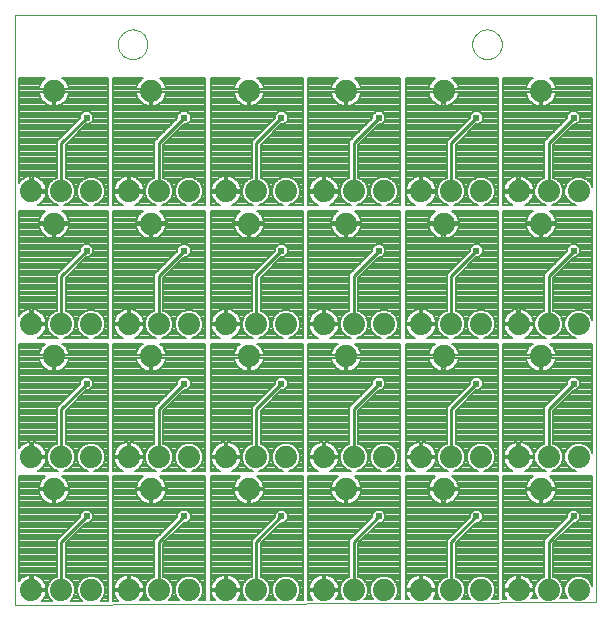
<source format=gbl>
G75*
G70*
%OFA0B0*%
%FSLAX24Y24*%
%IPPOS*%
%LPD*%
%AMOC8*
5,1,8,0,0,1.08239X$1,22.5*
%
%ADD10C,0.0000*%
%ADD11C,0.0740*%
%ADD12C,0.0100*%
%ADD13C,0.0240*%
%ADD14C,0.0080*%
D10*
X000141Y000141D02*
X000141Y019826D01*
X019531Y019826D01*
X019531Y000240D01*
X000141Y000141D01*
X003586Y018842D02*
X003588Y018886D01*
X003594Y018930D01*
X003604Y018973D01*
X003617Y019015D01*
X003635Y019055D01*
X003656Y019094D01*
X003680Y019131D01*
X003707Y019166D01*
X003738Y019198D01*
X003771Y019227D01*
X003807Y019253D01*
X003845Y019275D01*
X003885Y019294D01*
X003926Y019310D01*
X003969Y019322D01*
X004012Y019330D01*
X004056Y019334D01*
X004100Y019334D01*
X004144Y019330D01*
X004187Y019322D01*
X004230Y019310D01*
X004271Y019294D01*
X004311Y019275D01*
X004349Y019253D01*
X004385Y019227D01*
X004418Y019198D01*
X004449Y019166D01*
X004476Y019131D01*
X004500Y019094D01*
X004521Y019055D01*
X004539Y019015D01*
X004552Y018973D01*
X004562Y018930D01*
X004568Y018886D01*
X004570Y018842D01*
X004568Y018798D01*
X004562Y018754D01*
X004552Y018711D01*
X004539Y018669D01*
X004521Y018629D01*
X004500Y018590D01*
X004476Y018553D01*
X004449Y018518D01*
X004418Y018486D01*
X004385Y018457D01*
X004349Y018431D01*
X004311Y018409D01*
X004271Y018390D01*
X004230Y018374D01*
X004187Y018362D01*
X004144Y018354D01*
X004100Y018350D01*
X004056Y018350D01*
X004012Y018354D01*
X003969Y018362D01*
X003926Y018374D01*
X003885Y018390D01*
X003845Y018409D01*
X003807Y018431D01*
X003771Y018457D01*
X003738Y018486D01*
X003707Y018518D01*
X003680Y018553D01*
X003656Y018590D01*
X003635Y018629D01*
X003617Y018669D01*
X003604Y018711D01*
X003594Y018754D01*
X003588Y018798D01*
X003586Y018842D01*
X015397Y018842D02*
X015399Y018886D01*
X015405Y018930D01*
X015415Y018973D01*
X015428Y019015D01*
X015446Y019055D01*
X015467Y019094D01*
X015491Y019131D01*
X015518Y019166D01*
X015549Y019198D01*
X015582Y019227D01*
X015618Y019253D01*
X015656Y019275D01*
X015696Y019294D01*
X015737Y019310D01*
X015780Y019322D01*
X015823Y019330D01*
X015867Y019334D01*
X015911Y019334D01*
X015955Y019330D01*
X015998Y019322D01*
X016041Y019310D01*
X016082Y019294D01*
X016122Y019275D01*
X016160Y019253D01*
X016196Y019227D01*
X016229Y019198D01*
X016260Y019166D01*
X016287Y019131D01*
X016311Y019094D01*
X016332Y019055D01*
X016350Y019015D01*
X016363Y018973D01*
X016373Y018930D01*
X016379Y018886D01*
X016381Y018842D01*
X016379Y018798D01*
X016373Y018754D01*
X016363Y018711D01*
X016350Y018669D01*
X016332Y018629D01*
X016311Y018590D01*
X016287Y018553D01*
X016260Y018518D01*
X016229Y018486D01*
X016196Y018457D01*
X016160Y018431D01*
X016122Y018409D01*
X016082Y018390D01*
X016041Y018374D01*
X015998Y018362D01*
X015955Y018354D01*
X015911Y018350D01*
X015867Y018350D01*
X015823Y018354D01*
X015780Y018362D01*
X015737Y018374D01*
X015696Y018390D01*
X015656Y018409D01*
X015618Y018431D01*
X015582Y018457D01*
X015549Y018486D01*
X015518Y018518D01*
X015491Y018553D01*
X015467Y018590D01*
X015446Y018629D01*
X015428Y018669D01*
X015415Y018711D01*
X015405Y018754D01*
X015399Y018798D01*
X015397Y018842D01*
D11*
X014443Y017294D03*
X017691Y017294D03*
X017942Y013936D03*
X016942Y013936D03*
X017691Y012865D03*
X018942Y013936D03*
X015694Y013936D03*
X014694Y013936D03*
X013694Y013936D03*
X014443Y012865D03*
X012446Y013936D03*
X011446Y013936D03*
X010446Y013936D03*
X011195Y012865D03*
X009198Y013936D03*
X008198Y013936D03*
X007198Y013936D03*
X007947Y012865D03*
X005950Y013936D03*
X004950Y013936D03*
X003950Y013936D03*
X004699Y012865D03*
X002702Y013936D03*
X001702Y013936D03*
X000702Y013936D03*
X001451Y012865D03*
X001702Y009507D03*
X000702Y009507D03*
X001451Y008435D03*
X002702Y009507D03*
X003950Y009507D03*
X004950Y009507D03*
X005950Y009507D03*
X007198Y009507D03*
X008198Y009507D03*
X009198Y009507D03*
X007947Y008435D03*
X010446Y009507D03*
X011446Y009507D03*
X012446Y009507D03*
X013694Y009507D03*
X014694Y009507D03*
X015694Y009507D03*
X014443Y008435D03*
X016942Y009507D03*
X017942Y009507D03*
X018942Y009507D03*
X017691Y008435D03*
X017942Y005078D03*
X016942Y005078D03*
X017691Y004006D03*
X018942Y005078D03*
X015694Y005078D03*
X014694Y005078D03*
X013694Y005078D03*
X014443Y004006D03*
X012446Y005078D03*
X011446Y005078D03*
X010446Y005078D03*
X011195Y004006D03*
X009198Y005078D03*
X008198Y005078D03*
X007198Y005078D03*
X007947Y004006D03*
X005950Y005078D03*
X004950Y005078D03*
X003950Y005078D03*
X004699Y004006D03*
X002702Y005078D03*
X001702Y005078D03*
X000702Y005078D03*
X001451Y004006D03*
X001702Y000649D03*
X000702Y000649D03*
X002702Y000649D03*
X003950Y000649D03*
X004950Y000649D03*
X005950Y000649D03*
X007198Y000649D03*
X008198Y000649D03*
X009198Y000649D03*
X010446Y000649D03*
X011446Y000649D03*
X012446Y000649D03*
X013694Y000649D03*
X014694Y000649D03*
X015694Y000649D03*
X016942Y000649D03*
X017942Y000649D03*
X018942Y000649D03*
X011195Y008435D03*
X004699Y008435D03*
X004699Y017294D03*
X001451Y017294D03*
X007947Y017294D03*
X011195Y017294D03*
D12*
X012285Y016389D02*
X011446Y015549D01*
X011446Y013936D01*
X012285Y011959D02*
X011446Y011120D01*
X011446Y009507D01*
X012285Y007530D02*
X011446Y006691D01*
X011446Y005078D01*
X012285Y003101D02*
X011446Y002262D01*
X011446Y000649D01*
X009037Y003101D02*
X008198Y002262D01*
X008198Y000649D01*
X005789Y003101D02*
X004950Y002262D01*
X004950Y000649D01*
X002541Y003101D02*
X001702Y002262D01*
X001702Y000649D01*
X001702Y005078D02*
X001702Y006691D01*
X002541Y007530D01*
X001702Y009507D02*
X001702Y011120D01*
X002541Y011959D01*
X001702Y013936D02*
X001702Y015549D01*
X002541Y016389D01*
X004950Y015549D02*
X004950Y013936D01*
X004950Y015549D02*
X005789Y016389D01*
X008198Y015549D02*
X009037Y016389D01*
X008198Y015549D02*
X008198Y013936D01*
X009037Y011959D02*
X008198Y011120D01*
X008198Y009507D01*
X009037Y007530D02*
X008198Y006691D01*
X008198Y005078D01*
X005789Y007530D02*
X004950Y006691D01*
X004950Y005078D01*
X004950Y009507D02*
X004950Y011120D01*
X005789Y011959D01*
X014694Y011120D02*
X014694Y009507D01*
X014694Y011120D02*
X015533Y011959D01*
X014694Y013936D02*
X014694Y015549D01*
X015533Y016389D01*
X017942Y015549D02*
X017942Y013936D01*
X017942Y015549D02*
X018781Y016389D01*
X018781Y011959D02*
X017942Y011120D01*
X017942Y009507D01*
X018781Y007530D02*
X017942Y006691D01*
X017942Y005078D01*
X018781Y003101D02*
X017942Y002262D01*
X017942Y000649D01*
X015533Y003101D02*
X014694Y002262D01*
X014694Y000649D01*
X014694Y005078D02*
X014694Y006691D01*
X015533Y007530D01*
D13*
X015533Y007530D03*
X012285Y007530D03*
X009037Y007530D03*
X005789Y007530D03*
X002541Y007530D03*
X002541Y003101D03*
X005789Y003101D03*
X009037Y003101D03*
X012285Y003101D03*
X015533Y003101D03*
X018781Y003101D03*
X018781Y007530D03*
X018781Y011959D03*
X015533Y011959D03*
X012285Y011959D03*
X009037Y011959D03*
X005789Y011959D03*
X002541Y011959D03*
X002541Y016389D03*
X005789Y016389D03*
X009037Y016389D03*
X012285Y016389D03*
X015533Y016389D03*
X018781Y016389D03*
D14*
X018561Y016381D02*
X017792Y015612D01*
X017792Y015487D01*
X017792Y014383D01*
X017676Y014335D01*
X017544Y014203D01*
X017472Y014030D01*
X017472Y013843D01*
X017544Y013670D01*
X017676Y013538D01*
X017844Y013468D01*
X017147Y013468D01*
X017209Y013500D01*
X017274Y013547D01*
X017331Y013604D01*
X017378Y013669D01*
X017415Y013741D01*
X017440Y013817D01*
X017452Y013896D01*
X017452Y013896D01*
X016982Y013896D01*
X016982Y013976D01*
X017452Y013976D01*
X017452Y013976D01*
X017440Y014056D01*
X017415Y014132D01*
X017378Y014204D01*
X017331Y014269D01*
X017274Y014325D01*
X017209Y014373D01*
X017138Y014409D01*
X017062Y014434D01*
X016982Y014446D01*
X016982Y013977D01*
X016902Y013977D01*
X016902Y014446D01*
X016823Y014434D01*
X016746Y014409D01*
X016675Y014373D01*
X016610Y014325D01*
X016553Y014269D01*
X016506Y014204D01*
X016470Y014132D01*
X016445Y014056D01*
X016432Y013976D01*
X016902Y013976D01*
X016902Y013896D01*
X016432Y013896D01*
X016445Y013817D01*
X016470Y013741D01*
X016506Y013669D01*
X016553Y013604D01*
X016610Y013547D01*
X016675Y013500D01*
X016737Y013468D01*
X016421Y013468D01*
X016421Y017719D01*
X017409Y017719D01*
X017359Y017683D01*
X017302Y017626D01*
X017255Y017561D01*
X017219Y017489D01*
X017194Y017413D01*
X017181Y017334D01*
X017181Y017334D01*
X017651Y017334D01*
X017651Y017254D01*
X017181Y017254D01*
X017181Y017254D01*
X017194Y017174D01*
X017219Y017098D01*
X017255Y017026D01*
X017302Y016961D01*
X017359Y016905D01*
X017424Y016857D01*
X017496Y016821D01*
X017572Y016796D01*
X017651Y016784D01*
X017651Y016784D01*
X017651Y017253D01*
X017731Y017253D01*
X017731Y016784D01*
X017731Y016784D01*
X017811Y016796D01*
X017887Y016821D01*
X017959Y016857D01*
X018024Y016905D01*
X018080Y016961D01*
X018127Y017026D01*
X018164Y017098D01*
X018189Y017174D01*
X018201Y017254D01*
X017731Y017254D01*
X017731Y017334D01*
X018201Y017334D01*
X018189Y017413D01*
X018164Y017489D01*
X018127Y017561D01*
X018080Y017626D01*
X018024Y017683D01*
X017973Y017719D01*
X019391Y017719D01*
X019391Y014081D01*
X019341Y014203D01*
X019208Y014335D01*
X019036Y014406D01*
X018849Y014406D01*
X018676Y014335D01*
X018544Y014203D01*
X018472Y014030D01*
X018472Y013843D01*
X018544Y013670D01*
X018676Y013538D01*
X018844Y013468D01*
X018041Y013468D01*
X018208Y013538D01*
X018341Y013670D01*
X018412Y013843D01*
X018412Y014030D01*
X018341Y014203D01*
X018208Y014335D01*
X018092Y014383D01*
X018092Y015487D01*
X018773Y016169D01*
X018872Y016169D01*
X019001Y016297D01*
X019001Y016480D01*
X018872Y016608D01*
X018690Y016608D01*
X018561Y016480D01*
X018561Y016381D01*
X018561Y016400D02*
X016421Y016400D01*
X016421Y016478D02*
X018561Y016478D01*
X018638Y016557D02*
X016421Y016557D01*
X016421Y016635D02*
X019391Y016635D01*
X019391Y016557D02*
X018924Y016557D01*
X019001Y016478D02*
X019391Y016478D01*
X019391Y016400D02*
X019001Y016400D01*
X019001Y016321D02*
X019391Y016321D01*
X019391Y016242D02*
X018946Y016242D01*
X018769Y016164D02*
X019391Y016164D01*
X019391Y016085D02*
X018690Y016085D01*
X018612Y016007D02*
X019391Y016007D01*
X019391Y015928D02*
X018533Y015928D01*
X018455Y015850D02*
X019391Y015850D01*
X019391Y015771D02*
X018376Y015771D01*
X018298Y015693D02*
X019391Y015693D01*
X019391Y015614D02*
X018219Y015614D01*
X018140Y015536D02*
X019391Y015536D01*
X019391Y015457D02*
X018092Y015457D01*
X018092Y015379D02*
X019391Y015379D01*
X019391Y015300D02*
X018092Y015300D01*
X018092Y015221D02*
X019391Y015221D01*
X019391Y015143D02*
X018092Y015143D01*
X018092Y015064D02*
X019391Y015064D01*
X019391Y014986D02*
X018092Y014986D01*
X018092Y014907D02*
X019391Y014907D01*
X019391Y014829D02*
X018092Y014829D01*
X018092Y014750D02*
X019391Y014750D01*
X019391Y014672D02*
X018092Y014672D01*
X018092Y014593D02*
X019391Y014593D01*
X019391Y014515D02*
X018092Y014515D01*
X018092Y014436D02*
X019391Y014436D01*
X019391Y014357D02*
X019154Y014357D01*
X019264Y014279D02*
X019391Y014279D01*
X019391Y014200D02*
X019342Y014200D01*
X019374Y014122D02*
X019391Y014122D01*
X018731Y014357D02*
X018154Y014357D01*
X018264Y014279D02*
X018620Y014279D01*
X018543Y014200D02*
X018342Y014200D01*
X018374Y014122D02*
X018510Y014122D01*
X018478Y014043D02*
X018407Y014043D01*
X018412Y013965D02*
X018472Y013965D01*
X018472Y013886D02*
X018412Y013886D01*
X018398Y013808D02*
X018487Y013808D01*
X018519Y013729D02*
X018365Y013729D01*
X018321Y013651D02*
X018563Y013651D01*
X018642Y013572D02*
X018243Y013572D01*
X018101Y013493D02*
X018783Y013493D01*
X019391Y013290D02*
X019391Y009652D01*
X019341Y009773D01*
X019208Y009906D01*
X019036Y009977D01*
X018849Y009977D01*
X018676Y009906D01*
X018544Y009773D01*
X018472Y009601D01*
X018472Y009414D01*
X018544Y009241D01*
X018676Y009109D01*
X018844Y009039D01*
X018041Y009039D01*
X018208Y009109D01*
X018341Y009241D01*
X018412Y009414D01*
X018412Y009601D01*
X018341Y009773D01*
X018208Y009906D01*
X018092Y009954D01*
X018092Y011058D01*
X018773Y011739D01*
X018872Y011739D01*
X019001Y011868D01*
X019001Y012050D01*
X018872Y012179D01*
X018690Y012179D01*
X018561Y012050D01*
X018561Y011951D01*
X017792Y011182D01*
X017792Y011058D01*
X017792Y009954D01*
X017676Y009906D01*
X017544Y009773D01*
X017472Y009601D01*
X017472Y009414D01*
X017544Y009241D01*
X017676Y009109D01*
X017844Y009039D01*
X017147Y009039D01*
X017209Y009071D01*
X017274Y009118D01*
X017331Y009175D01*
X017378Y009240D01*
X017415Y009311D01*
X017440Y009388D01*
X017452Y009467D01*
X017452Y009467D01*
X016982Y009467D01*
X016982Y009547D01*
X017452Y009547D01*
X017452Y009547D01*
X017440Y009627D01*
X017415Y009703D01*
X017378Y009775D01*
X017331Y009839D01*
X017274Y009896D01*
X017209Y009943D01*
X017138Y009980D01*
X017062Y010005D01*
X016982Y010017D01*
X016982Y009547D01*
X016902Y009547D01*
X016902Y009467D01*
X016432Y009467D01*
X016445Y009388D01*
X016470Y009311D01*
X016506Y009240D01*
X016553Y009175D01*
X016610Y009118D01*
X016675Y009071D01*
X016737Y009039D01*
X016421Y009039D01*
X016421Y013290D01*
X017409Y013290D01*
X017359Y013254D01*
X017302Y013197D01*
X017255Y013132D01*
X017219Y013060D01*
X017194Y012984D01*
X017181Y012905D01*
X017181Y012904D01*
X017651Y012904D01*
X017651Y012825D01*
X017181Y012825D01*
X017181Y012824D01*
X017194Y012745D01*
X017219Y012669D01*
X017255Y012597D01*
X017302Y012532D01*
X017359Y012476D01*
X017424Y012428D01*
X017496Y012392D01*
X017572Y012367D01*
X017651Y012355D01*
X017651Y012355D01*
X017651Y012824D01*
X017731Y012824D01*
X017731Y012355D01*
X017731Y012355D01*
X017811Y012367D01*
X017887Y012392D01*
X017959Y012428D01*
X018024Y012476D01*
X018080Y012532D01*
X018127Y012597D01*
X018164Y012669D01*
X018189Y012745D01*
X018201Y012824D01*
X018201Y012825D01*
X017731Y012825D01*
X017731Y012904D01*
X018201Y012904D01*
X018201Y012905D01*
X018189Y012984D01*
X018164Y013060D01*
X018127Y013132D01*
X018080Y013197D01*
X018024Y013254D01*
X017973Y013290D01*
X019391Y013290D01*
X019391Y013258D02*
X018018Y013258D01*
X018093Y013179D02*
X019391Y013179D01*
X019391Y013101D02*
X018143Y013101D01*
X018176Y013022D02*
X019391Y013022D01*
X019391Y012944D02*
X018195Y012944D01*
X018195Y012787D02*
X019391Y012787D01*
X019391Y012865D02*
X017731Y012865D01*
X017731Y012787D02*
X017651Y012787D01*
X017651Y012865D02*
X016421Y012865D01*
X016421Y012787D02*
X017187Y012787D01*
X017206Y012708D02*
X016421Y012708D01*
X016421Y012629D02*
X017239Y012629D01*
X017289Y012551D02*
X016421Y012551D01*
X016421Y012472D02*
X017363Y012472D01*
X017492Y012394D02*
X016421Y012394D01*
X016421Y012315D02*
X019391Y012315D01*
X019391Y012237D02*
X016421Y012237D01*
X016421Y012158D02*
X018669Y012158D01*
X018590Y012080D02*
X016421Y012080D01*
X016421Y012001D02*
X018561Y012001D01*
X018532Y011923D02*
X016421Y011923D01*
X016421Y011844D02*
X018454Y011844D01*
X018375Y011766D02*
X016421Y011766D01*
X016421Y011687D02*
X018297Y011687D01*
X018218Y011608D02*
X016421Y011608D01*
X016421Y011530D02*
X018140Y011530D01*
X018061Y011451D02*
X016421Y011451D01*
X016421Y011373D02*
X017983Y011373D01*
X017904Y011294D02*
X016421Y011294D01*
X016421Y011216D02*
X017825Y011216D01*
X017792Y011137D02*
X016421Y011137D01*
X016421Y011059D02*
X017792Y011059D01*
X017792Y010980D02*
X016421Y010980D01*
X016421Y010902D02*
X017792Y010902D01*
X017792Y010823D02*
X016421Y010823D01*
X016421Y010744D02*
X017792Y010744D01*
X017792Y010666D02*
X016421Y010666D01*
X016421Y010587D02*
X017792Y010587D01*
X017792Y010509D02*
X016421Y010509D01*
X016421Y010430D02*
X017792Y010430D01*
X017792Y010352D02*
X016421Y010352D01*
X016421Y010273D02*
X017792Y010273D01*
X017792Y010195D02*
X016421Y010195D01*
X016421Y010116D02*
X017792Y010116D01*
X017792Y010038D02*
X016421Y010038D01*
X016421Y009959D02*
X016706Y009959D01*
X016675Y009943D02*
X016610Y009896D01*
X016553Y009839D01*
X016506Y009775D01*
X016470Y009703D01*
X016445Y009627D01*
X016432Y009547D01*
X016902Y009547D01*
X016902Y010017D01*
X016823Y010005D01*
X016746Y009980D01*
X016675Y009943D01*
X016594Y009880D02*
X016421Y009880D01*
X016421Y009802D02*
X016526Y009802D01*
X016480Y009723D02*
X016421Y009723D01*
X016421Y009645D02*
X016451Y009645D01*
X016435Y009566D02*
X016421Y009566D01*
X016432Y009547D02*
X016432Y009547D01*
X016421Y009488D02*
X016902Y009488D01*
X016902Y009566D02*
X016982Y009566D01*
X016982Y009488D02*
X017472Y009488D01*
X017472Y009566D02*
X017449Y009566D01*
X017434Y009645D02*
X017491Y009645D01*
X017523Y009723D02*
X017404Y009723D01*
X017358Y009802D02*
X017572Y009802D01*
X017651Y009880D02*
X017290Y009880D01*
X017179Y009959D02*
X017792Y009959D01*
X018092Y009959D02*
X018805Y009959D01*
X018651Y009880D02*
X018234Y009880D01*
X018312Y009802D02*
X018572Y009802D01*
X018523Y009723D02*
X018361Y009723D01*
X018394Y009645D02*
X018491Y009645D01*
X018472Y009566D02*
X018412Y009566D01*
X018412Y009488D02*
X018472Y009488D01*
X018474Y009409D02*
X018410Y009409D01*
X018378Y009331D02*
X018507Y009331D01*
X018539Y009252D02*
X018345Y009252D01*
X018273Y009174D02*
X018611Y009174D01*
X018709Y009095D02*
X018175Y009095D01*
X017975Y008859D02*
X019391Y008859D01*
X019391Y008861D02*
X019391Y005223D01*
X019341Y005344D01*
X019208Y005477D01*
X019036Y005548D01*
X018849Y005548D01*
X018676Y005477D01*
X018544Y005344D01*
X018472Y005172D01*
X018472Y004985D01*
X018544Y004812D01*
X018676Y004680D01*
X018844Y004610D01*
X018041Y004610D01*
X018208Y004680D01*
X018341Y004812D01*
X018412Y004985D01*
X018412Y005172D01*
X018341Y005344D01*
X018208Y005477D01*
X018092Y005525D01*
X018092Y006629D01*
X018773Y007310D01*
X018872Y007310D01*
X019001Y007439D01*
X019001Y007621D01*
X018872Y007750D01*
X018690Y007750D01*
X018561Y007621D01*
X018561Y007522D01*
X017792Y006753D01*
X017792Y006629D01*
X017792Y005525D01*
X017676Y005477D01*
X017544Y005344D01*
X017472Y005172D01*
X017472Y004985D01*
X017544Y004812D01*
X017676Y004680D01*
X017844Y004610D01*
X017147Y004610D01*
X017209Y004642D01*
X017274Y004689D01*
X017331Y004746D01*
X017378Y004811D01*
X017415Y004882D01*
X017440Y004959D01*
X017452Y005038D01*
X017452Y005038D01*
X016982Y005038D01*
X016982Y005118D01*
X016902Y005118D01*
X016902Y005038D01*
X016432Y005038D01*
X016445Y004959D01*
X016470Y004882D01*
X016506Y004811D01*
X016553Y004746D01*
X016610Y004689D01*
X016675Y004642D01*
X016737Y004610D01*
X016421Y004610D01*
X016421Y008861D01*
X017409Y008861D01*
X017359Y008824D01*
X017302Y008768D01*
X017255Y008703D01*
X017219Y008631D01*
X017194Y008555D01*
X017181Y008476D01*
X017181Y008475D01*
X017651Y008475D01*
X017651Y008395D01*
X017731Y008395D01*
X017731Y007925D01*
X017731Y007925D01*
X017811Y007938D01*
X017887Y007963D01*
X017959Y007999D01*
X018024Y008046D01*
X018080Y008103D01*
X018127Y008168D01*
X018164Y008240D01*
X018189Y008316D01*
X018201Y008395D01*
X018201Y008395D01*
X017731Y008395D01*
X017731Y008475D01*
X018201Y008475D01*
X018201Y008476D01*
X018189Y008555D01*
X018164Y008631D01*
X018127Y008703D01*
X018080Y008768D01*
X018024Y008824D01*
X017973Y008861D01*
X019391Y008861D01*
X019391Y008781D02*
X018067Y008781D01*
X018128Y008702D02*
X019391Y008702D01*
X019391Y008624D02*
X018166Y008624D01*
X018190Y008545D02*
X019391Y008545D01*
X019391Y008467D02*
X017731Y008467D01*
X017731Y008388D02*
X017651Y008388D01*
X017651Y008395D02*
X017651Y007925D01*
X017651Y007925D01*
X017572Y007938D01*
X017496Y007963D01*
X017424Y007999D01*
X017359Y008046D01*
X017302Y008103D01*
X017255Y008168D01*
X017219Y008240D01*
X017194Y008316D01*
X017181Y008395D01*
X017181Y008395D01*
X017651Y008395D01*
X017651Y008467D02*
X016421Y008467D01*
X016421Y008545D02*
X017192Y008545D01*
X017216Y008624D02*
X016421Y008624D01*
X016421Y008702D02*
X017255Y008702D01*
X017316Y008781D02*
X016421Y008781D01*
X016421Y008859D02*
X017407Y008859D01*
X017242Y009095D02*
X017709Y009095D01*
X017611Y009174D02*
X017330Y009174D01*
X017385Y009252D02*
X017539Y009252D01*
X017507Y009331D02*
X017421Y009331D01*
X017443Y009409D02*
X017474Y009409D01*
X016982Y009645D02*
X016902Y009645D01*
X016902Y009723D02*
X016982Y009723D01*
X016982Y009802D02*
X016902Y009802D01*
X016902Y009880D02*
X016982Y009880D01*
X016982Y009959D02*
X016902Y009959D01*
X016902Y010017D02*
X016902Y010017D01*
X016982Y010017D02*
X016982Y010017D01*
X016432Y009467D02*
X016432Y009467D01*
X016441Y009409D02*
X016421Y009409D01*
X016421Y009331D02*
X016463Y009331D01*
X016500Y009252D02*
X016421Y009252D01*
X016421Y009174D02*
X016555Y009174D01*
X016642Y009095D02*
X016421Y009095D01*
X016243Y009095D02*
X015927Y009095D01*
X015960Y009109D02*
X015793Y009039D01*
X016243Y009039D01*
X016243Y013290D01*
X014725Y013290D01*
X014776Y013254D01*
X014832Y013197D01*
X014879Y013132D01*
X014916Y013060D01*
X014941Y012984D01*
X014953Y012905D01*
X014953Y012904D01*
X014483Y012904D01*
X014483Y012825D01*
X014953Y012825D01*
X014953Y012824D01*
X014941Y012745D01*
X014916Y012669D01*
X014879Y012597D01*
X014832Y012532D01*
X014776Y012476D01*
X014711Y012428D01*
X014639Y012392D01*
X014563Y012367D01*
X014483Y012355D01*
X014483Y012355D01*
X014483Y012824D01*
X014403Y012824D01*
X014403Y012355D01*
X014403Y012355D01*
X014324Y012367D01*
X014248Y012392D01*
X014176Y012428D01*
X014111Y012476D01*
X014054Y012532D01*
X014007Y012597D01*
X013971Y012669D01*
X013946Y012745D01*
X013933Y012824D01*
X013933Y012825D01*
X014403Y012825D01*
X014403Y012904D01*
X013933Y012904D01*
X013933Y012905D01*
X013946Y012984D01*
X013971Y013060D01*
X014007Y013132D01*
X014054Y013197D01*
X014111Y013254D01*
X014161Y013290D01*
X013173Y013290D01*
X013173Y009039D01*
X013489Y009039D01*
X013427Y009071D01*
X013362Y009118D01*
X013305Y009175D01*
X013258Y009240D01*
X013222Y009311D01*
X013197Y009388D01*
X013184Y009467D01*
X013184Y009467D01*
X013654Y009467D01*
X013654Y009547D01*
X013184Y009547D01*
X013184Y009547D01*
X013197Y009627D01*
X013222Y009703D01*
X013258Y009775D01*
X013305Y009839D01*
X013362Y009896D01*
X013427Y009943D01*
X013498Y009980D01*
X013575Y010005D01*
X013654Y010017D01*
X013654Y010017D01*
X013654Y009547D01*
X013734Y009547D01*
X014204Y009547D01*
X014204Y009547D01*
X014192Y009627D01*
X014167Y009703D01*
X014130Y009775D01*
X014083Y009839D01*
X014026Y009896D01*
X013961Y009943D01*
X013890Y009980D01*
X013814Y010005D01*
X013734Y010017D01*
X013734Y009547D01*
X013734Y009467D01*
X014204Y009467D01*
X014204Y009467D01*
X014192Y009388D01*
X014167Y009311D01*
X014130Y009240D01*
X014083Y009175D01*
X014026Y009118D01*
X013961Y009071D01*
X013899Y009039D01*
X014596Y009039D01*
X014428Y009109D01*
X014296Y009241D01*
X014224Y009414D01*
X014224Y009601D01*
X014296Y009773D01*
X014428Y009906D01*
X014544Y009954D01*
X014544Y011058D01*
X014544Y011182D01*
X015313Y011951D01*
X015313Y012050D01*
X015442Y012179D01*
X015624Y012179D01*
X015753Y012050D01*
X015753Y011868D01*
X015624Y011739D01*
X015525Y011739D01*
X014844Y011058D01*
X014844Y009954D01*
X014960Y009906D01*
X015093Y009773D01*
X015164Y009601D01*
X015164Y009414D01*
X015093Y009241D01*
X014960Y009109D01*
X014793Y009039D01*
X015596Y009039D01*
X015428Y009109D01*
X015296Y009241D01*
X015224Y009414D01*
X015224Y009601D01*
X015296Y009773D01*
X015428Y009906D01*
X015601Y009977D01*
X015788Y009977D01*
X015960Y009906D01*
X016093Y009773D01*
X016164Y009601D01*
X016164Y009414D01*
X016093Y009241D01*
X015960Y009109D01*
X016025Y009174D02*
X016243Y009174D01*
X016243Y009252D02*
X016097Y009252D01*
X016130Y009331D02*
X016243Y009331D01*
X016243Y009409D02*
X016162Y009409D01*
X016164Y009488D02*
X016243Y009488D01*
X016243Y009566D02*
X016164Y009566D01*
X016146Y009645D02*
X016243Y009645D01*
X016243Y009723D02*
X016113Y009723D01*
X016064Y009802D02*
X016243Y009802D01*
X016243Y009880D02*
X015986Y009880D01*
X015832Y009959D02*
X016243Y009959D01*
X016243Y010038D02*
X014844Y010038D01*
X014844Y010116D02*
X016243Y010116D01*
X016243Y010195D02*
X014844Y010195D01*
X014844Y010273D02*
X016243Y010273D01*
X016243Y010352D02*
X014844Y010352D01*
X014844Y010430D02*
X016243Y010430D01*
X016243Y010509D02*
X014844Y010509D01*
X014844Y010587D02*
X016243Y010587D01*
X016243Y010666D02*
X014844Y010666D01*
X014844Y010744D02*
X016243Y010744D01*
X016243Y010823D02*
X014844Y010823D01*
X014844Y010902D02*
X016243Y010902D01*
X016243Y010980D02*
X014844Y010980D01*
X014845Y011059D02*
X016243Y011059D01*
X016243Y011137D02*
X014923Y011137D01*
X015002Y011216D02*
X016243Y011216D01*
X016243Y011294D02*
X015080Y011294D01*
X015159Y011373D02*
X016243Y011373D01*
X016243Y011451D02*
X015237Y011451D01*
X015316Y011530D02*
X016243Y011530D01*
X016243Y011608D02*
X015394Y011608D01*
X015473Y011687D02*
X016243Y011687D01*
X016243Y011766D02*
X015650Y011766D01*
X015729Y011844D02*
X016243Y011844D01*
X016243Y011923D02*
X015753Y011923D01*
X015753Y012001D02*
X016243Y012001D01*
X016243Y012080D02*
X015724Y012080D01*
X015645Y012158D02*
X016243Y012158D01*
X016243Y012237D02*
X013173Y012237D01*
X013173Y012315D02*
X016243Y012315D01*
X016243Y012394D02*
X014643Y012394D01*
X014771Y012472D02*
X016243Y012472D01*
X016243Y012551D02*
X014846Y012551D01*
X014896Y012629D02*
X016243Y012629D01*
X016243Y012708D02*
X014929Y012708D01*
X014947Y012787D02*
X016243Y012787D01*
X016243Y012865D02*
X014483Y012865D01*
X014483Y012787D02*
X014403Y012787D01*
X014403Y012865D02*
X013173Y012865D01*
X013173Y012787D02*
X013939Y012787D01*
X013958Y012708D02*
X013173Y012708D01*
X013173Y012629D02*
X013991Y012629D01*
X014041Y012551D02*
X013173Y012551D01*
X013173Y012472D02*
X014115Y012472D01*
X014244Y012394D02*
X013173Y012394D01*
X012995Y012394D02*
X011395Y012394D01*
X011391Y012392D02*
X011463Y012428D01*
X011527Y012476D01*
X011584Y012532D01*
X011631Y012597D01*
X011668Y012669D01*
X011693Y012745D01*
X011705Y012824D01*
X011705Y012825D01*
X011235Y012825D01*
X011235Y012904D01*
X011705Y012904D01*
X011705Y012905D01*
X011693Y012984D01*
X011668Y013060D01*
X011631Y013132D01*
X011584Y013197D01*
X011527Y013254D01*
X011477Y013290D01*
X012995Y013290D01*
X012995Y009039D01*
X012545Y009039D01*
X012712Y009109D01*
X012845Y009241D01*
X012916Y009414D01*
X012916Y009601D01*
X012845Y009773D01*
X012712Y009906D01*
X012540Y009977D01*
X012353Y009977D01*
X012180Y009906D01*
X012048Y009773D01*
X011976Y009601D01*
X011976Y009414D01*
X012048Y009241D01*
X012180Y009109D01*
X012348Y009039D01*
X011545Y009039D01*
X011712Y009109D01*
X011845Y009241D01*
X011916Y009414D01*
X011916Y009601D01*
X011845Y009773D01*
X011712Y009906D01*
X011596Y009954D01*
X011596Y011058D01*
X012277Y011739D01*
X012376Y011739D01*
X012505Y011868D01*
X012505Y012050D01*
X012376Y012179D01*
X012194Y012179D01*
X012065Y012050D01*
X012065Y011951D01*
X011296Y011182D01*
X011296Y011058D01*
X011296Y009954D01*
X011180Y009906D01*
X011048Y009773D01*
X010976Y009601D01*
X010976Y009414D01*
X011048Y009241D01*
X011180Y009109D01*
X011348Y009039D01*
X010651Y009039D01*
X010713Y009071D01*
X010778Y009118D01*
X010835Y009175D01*
X010882Y009240D01*
X010919Y009311D01*
X010944Y009388D01*
X010956Y009467D01*
X010956Y009467D01*
X010486Y009467D01*
X010486Y009547D01*
X010956Y009547D01*
X010956Y009547D01*
X010944Y009627D01*
X010919Y009703D01*
X010882Y009775D01*
X010835Y009839D01*
X010778Y009896D01*
X010713Y009943D01*
X010642Y009980D01*
X010566Y010005D01*
X010486Y010017D01*
X010486Y009547D01*
X010406Y009547D01*
X010406Y009467D01*
X009936Y009467D01*
X009949Y009388D01*
X009974Y009311D01*
X010010Y009240D01*
X010057Y009175D01*
X010114Y009118D01*
X010179Y009071D01*
X010241Y009039D01*
X009925Y009039D01*
X009925Y013290D01*
X010913Y013290D01*
X010863Y013254D01*
X010806Y013197D01*
X010759Y013132D01*
X010723Y013060D01*
X010698Y012984D01*
X010685Y012905D01*
X010685Y012904D01*
X011155Y012904D01*
X011155Y012825D01*
X010685Y012825D01*
X010685Y012824D01*
X010698Y012745D01*
X010723Y012669D01*
X010759Y012597D01*
X010806Y012532D01*
X010863Y012476D01*
X010928Y012428D01*
X010999Y012392D01*
X011076Y012367D01*
X011155Y012355D01*
X011155Y012355D01*
X011155Y012824D01*
X011235Y012824D01*
X011235Y012355D01*
X011235Y012355D01*
X011315Y012367D01*
X011391Y012392D01*
X011523Y012472D02*
X012995Y012472D01*
X012995Y012551D02*
X011598Y012551D01*
X011648Y012629D02*
X012995Y012629D01*
X012995Y012708D02*
X011681Y012708D01*
X011699Y012787D02*
X012995Y012787D01*
X012995Y012865D02*
X011235Y012865D01*
X011235Y012787D02*
X011155Y012787D01*
X011155Y012865D02*
X009925Y012865D01*
X009925Y012787D02*
X010691Y012787D01*
X010710Y012708D02*
X009925Y012708D01*
X009925Y012629D02*
X010743Y012629D01*
X010793Y012551D02*
X009925Y012551D01*
X009925Y012472D02*
X010867Y012472D01*
X010996Y012394D02*
X009925Y012394D01*
X009925Y012315D02*
X012995Y012315D01*
X012995Y012237D02*
X009925Y012237D01*
X009925Y012158D02*
X012173Y012158D01*
X012094Y012080D02*
X009925Y012080D01*
X009925Y012001D02*
X012065Y012001D01*
X012036Y011923D02*
X009925Y011923D01*
X009925Y011844D02*
X011958Y011844D01*
X011879Y011766D02*
X009925Y011766D01*
X009925Y011687D02*
X011801Y011687D01*
X011722Y011608D02*
X009925Y011608D01*
X009925Y011530D02*
X011644Y011530D01*
X011565Y011451D02*
X009925Y011451D01*
X009925Y011373D02*
X011487Y011373D01*
X011408Y011294D02*
X009925Y011294D01*
X009925Y011216D02*
X011329Y011216D01*
X011296Y011137D02*
X009925Y011137D01*
X009925Y011059D02*
X011296Y011059D01*
X011296Y010980D02*
X009925Y010980D01*
X009925Y010902D02*
X011296Y010902D01*
X011296Y010823D02*
X009925Y010823D01*
X009925Y010744D02*
X011296Y010744D01*
X011296Y010666D02*
X009925Y010666D01*
X009925Y010587D02*
X011296Y010587D01*
X011296Y010509D02*
X009925Y010509D01*
X009925Y010430D02*
X011296Y010430D01*
X011296Y010352D02*
X009925Y010352D01*
X009925Y010273D02*
X011296Y010273D01*
X011296Y010195D02*
X009925Y010195D01*
X009925Y010116D02*
X011296Y010116D01*
X011296Y010038D02*
X009925Y010038D01*
X009925Y009959D02*
X010209Y009959D01*
X010179Y009943D02*
X010114Y009896D01*
X010057Y009839D01*
X010010Y009775D01*
X009974Y009703D01*
X009949Y009627D01*
X009936Y009547D01*
X010406Y009547D01*
X010406Y010017D01*
X010327Y010005D01*
X010250Y009980D01*
X010179Y009943D01*
X010098Y009880D02*
X009925Y009880D01*
X009925Y009802D02*
X010030Y009802D01*
X009984Y009723D02*
X009925Y009723D01*
X009925Y009645D02*
X009955Y009645D01*
X009939Y009566D02*
X009925Y009566D01*
X009936Y009547D02*
X009936Y009547D01*
X009925Y009488D02*
X010406Y009488D01*
X010406Y009566D02*
X010486Y009566D01*
X010486Y009488D02*
X010976Y009488D01*
X010976Y009566D02*
X010953Y009566D01*
X010938Y009645D02*
X010994Y009645D01*
X011027Y009723D02*
X010908Y009723D01*
X010862Y009802D02*
X011076Y009802D01*
X011155Y009880D02*
X010794Y009880D01*
X010683Y009959D02*
X011296Y009959D01*
X011596Y009959D02*
X012309Y009959D01*
X012155Y009880D02*
X011738Y009880D01*
X011816Y009802D02*
X012076Y009802D01*
X012027Y009723D02*
X011865Y009723D01*
X011898Y009645D02*
X011994Y009645D01*
X011976Y009566D02*
X011916Y009566D01*
X011916Y009488D02*
X011976Y009488D01*
X011978Y009409D02*
X011914Y009409D01*
X011882Y009331D02*
X012011Y009331D01*
X012043Y009252D02*
X011849Y009252D01*
X011777Y009174D02*
X012115Y009174D01*
X012213Y009095D02*
X011679Y009095D01*
X011479Y008859D02*
X012995Y008859D01*
X012995Y008861D02*
X012995Y004610D01*
X012545Y004610D01*
X012712Y004680D01*
X012845Y004812D01*
X012916Y004985D01*
X012916Y005172D01*
X012845Y005344D01*
X012712Y005477D01*
X012540Y005548D01*
X012353Y005548D01*
X012180Y005477D01*
X012048Y005344D01*
X011976Y005172D01*
X011976Y004985D01*
X012048Y004812D01*
X012180Y004680D01*
X012348Y004610D01*
X011545Y004610D01*
X011712Y004680D01*
X011845Y004812D01*
X011916Y004985D01*
X011916Y005172D01*
X011845Y005344D01*
X011712Y005477D01*
X011596Y005525D01*
X011596Y006629D01*
X012277Y007310D01*
X012376Y007310D01*
X012505Y007439D01*
X012505Y007621D01*
X012376Y007750D01*
X012194Y007750D01*
X012065Y007621D01*
X012065Y007522D01*
X011296Y006753D01*
X011296Y006629D01*
X011296Y005525D01*
X011180Y005477D01*
X011048Y005344D01*
X010976Y005172D01*
X010976Y004985D01*
X011048Y004812D01*
X011180Y004680D01*
X011348Y004610D01*
X010651Y004610D01*
X010713Y004642D01*
X010778Y004689D01*
X010835Y004746D01*
X010882Y004811D01*
X010919Y004882D01*
X010944Y004959D01*
X010956Y005038D01*
X010956Y005038D01*
X010486Y005038D01*
X010486Y005118D01*
X010406Y005118D01*
X010406Y005038D01*
X009936Y005038D01*
X009949Y004959D01*
X009974Y004882D01*
X010010Y004811D01*
X010057Y004746D01*
X010114Y004689D01*
X010179Y004642D01*
X010241Y004610D01*
X009925Y004610D01*
X009925Y008861D01*
X010913Y008861D01*
X010863Y008824D01*
X010806Y008768D01*
X010759Y008703D01*
X010723Y008631D01*
X010698Y008555D01*
X010685Y008476D01*
X010685Y008475D01*
X011155Y008475D01*
X011155Y008395D01*
X011235Y008395D01*
X011235Y007925D01*
X011235Y007925D01*
X011315Y007938D01*
X011391Y007963D01*
X011463Y007999D01*
X011527Y008046D01*
X011584Y008103D01*
X011631Y008168D01*
X011668Y008240D01*
X011693Y008316D01*
X011705Y008395D01*
X011705Y008395D01*
X011235Y008395D01*
X011235Y008475D01*
X011705Y008475D01*
X011705Y008476D01*
X011693Y008555D01*
X011668Y008631D01*
X011631Y008703D01*
X011584Y008768D01*
X011527Y008824D01*
X011477Y008861D01*
X012995Y008861D01*
X012995Y008781D02*
X011571Y008781D01*
X011632Y008702D02*
X012995Y008702D01*
X012995Y008624D02*
X011670Y008624D01*
X011694Y008545D02*
X012995Y008545D01*
X012995Y008467D02*
X011235Y008467D01*
X011235Y008388D02*
X011155Y008388D01*
X011155Y008395D02*
X011155Y007925D01*
X011155Y007925D01*
X011076Y007938D01*
X010999Y007963D01*
X010928Y007999D01*
X010863Y008046D01*
X010806Y008103D01*
X010759Y008168D01*
X010723Y008240D01*
X010698Y008316D01*
X010685Y008395D01*
X010685Y008395D01*
X011155Y008395D01*
X011155Y008467D02*
X009925Y008467D01*
X009925Y008545D02*
X010696Y008545D01*
X010720Y008624D02*
X009925Y008624D01*
X009925Y008702D02*
X010759Y008702D01*
X010820Y008781D02*
X009925Y008781D01*
X009925Y008859D02*
X010911Y008859D01*
X010746Y009095D02*
X011213Y009095D01*
X011115Y009174D02*
X010834Y009174D01*
X010888Y009252D02*
X011043Y009252D01*
X011011Y009331D02*
X010925Y009331D01*
X010947Y009409D02*
X010978Y009409D01*
X010486Y009645D02*
X010406Y009645D01*
X010406Y009723D02*
X010486Y009723D01*
X010486Y009802D02*
X010406Y009802D01*
X010406Y009880D02*
X010486Y009880D01*
X010486Y009959D02*
X010406Y009959D01*
X010406Y010017D02*
X010406Y010017D01*
X010486Y010017D02*
X010486Y010017D01*
X009936Y009467D02*
X009936Y009467D01*
X009945Y009409D02*
X009925Y009409D01*
X009925Y009331D02*
X009967Y009331D01*
X010004Y009252D02*
X009925Y009252D01*
X009925Y009174D02*
X010059Y009174D01*
X010146Y009095D02*
X009925Y009095D01*
X009747Y009095D02*
X009431Y009095D01*
X009464Y009109D02*
X009297Y009039D01*
X009747Y009039D01*
X009747Y013290D01*
X008229Y013290D01*
X008279Y013254D01*
X008336Y013197D01*
X008383Y013132D01*
X008420Y013060D01*
X008445Y012984D01*
X008457Y012905D01*
X008457Y012904D01*
X007987Y012904D01*
X007987Y012825D01*
X008457Y012825D01*
X008457Y012824D01*
X008445Y012745D01*
X008420Y012669D01*
X008383Y012597D01*
X008336Y012532D01*
X008279Y012476D01*
X008215Y012428D01*
X008143Y012392D01*
X008067Y012367D01*
X007987Y012355D01*
X007987Y012355D01*
X007987Y012824D01*
X007907Y012824D01*
X007907Y012355D01*
X007907Y012355D01*
X007828Y012367D01*
X007751Y012392D01*
X007680Y012428D01*
X007615Y012476D01*
X007558Y012532D01*
X007511Y012597D01*
X007475Y012669D01*
X007450Y012745D01*
X007437Y012824D01*
X007437Y012825D01*
X007907Y012825D01*
X007907Y012904D01*
X007437Y012904D01*
X007437Y012905D01*
X007450Y012984D01*
X007475Y013060D01*
X007511Y013132D01*
X007558Y013197D01*
X007615Y013254D01*
X007665Y013290D01*
X006677Y013290D01*
X006677Y009039D01*
X006993Y009039D01*
X006931Y009071D01*
X006866Y009118D01*
X006809Y009175D01*
X006762Y009240D01*
X006725Y009311D01*
X006701Y009388D01*
X006688Y009467D01*
X006688Y009467D01*
X007158Y009467D01*
X007158Y009547D01*
X006688Y009547D01*
X006688Y009547D01*
X006701Y009627D01*
X006725Y009703D01*
X006762Y009775D01*
X006809Y009839D01*
X006866Y009896D01*
X006931Y009943D01*
X007002Y009980D01*
X007079Y010005D01*
X007158Y010017D01*
X007158Y010017D01*
X007158Y009547D01*
X007238Y009547D01*
X007708Y009547D01*
X007708Y009547D01*
X007696Y009627D01*
X007671Y009703D01*
X007634Y009775D01*
X007587Y009839D01*
X007530Y009896D01*
X007465Y009943D01*
X007394Y009980D01*
X007318Y010005D01*
X007238Y010017D01*
X007238Y009547D01*
X007238Y009467D01*
X007708Y009467D01*
X007708Y009467D01*
X007696Y009388D01*
X007671Y009311D01*
X007634Y009240D01*
X007587Y009175D01*
X007530Y009118D01*
X007465Y009071D01*
X007403Y009039D01*
X008100Y009039D01*
X007932Y009109D01*
X007800Y009241D01*
X007728Y009414D01*
X007728Y009601D01*
X007800Y009773D01*
X007932Y009906D01*
X008048Y009954D01*
X008048Y011058D01*
X008048Y011182D01*
X008817Y011951D01*
X008817Y012050D01*
X008946Y012179D01*
X009128Y012179D01*
X009257Y012050D01*
X009257Y011868D01*
X009128Y011739D01*
X009029Y011739D01*
X008348Y011058D01*
X008348Y009954D01*
X008464Y009906D01*
X008597Y009773D01*
X008668Y009601D01*
X008668Y009414D01*
X008597Y009241D01*
X008464Y009109D01*
X008297Y009039D01*
X009100Y009039D01*
X008932Y009109D01*
X008800Y009241D01*
X008728Y009414D01*
X008728Y009601D01*
X008800Y009773D01*
X008932Y009906D01*
X009105Y009977D01*
X009292Y009977D01*
X009464Y009906D01*
X009597Y009773D01*
X009668Y009601D01*
X009668Y009414D01*
X009597Y009241D01*
X009464Y009109D01*
X009529Y009174D02*
X009747Y009174D01*
X009747Y009252D02*
X009601Y009252D01*
X009634Y009331D02*
X009747Y009331D01*
X009747Y009409D02*
X009666Y009409D01*
X009668Y009488D02*
X009747Y009488D01*
X009747Y009566D02*
X009668Y009566D01*
X009650Y009645D02*
X009747Y009645D01*
X009747Y009723D02*
X009617Y009723D01*
X009568Y009802D02*
X009747Y009802D01*
X009747Y009880D02*
X009490Y009880D01*
X009336Y009959D02*
X009747Y009959D01*
X009747Y010038D02*
X008348Y010038D01*
X008348Y010116D02*
X009747Y010116D01*
X009747Y010195D02*
X008348Y010195D01*
X008348Y010273D02*
X009747Y010273D01*
X009747Y010352D02*
X008348Y010352D01*
X008348Y010430D02*
X009747Y010430D01*
X009747Y010509D02*
X008348Y010509D01*
X008348Y010587D02*
X009747Y010587D01*
X009747Y010666D02*
X008348Y010666D01*
X008348Y010744D02*
X009747Y010744D01*
X009747Y010823D02*
X008348Y010823D01*
X008348Y010902D02*
X009747Y010902D01*
X009747Y010980D02*
X008348Y010980D01*
X008349Y011059D02*
X009747Y011059D01*
X009747Y011137D02*
X008427Y011137D01*
X008506Y011216D02*
X009747Y011216D01*
X009747Y011294D02*
X008584Y011294D01*
X008663Y011373D02*
X009747Y011373D01*
X009747Y011451D02*
X008741Y011451D01*
X008820Y011530D02*
X009747Y011530D01*
X009747Y011608D02*
X008898Y011608D01*
X008977Y011687D02*
X009747Y011687D01*
X009747Y011766D02*
X009154Y011766D01*
X009233Y011844D02*
X009747Y011844D01*
X009747Y011923D02*
X009257Y011923D01*
X009257Y012001D02*
X009747Y012001D01*
X009747Y012080D02*
X009228Y012080D01*
X009149Y012158D02*
X009747Y012158D01*
X009747Y012237D02*
X006677Y012237D01*
X006677Y012315D02*
X009747Y012315D01*
X009747Y012394D02*
X008147Y012394D01*
X008275Y012472D02*
X009747Y012472D01*
X009747Y012551D02*
X008350Y012551D01*
X008400Y012629D02*
X009747Y012629D01*
X009747Y012708D02*
X008433Y012708D01*
X008451Y012787D02*
X009747Y012787D01*
X009747Y012865D02*
X007987Y012865D01*
X007987Y012787D02*
X007907Y012787D01*
X007907Y012865D02*
X006677Y012865D01*
X006677Y012787D02*
X007443Y012787D01*
X007462Y012708D02*
X006677Y012708D01*
X006677Y012629D02*
X007495Y012629D01*
X007545Y012551D02*
X006677Y012551D01*
X006677Y012472D02*
X007619Y012472D01*
X007748Y012394D02*
X006677Y012394D01*
X006499Y012394D02*
X004899Y012394D01*
X004895Y012392D02*
X004966Y012428D01*
X005031Y012476D01*
X005088Y012532D01*
X005135Y012597D01*
X005172Y012669D01*
X005197Y012745D01*
X005209Y012824D01*
X005209Y012825D01*
X004739Y012825D01*
X004739Y012904D01*
X005209Y012904D01*
X005209Y012905D01*
X005197Y012984D01*
X005172Y013060D01*
X005135Y013132D01*
X005088Y013197D01*
X005031Y013254D01*
X004981Y013290D01*
X006499Y013290D01*
X006499Y009039D01*
X006049Y009039D01*
X006216Y009109D01*
X006349Y009241D01*
X006420Y009414D01*
X006420Y009601D01*
X006349Y009773D01*
X006216Y009906D01*
X006044Y009977D01*
X005857Y009977D01*
X005684Y009906D01*
X005552Y009773D01*
X005480Y009601D01*
X005480Y009414D01*
X005552Y009241D01*
X005684Y009109D01*
X005852Y009039D01*
X005049Y009039D01*
X005216Y009109D01*
X005349Y009241D01*
X005420Y009414D01*
X005420Y009601D01*
X005349Y009773D01*
X005216Y009906D01*
X005100Y009954D01*
X005100Y011058D01*
X005781Y011739D01*
X005880Y011739D01*
X006009Y011868D01*
X006009Y012050D01*
X005880Y012179D01*
X005698Y012179D01*
X005569Y012050D01*
X005569Y011951D01*
X004800Y011182D01*
X004800Y011058D01*
X004800Y009954D01*
X004684Y009906D01*
X004552Y009773D01*
X004480Y009601D01*
X004480Y009414D01*
X004552Y009241D01*
X004684Y009109D01*
X004852Y009039D01*
X004155Y009039D01*
X004217Y009071D01*
X004282Y009118D01*
X004339Y009175D01*
X004386Y009240D01*
X004423Y009311D01*
X004447Y009388D01*
X004460Y009467D01*
X004460Y009467D01*
X003990Y009467D01*
X003990Y009547D01*
X004460Y009547D01*
X004460Y009547D01*
X004447Y009627D01*
X004423Y009703D01*
X004386Y009775D01*
X004339Y009839D01*
X004282Y009896D01*
X004217Y009943D01*
X004146Y009980D01*
X004069Y010005D01*
X003990Y010017D01*
X003990Y009547D01*
X003910Y009547D01*
X003910Y009467D01*
X003440Y009467D01*
X003453Y009388D01*
X003477Y009311D01*
X003514Y009240D01*
X003561Y009175D01*
X003618Y009118D01*
X003683Y009071D01*
X003745Y009039D01*
X003429Y009039D01*
X003429Y013290D01*
X004417Y013290D01*
X004367Y013254D01*
X004310Y013197D01*
X004263Y013132D01*
X004227Y013060D01*
X004202Y012984D01*
X004189Y012905D01*
X004189Y012904D01*
X004659Y012904D01*
X004659Y012825D01*
X004189Y012825D01*
X004189Y012824D01*
X004202Y012745D01*
X004227Y012669D01*
X004263Y012597D01*
X004310Y012532D01*
X004367Y012476D01*
X004432Y012428D01*
X004503Y012392D01*
X004580Y012367D01*
X004659Y012355D01*
X004659Y012355D01*
X004659Y012824D01*
X004739Y012824D01*
X004739Y012355D01*
X004739Y012355D01*
X004819Y012367D01*
X004895Y012392D01*
X005027Y012472D02*
X006499Y012472D01*
X006499Y012551D02*
X005102Y012551D01*
X005152Y012629D02*
X006499Y012629D01*
X006499Y012708D02*
X005185Y012708D01*
X005203Y012787D02*
X006499Y012787D01*
X006499Y012865D02*
X004739Y012865D01*
X004739Y012787D02*
X004659Y012787D01*
X004659Y012865D02*
X003429Y012865D01*
X003429Y012787D02*
X004195Y012787D01*
X004214Y012708D02*
X003429Y012708D01*
X003429Y012629D02*
X004247Y012629D01*
X004297Y012551D02*
X003429Y012551D01*
X003429Y012472D02*
X004371Y012472D01*
X004500Y012394D02*
X003429Y012394D01*
X003429Y012315D02*
X006499Y012315D01*
X006499Y012237D02*
X003429Y012237D01*
X003429Y012158D02*
X005677Y012158D01*
X005598Y012080D02*
X003429Y012080D01*
X003429Y012001D02*
X005569Y012001D01*
X005540Y011923D02*
X003429Y011923D01*
X003429Y011844D02*
X005462Y011844D01*
X005383Y011766D02*
X003429Y011766D01*
X003429Y011687D02*
X005305Y011687D01*
X005226Y011608D02*
X003429Y011608D01*
X003429Y011530D02*
X005148Y011530D01*
X005069Y011451D02*
X003429Y011451D01*
X003429Y011373D02*
X004990Y011373D01*
X004912Y011294D02*
X003429Y011294D01*
X003429Y011216D02*
X004833Y011216D01*
X004800Y011137D02*
X003429Y011137D01*
X003429Y011059D02*
X004800Y011059D01*
X004800Y010980D02*
X003429Y010980D01*
X003429Y010902D02*
X004800Y010902D01*
X004800Y010823D02*
X003429Y010823D01*
X003429Y010744D02*
X004800Y010744D01*
X004800Y010666D02*
X003429Y010666D01*
X003429Y010587D02*
X004800Y010587D01*
X004800Y010509D02*
X003429Y010509D01*
X003429Y010430D02*
X004800Y010430D01*
X004800Y010352D02*
X003429Y010352D01*
X003429Y010273D02*
X004800Y010273D01*
X004800Y010195D02*
X003429Y010195D01*
X003429Y010116D02*
X004800Y010116D01*
X004800Y010038D02*
X003429Y010038D01*
X003429Y009959D02*
X003713Y009959D01*
X003683Y009943D02*
X003618Y009896D01*
X003561Y009839D01*
X003514Y009775D01*
X003477Y009703D01*
X003453Y009627D01*
X003440Y009547D01*
X003910Y009547D01*
X003910Y010017D01*
X003831Y010005D01*
X003754Y009980D01*
X003683Y009943D01*
X003602Y009880D02*
X003429Y009880D01*
X003429Y009802D02*
X003534Y009802D01*
X003488Y009723D02*
X003429Y009723D01*
X003429Y009645D02*
X003459Y009645D01*
X003443Y009566D02*
X003429Y009566D01*
X003440Y009547D02*
X003440Y009547D01*
X003429Y009488D02*
X003910Y009488D01*
X003910Y009566D02*
X003990Y009566D01*
X003990Y009488D02*
X004480Y009488D01*
X004480Y009566D02*
X004457Y009566D01*
X004442Y009645D02*
X004498Y009645D01*
X004531Y009723D02*
X004412Y009723D01*
X004366Y009802D02*
X004580Y009802D01*
X004659Y009880D02*
X004298Y009880D01*
X004187Y009959D02*
X004800Y009959D01*
X005100Y009959D02*
X005813Y009959D01*
X005659Y009880D02*
X005241Y009880D01*
X005320Y009802D02*
X005580Y009802D01*
X005531Y009723D02*
X005369Y009723D01*
X005402Y009645D02*
X005498Y009645D01*
X005480Y009566D02*
X005420Y009566D01*
X005420Y009488D02*
X005480Y009488D01*
X005482Y009409D02*
X005418Y009409D01*
X005386Y009331D02*
X005514Y009331D01*
X005547Y009252D02*
X005353Y009252D01*
X005281Y009174D02*
X005619Y009174D01*
X005717Y009095D02*
X005183Y009095D01*
X004983Y008859D02*
X006499Y008859D01*
X006499Y008861D02*
X006499Y004610D01*
X006049Y004610D01*
X006216Y004680D01*
X006349Y004812D01*
X006420Y004985D01*
X006420Y005172D01*
X006349Y005344D01*
X006216Y005477D01*
X006044Y005548D01*
X005857Y005548D01*
X005684Y005477D01*
X005552Y005344D01*
X005480Y005172D01*
X005480Y004985D01*
X005552Y004812D01*
X005684Y004680D01*
X005852Y004610D01*
X005049Y004610D01*
X005216Y004680D01*
X005349Y004812D01*
X005420Y004985D01*
X005420Y005172D01*
X005349Y005344D01*
X005216Y005477D01*
X005100Y005525D01*
X005100Y006629D01*
X005781Y007310D01*
X005880Y007310D01*
X006009Y007439D01*
X006009Y007621D01*
X005880Y007750D01*
X005698Y007750D01*
X005569Y007621D01*
X005569Y007522D01*
X004800Y006753D01*
X004800Y006629D01*
X004800Y005525D01*
X004684Y005477D01*
X004552Y005344D01*
X004480Y005172D01*
X004480Y004985D01*
X004552Y004812D01*
X004684Y004680D01*
X004852Y004610D01*
X004155Y004610D01*
X004217Y004642D01*
X004282Y004689D01*
X004339Y004746D01*
X004386Y004811D01*
X004423Y004882D01*
X004447Y004959D01*
X004460Y005038D01*
X004460Y005038D01*
X003990Y005038D01*
X003990Y005118D01*
X004460Y005118D01*
X004460Y005118D01*
X004447Y005198D01*
X004423Y005274D01*
X004386Y005345D01*
X004339Y005410D01*
X004282Y005467D01*
X004217Y005514D01*
X004146Y005551D01*
X004069Y005576D01*
X003990Y005588D01*
X003990Y005118D01*
X003910Y005118D01*
X003910Y005038D01*
X003440Y005038D01*
X003453Y004959D01*
X003477Y004882D01*
X003514Y004811D01*
X003561Y004746D01*
X003618Y004689D01*
X003683Y004642D01*
X003745Y004610D01*
X003429Y004610D01*
X003429Y008861D01*
X004417Y008861D01*
X004367Y008824D01*
X004310Y008768D01*
X004263Y008703D01*
X004227Y008631D01*
X004202Y008555D01*
X004189Y008476D01*
X004189Y008475D01*
X004659Y008475D01*
X004659Y008395D01*
X004739Y008395D01*
X004739Y007925D01*
X004739Y007925D01*
X004819Y007938D01*
X004895Y007963D01*
X004966Y007999D01*
X005031Y008046D01*
X005088Y008103D01*
X005135Y008168D01*
X005172Y008240D01*
X005197Y008316D01*
X005209Y008395D01*
X005209Y008395D01*
X004739Y008395D01*
X004739Y008475D01*
X005209Y008475D01*
X005209Y008476D01*
X005197Y008555D01*
X005172Y008631D01*
X005135Y008703D01*
X005088Y008768D01*
X005031Y008824D01*
X004981Y008861D01*
X006499Y008861D01*
X006499Y008781D02*
X005075Y008781D01*
X005136Y008702D02*
X006499Y008702D01*
X006499Y008624D02*
X005174Y008624D01*
X005198Y008545D02*
X006499Y008545D01*
X006499Y008467D02*
X004739Y008467D01*
X004739Y008388D02*
X004659Y008388D01*
X004659Y008395D02*
X004659Y007925D01*
X004659Y007925D01*
X004580Y007938D01*
X004503Y007963D01*
X004432Y007999D01*
X004367Y008046D01*
X004310Y008103D01*
X004263Y008168D01*
X004227Y008240D01*
X004202Y008316D01*
X004189Y008395D01*
X004189Y008395D01*
X004659Y008395D01*
X004659Y008467D02*
X003429Y008467D01*
X003429Y008545D02*
X004200Y008545D01*
X004224Y008624D02*
X003429Y008624D01*
X003429Y008702D02*
X004263Y008702D01*
X004323Y008781D02*
X003429Y008781D01*
X003429Y008859D02*
X004415Y008859D01*
X004250Y009095D02*
X004717Y009095D01*
X004619Y009174D02*
X004338Y009174D01*
X004392Y009252D02*
X004547Y009252D01*
X004514Y009331D02*
X004429Y009331D01*
X004451Y009409D02*
X004482Y009409D01*
X003990Y009645D02*
X003910Y009645D01*
X003910Y009723D02*
X003990Y009723D01*
X003990Y009802D02*
X003910Y009802D01*
X003910Y009880D02*
X003990Y009880D01*
X003990Y009959D02*
X003910Y009959D01*
X003910Y010017D02*
X003910Y010017D01*
X003990Y010017D02*
X003990Y010017D01*
X003440Y009467D02*
X003440Y009467D01*
X003449Y009409D02*
X003429Y009409D01*
X003429Y009331D02*
X003471Y009331D01*
X003508Y009252D02*
X003429Y009252D01*
X003429Y009174D02*
X003562Y009174D01*
X003650Y009095D02*
X003429Y009095D01*
X003251Y009095D02*
X002935Y009095D01*
X002968Y009109D02*
X002800Y009039D01*
X003251Y009039D01*
X003251Y013290D01*
X001733Y013290D01*
X001783Y013254D01*
X001840Y013197D01*
X001887Y013132D01*
X001924Y013060D01*
X001949Y012984D01*
X001961Y012905D01*
X001961Y012904D01*
X001491Y012904D01*
X001491Y012825D01*
X001961Y012825D01*
X001961Y012824D01*
X001949Y012745D01*
X001924Y012669D01*
X001887Y012597D01*
X001840Y012532D01*
X001783Y012476D01*
X001718Y012428D01*
X001647Y012392D01*
X001571Y012367D01*
X001491Y012355D01*
X001491Y012355D01*
X001491Y012824D01*
X001411Y012824D01*
X001411Y012355D01*
X001411Y012355D01*
X001332Y012367D01*
X001255Y012392D01*
X001184Y012428D01*
X001119Y012476D01*
X001062Y012532D01*
X001015Y012597D01*
X000979Y012669D01*
X000954Y012745D01*
X000941Y012824D01*
X000941Y012825D01*
X001411Y012825D01*
X001411Y012904D01*
X000941Y012904D01*
X000941Y012905D01*
X000954Y012984D01*
X000979Y013060D01*
X001015Y013132D01*
X001062Y013197D01*
X001119Y013254D01*
X001169Y013290D01*
X000281Y013290D01*
X000281Y009795D01*
X000313Y009839D01*
X000370Y009896D01*
X000435Y009943D01*
X000506Y009980D01*
X000583Y010005D01*
X000662Y010017D01*
X000662Y010017D01*
X000662Y009547D01*
X000742Y009547D01*
X001212Y009547D01*
X001212Y009547D01*
X001199Y009627D01*
X001175Y009703D01*
X001138Y009775D01*
X001091Y009839D01*
X001034Y009896D01*
X000969Y009943D01*
X000898Y009980D01*
X000821Y010005D01*
X000742Y010017D01*
X000742Y009547D01*
X000742Y009467D01*
X001212Y009467D01*
X001212Y009467D01*
X001199Y009388D01*
X001175Y009311D01*
X001138Y009240D01*
X001091Y009175D01*
X001034Y009118D01*
X000969Y009071D01*
X000907Y009039D01*
X001604Y009039D01*
X001436Y009109D01*
X001304Y009241D01*
X001232Y009414D01*
X001232Y009601D01*
X001304Y009773D01*
X001436Y009906D01*
X001552Y009954D01*
X001552Y011058D01*
X001552Y011182D01*
X002321Y011951D01*
X002321Y012050D01*
X002450Y012179D01*
X002632Y012179D01*
X002761Y012050D01*
X002761Y011868D01*
X002632Y011739D01*
X002533Y011739D01*
X001852Y011058D01*
X001852Y009954D01*
X001968Y009906D01*
X002100Y009773D01*
X002172Y009601D01*
X002172Y009414D01*
X002100Y009241D01*
X001968Y009109D01*
X001800Y009039D01*
X002604Y009039D01*
X002436Y009109D01*
X002304Y009241D01*
X002232Y009414D01*
X002232Y009601D01*
X002304Y009773D01*
X002436Y009906D01*
X002609Y009977D01*
X002796Y009977D01*
X002968Y009906D01*
X003100Y009773D01*
X003172Y009601D01*
X003172Y009414D01*
X003100Y009241D01*
X002968Y009109D01*
X003033Y009174D02*
X003251Y009174D01*
X003251Y009252D02*
X003105Y009252D01*
X003138Y009331D02*
X003251Y009331D01*
X003251Y009409D02*
X003170Y009409D01*
X003172Y009488D02*
X003251Y009488D01*
X003251Y009566D02*
X003172Y009566D01*
X003154Y009645D02*
X003251Y009645D01*
X003251Y009723D02*
X003121Y009723D01*
X003072Y009802D02*
X003251Y009802D01*
X003251Y009880D02*
X002993Y009880D01*
X002839Y009959D02*
X003251Y009959D01*
X003251Y010038D02*
X001852Y010038D01*
X001852Y010116D02*
X003251Y010116D01*
X003251Y010195D02*
X001852Y010195D01*
X001852Y010273D02*
X003251Y010273D01*
X003251Y010352D02*
X001852Y010352D01*
X001852Y010430D02*
X003251Y010430D01*
X003251Y010509D02*
X001852Y010509D01*
X001852Y010587D02*
X003251Y010587D01*
X003251Y010666D02*
X001852Y010666D01*
X001852Y010744D02*
X003251Y010744D01*
X003251Y010823D02*
X001852Y010823D01*
X001852Y010902D02*
X003251Y010902D01*
X003251Y010980D02*
X001852Y010980D01*
X001852Y011059D02*
X003251Y011059D01*
X003251Y011137D02*
X001931Y011137D01*
X002010Y011216D02*
X003251Y011216D01*
X003251Y011294D02*
X002088Y011294D01*
X002167Y011373D02*
X003251Y011373D01*
X003251Y011451D02*
X002245Y011451D01*
X002324Y011530D02*
X003251Y011530D01*
X003251Y011608D02*
X002402Y011608D01*
X002481Y011687D02*
X003251Y011687D01*
X003251Y011766D02*
X002658Y011766D01*
X002737Y011844D02*
X003251Y011844D01*
X003251Y011923D02*
X002761Y011923D01*
X002761Y012001D02*
X003251Y012001D01*
X003251Y012080D02*
X002732Y012080D01*
X002653Y012158D02*
X003251Y012158D01*
X003251Y012237D02*
X000281Y012237D01*
X000281Y012315D02*
X003251Y012315D01*
X003251Y012394D02*
X001651Y012394D01*
X001779Y012472D02*
X003251Y012472D01*
X003251Y012551D02*
X001854Y012551D01*
X001904Y012629D02*
X003251Y012629D01*
X003251Y012708D02*
X001937Y012708D01*
X001955Y012787D02*
X003251Y012787D01*
X003251Y012865D02*
X001491Y012865D01*
X001491Y012787D02*
X001411Y012787D01*
X001411Y012865D02*
X000281Y012865D01*
X000281Y012787D02*
X000947Y012787D01*
X000966Y012708D02*
X000281Y012708D01*
X000281Y012629D02*
X000999Y012629D01*
X001049Y012551D02*
X000281Y012551D01*
X000281Y012472D02*
X001123Y012472D01*
X001251Y012394D02*
X000281Y012394D01*
X000281Y012158D02*
X002429Y012158D01*
X002350Y012080D02*
X000281Y012080D01*
X000281Y012001D02*
X002321Y012001D01*
X002292Y011923D02*
X000281Y011923D01*
X000281Y011844D02*
X002214Y011844D01*
X002135Y011766D02*
X000281Y011766D01*
X000281Y011687D02*
X002057Y011687D01*
X001978Y011608D02*
X000281Y011608D01*
X000281Y011530D02*
X001899Y011530D01*
X001821Y011451D02*
X000281Y011451D01*
X000281Y011373D02*
X001742Y011373D01*
X001664Y011294D02*
X000281Y011294D01*
X000281Y011216D02*
X001585Y011216D01*
X001552Y011137D02*
X000281Y011137D01*
X000281Y011059D02*
X001552Y011059D01*
X001552Y010980D02*
X000281Y010980D01*
X000281Y010902D02*
X001552Y010902D01*
X001552Y010823D02*
X000281Y010823D01*
X000281Y010744D02*
X001552Y010744D01*
X001552Y010666D02*
X000281Y010666D01*
X000281Y010587D02*
X001552Y010587D01*
X001552Y010509D02*
X000281Y010509D01*
X000281Y010430D02*
X001552Y010430D01*
X001552Y010352D02*
X000281Y010352D01*
X000281Y010273D02*
X001552Y010273D01*
X001552Y010195D02*
X000281Y010195D01*
X000281Y010116D02*
X001552Y010116D01*
X001552Y010038D02*
X000281Y010038D01*
X000281Y009959D02*
X000465Y009959D01*
X000354Y009880D02*
X000281Y009880D01*
X000281Y009802D02*
X000286Y009802D01*
X000662Y009802D02*
X000742Y009802D01*
X000742Y009880D02*
X000662Y009880D01*
X000662Y009959D02*
X000742Y009959D01*
X000742Y010017D02*
X000742Y010017D01*
X000939Y009959D02*
X001552Y009959D01*
X001411Y009880D02*
X001050Y009880D01*
X001118Y009802D02*
X001332Y009802D01*
X001283Y009723D02*
X001164Y009723D01*
X001194Y009645D02*
X001250Y009645D01*
X001232Y009566D02*
X001209Y009566D01*
X001232Y009488D02*
X000742Y009488D01*
X000742Y009566D02*
X000662Y009566D01*
X000662Y009645D02*
X000742Y009645D01*
X000742Y009723D02*
X000662Y009723D01*
X001144Y009252D02*
X001299Y009252D01*
X001266Y009331D02*
X001181Y009331D01*
X001203Y009409D02*
X001234Y009409D01*
X001371Y009174D02*
X001090Y009174D01*
X001002Y009095D02*
X001469Y009095D01*
X001733Y008861D02*
X003251Y008861D01*
X003251Y004610D01*
X002800Y004610D01*
X002968Y004680D01*
X003100Y004812D01*
X003172Y004985D01*
X003172Y005172D01*
X003100Y005344D01*
X002968Y005477D01*
X002796Y005548D01*
X002609Y005548D01*
X002436Y005477D01*
X002304Y005344D01*
X002232Y005172D01*
X002232Y004985D01*
X002304Y004812D01*
X002436Y004680D01*
X002604Y004610D01*
X001800Y004610D01*
X001968Y004680D01*
X002100Y004812D01*
X002172Y004985D01*
X002172Y005172D01*
X002100Y005344D01*
X001968Y005477D01*
X001852Y005525D01*
X001852Y006629D01*
X002533Y007310D01*
X002632Y007310D01*
X002761Y007439D01*
X002761Y007621D01*
X002632Y007750D01*
X002450Y007750D01*
X002321Y007621D01*
X002321Y007522D01*
X001552Y006753D01*
X001552Y006629D01*
X001552Y005525D01*
X001436Y005477D01*
X001304Y005344D01*
X001232Y005172D01*
X001232Y004985D01*
X001304Y004812D01*
X001436Y004680D01*
X001604Y004610D01*
X000907Y004610D01*
X000969Y004642D01*
X001034Y004689D01*
X001091Y004746D01*
X001138Y004811D01*
X001175Y004882D01*
X001199Y004959D01*
X001212Y005038D01*
X001212Y005038D01*
X000742Y005038D01*
X000742Y005118D01*
X001212Y005118D01*
X001212Y005118D01*
X001199Y005198D01*
X001175Y005274D01*
X001138Y005345D01*
X001091Y005410D01*
X001034Y005467D01*
X000969Y005514D01*
X000898Y005551D01*
X000821Y005576D01*
X000742Y005588D01*
X000742Y005118D01*
X000662Y005118D01*
X000662Y005588D01*
X000662Y005588D01*
X000583Y005576D01*
X000506Y005551D01*
X000435Y005514D01*
X000370Y005467D01*
X000313Y005410D01*
X000281Y005366D01*
X000281Y008861D01*
X001169Y008861D01*
X001119Y008824D01*
X001062Y008768D01*
X001015Y008703D01*
X000979Y008631D01*
X000954Y008555D01*
X000941Y008476D01*
X000941Y008475D01*
X001411Y008475D01*
X001411Y008395D01*
X001491Y008395D01*
X001491Y007925D01*
X001491Y007925D01*
X001571Y007938D01*
X001647Y007963D01*
X001718Y007999D01*
X001783Y008046D01*
X001840Y008103D01*
X001887Y008168D01*
X001924Y008240D01*
X001949Y008316D01*
X001961Y008395D01*
X001961Y008395D01*
X001491Y008395D01*
X001491Y008475D01*
X001961Y008475D01*
X001961Y008476D01*
X001949Y008555D01*
X001924Y008631D01*
X001887Y008703D01*
X001840Y008768D01*
X001783Y008824D01*
X001733Y008861D01*
X001735Y008859D02*
X003251Y008859D01*
X003251Y008781D02*
X001827Y008781D01*
X001888Y008702D02*
X003251Y008702D01*
X003251Y008624D02*
X001926Y008624D01*
X001950Y008545D02*
X003251Y008545D01*
X003251Y008467D02*
X001491Y008467D01*
X001491Y008388D02*
X001411Y008388D01*
X001411Y008395D02*
X001411Y007925D01*
X001411Y007925D01*
X001332Y007938D01*
X001255Y007963D01*
X001184Y007999D01*
X001119Y008046D01*
X001062Y008103D01*
X001015Y008168D01*
X000979Y008240D01*
X000954Y008316D01*
X000941Y008395D01*
X000941Y008395D01*
X001411Y008395D01*
X001411Y008467D02*
X000281Y008467D01*
X000281Y008545D02*
X000952Y008545D01*
X000976Y008624D02*
X000281Y008624D01*
X000281Y008702D02*
X001015Y008702D01*
X001075Y008781D02*
X000281Y008781D01*
X000281Y008859D02*
X001167Y008859D01*
X000942Y008388D02*
X000281Y008388D01*
X000281Y008310D02*
X000956Y008310D01*
X000983Y008231D02*
X000281Y008231D01*
X000281Y008153D02*
X001026Y008153D01*
X001091Y008074D02*
X000281Y008074D01*
X000281Y007995D02*
X001191Y007995D01*
X001411Y007995D02*
X001491Y007995D01*
X001491Y008074D02*
X001411Y008074D01*
X001411Y008153D02*
X001491Y008153D01*
X001491Y008231D02*
X001411Y008231D01*
X001411Y008310D02*
X001491Y008310D01*
X001711Y007995D02*
X003251Y007995D01*
X003251Y007917D02*
X000281Y007917D01*
X000281Y007838D02*
X003251Y007838D01*
X003251Y007760D02*
X000281Y007760D01*
X000281Y007681D02*
X002381Y007681D01*
X002321Y007603D02*
X000281Y007603D01*
X000281Y007524D02*
X002321Y007524D01*
X002244Y007446D02*
X000281Y007446D01*
X000281Y007367D02*
X002166Y007367D01*
X002087Y007289D02*
X000281Y007289D01*
X000281Y007210D02*
X002009Y007210D01*
X001930Y007131D02*
X000281Y007131D01*
X000281Y007053D02*
X001852Y007053D01*
X001773Y006974D02*
X000281Y006974D01*
X000281Y006896D02*
X001695Y006896D01*
X001616Y006817D02*
X000281Y006817D01*
X000281Y006739D02*
X001552Y006739D01*
X001552Y006660D02*
X000281Y006660D01*
X000281Y006582D02*
X001552Y006582D01*
X001552Y006503D02*
X000281Y006503D01*
X000281Y006425D02*
X001552Y006425D01*
X001552Y006346D02*
X000281Y006346D01*
X000281Y006267D02*
X001552Y006267D01*
X001552Y006189D02*
X000281Y006189D01*
X000281Y006110D02*
X001552Y006110D01*
X001552Y006032D02*
X000281Y006032D01*
X000281Y005953D02*
X001552Y005953D01*
X001552Y005875D02*
X000281Y005875D01*
X000281Y005796D02*
X001552Y005796D01*
X001552Y005718D02*
X000281Y005718D01*
X000281Y005639D02*
X001552Y005639D01*
X001552Y005561D02*
X000867Y005561D01*
X000742Y005561D02*
X000662Y005561D01*
X000662Y005482D02*
X000742Y005482D01*
X000742Y005404D02*
X000662Y005404D01*
X000662Y005325D02*
X000742Y005325D01*
X000742Y005246D02*
X000662Y005246D01*
X000662Y005168D02*
X000742Y005168D01*
X000742Y005089D02*
X001232Y005089D01*
X001232Y005011D02*
X001208Y005011D01*
X001191Y004932D02*
X001254Y004932D01*
X001286Y004854D02*
X001160Y004854D01*
X001112Y004775D02*
X001340Y004775D01*
X001419Y004697D02*
X001042Y004697D01*
X000922Y004618D02*
X001585Y004618D01*
X001819Y004618D02*
X002585Y004618D01*
X002419Y004697D02*
X001985Y004697D01*
X002064Y004775D02*
X002340Y004775D01*
X002286Y004854D02*
X002118Y004854D01*
X002150Y004932D02*
X002254Y004932D01*
X002232Y005011D02*
X002172Y005011D01*
X002172Y005089D02*
X002232Y005089D01*
X002232Y005168D02*
X002172Y005168D01*
X002141Y005246D02*
X002263Y005246D01*
X002296Y005325D02*
X002109Y005325D01*
X002041Y005404D02*
X002363Y005404D01*
X002449Y005482D02*
X001955Y005482D01*
X001852Y005561D02*
X003251Y005561D01*
X003251Y005639D02*
X001852Y005639D01*
X001852Y005718D02*
X003251Y005718D01*
X003251Y005796D02*
X001852Y005796D01*
X001852Y005875D02*
X003251Y005875D01*
X003251Y005953D02*
X001852Y005953D01*
X001852Y006032D02*
X003251Y006032D01*
X003251Y006110D02*
X001852Y006110D01*
X001852Y006189D02*
X003251Y006189D01*
X003251Y006267D02*
X001852Y006267D01*
X001852Y006346D02*
X003251Y006346D01*
X003251Y006425D02*
X001852Y006425D01*
X001852Y006503D02*
X003251Y006503D01*
X003251Y006582D02*
X001852Y006582D01*
X001883Y006660D02*
X003251Y006660D01*
X003251Y006739D02*
X001962Y006739D01*
X002040Y006817D02*
X003251Y006817D01*
X003251Y006896D02*
X002119Y006896D01*
X002197Y006974D02*
X003251Y006974D01*
X003251Y007053D02*
X002276Y007053D01*
X002354Y007131D02*
X003251Y007131D01*
X003251Y007210D02*
X002433Y007210D01*
X002512Y007289D02*
X003251Y007289D01*
X003251Y007367D02*
X002689Y007367D01*
X002761Y007446D02*
X003251Y007446D01*
X003251Y007524D02*
X002761Y007524D01*
X002761Y007603D02*
X003251Y007603D01*
X003251Y007681D02*
X002701Y007681D01*
X003251Y008074D02*
X001811Y008074D01*
X001876Y008153D02*
X003251Y008153D01*
X003251Y008231D02*
X001919Y008231D01*
X001946Y008310D02*
X003251Y008310D01*
X003251Y008388D02*
X001960Y008388D01*
X001935Y009095D02*
X002469Y009095D01*
X002371Y009174D02*
X002033Y009174D01*
X002105Y009252D02*
X002299Y009252D01*
X002266Y009331D02*
X002138Y009331D01*
X002170Y009409D02*
X002234Y009409D01*
X002232Y009488D02*
X002172Y009488D01*
X002172Y009566D02*
X002232Y009566D01*
X002250Y009645D02*
X002154Y009645D01*
X002121Y009723D02*
X002283Y009723D01*
X002332Y009802D02*
X002072Y009802D01*
X001993Y009880D02*
X002411Y009880D01*
X002565Y009959D02*
X001852Y009959D01*
X003429Y008388D02*
X004190Y008388D01*
X004204Y008310D02*
X003429Y008310D01*
X003429Y008231D02*
X004231Y008231D01*
X004274Y008153D02*
X003429Y008153D01*
X003429Y008074D02*
X004339Y008074D01*
X004439Y007995D02*
X003429Y007995D01*
X003429Y007917D02*
X006499Y007917D01*
X006499Y007995D02*
X004959Y007995D01*
X005059Y008074D02*
X006499Y008074D01*
X006499Y008153D02*
X005124Y008153D01*
X005167Y008231D02*
X006499Y008231D01*
X006499Y008310D02*
X005195Y008310D01*
X005208Y008388D02*
X006499Y008388D01*
X006677Y008388D02*
X007438Y008388D01*
X007437Y008395D02*
X007450Y008316D01*
X007475Y008240D01*
X007511Y008168D01*
X007558Y008103D01*
X007615Y008046D01*
X007680Y007999D01*
X007751Y007963D01*
X007828Y007938D01*
X007907Y007925D01*
X007907Y007925D01*
X007907Y008395D01*
X007987Y008395D01*
X007987Y007925D01*
X007987Y007925D01*
X008067Y007938D01*
X008143Y007963D01*
X008215Y007999D01*
X008279Y008046D01*
X008336Y008103D01*
X008383Y008168D01*
X008420Y008240D01*
X008445Y008316D01*
X008457Y008395D01*
X008457Y008395D01*
X007987Y008395D01*
X007987Y008475D01*
X008457Y008475D01*
X008457Y008476D01*
X008445Y008555D01*
X008420Y008631D01*
X008383Y008703D01*
X008336Y008768D01*
X008279Y008824D01*
X008229Y008861D01*
X009747Y008861D01*
X009747Y004610D01*
X009296Y004610D01*
X009464Y004680D01*
X009597Y004812D01*
X009668Y004985D01*
X009668Y005172D01*
X009597Y005344D01*
X009464Y005477D01*
X009292Y005548D01*
X009105Y005548D01*
X008932Y005477D01*
X008800Y005344D01*
X008728Y005172D01*
X008728Y004985D01*
X008800Y004812D01*
X008932Y004680D01*
X009100Y004610D01*
X008296Y004610D01*
X008464Y004680D01*
X008597Y004812D01*
X008668Y004985D01*
X008668Y005172D01*
X008597Y005344D01*
X008464Y005477D01*
X008348Y005525D01*
X008348Y006629D01*
X009029Y007310D01*
X009128Y007310D01*
X009257Y007439D01*
X009257Y007621D01*
X009128Y007750D01*
X008946Y007750D01*
X008817Y007621D01*
X008817Y007522D01*
X008048Y006753D01*
X008048Y006629D01*
X008048Y005525D01*
X007932Y005477D01*
X007800Y005344D01*
X007728Y005172D01*
X007728Y004985D01*
X007800Y004812D01*
X007932Y004680D01*
X008100Y004610D01*
X007403Y004610D01*
X007465Y004642D01*
X007530Y004689D01*
X007587Y004746D01*
X007634Y004811D01*
X007671Y004882D01*
X007696Y004959D01*
X007708Y005038D01*
X007708Y005038D01*
X007238Y005038D01*
X007238Y005118D01*
X007708Y005118D01*
X007708Y005118D01*
X007696Y005198D01*
X007671Y005274D01*
X007634Y005345D01*
X007587Y005410D01*
X007530Y005467D01*
X007465Y005514D01*
X007394Y005551D01*
X007318Y005576D01*
X007238Y005588D01*
X007238Y005118D01*
X007158Y005118D01*
X007158Y005038D01*
X006688Y005038D01*
X006701Y004959D01*
X006725Y004882D01*
X006762Y004811D01*
X006809Y004746D01*
X006866Y004689D01*
X006931Y004642D01*
X006993Y004610D01*
X006677Y004610D01*
X006677Y008861D01*
X007665Y008861D01*
X007615Y008824D01*
X007558Y008768D01*
X007511Y008703D01*
X007475Y008631D01*
X007450Y008555D01*
X007437Y008476D01*
X007437Y008475D01*
X007907Y008475D01*
X007907Y008395D01*
X007437Y008395D01*
X007437Y008395D01*
X007452Y008310D02*
X006677Y008310D01*
X006677Y008231D02*
X007479Y008231D01*
X007522Y008153D02*
X006677Y008153D01*
X006677Y008074D02*
X007587Y008074D01*
X007687Y007995D02*
X006677Y007995D01*
X006677Y007917D02*
X009747Y007917D01*
X009747Y007995D02*
X008207Y007995D01*
X008307Y008074D02*
X009747Y008074D01*
X009747Y008153D02*
X008372Y008153D01*
X008415Y008231D02*
X009747Y008231D01*
X009747Y008310D02*
X008443Y008310D01*
X008456Y008388D02*
X009747Y008388D01*
X009747Y008467D02*
X007987Y008467D01*
X007987Y008388D02*
X007907Y008388D01*
X007907Y008310D02*
X007987Y008310D01*
X007987Y008231D02*
X007907Y008231D01*
X007907Y008153D02*
X007987Y008153D01*
X007987Y008074D02*
X007907Y008074D01*
X007907Y007995D02*
X007987Y007995D01*
X007907Y008467D02*
X006677Y008467D01*
X006677Y008545D02*
X007448Y008545D01*
X007472Y008624D02*
X006677Y008624D01*
X006677Y008702D02*
X007511Y008702D01*
X007571Y008781D02*
X006677Y008781D01*
X006677Y008859D02*
X007663Y008859D01*
X007498Y009095D02*
X007965Y009095D01*
X007867Y009174D02*
X007586Y009174D01*
X007640Y009252D02*
X007795Y009252D01*
X007762Y009331D02*
X007677Y009331D01*
X007699Y009409D02*
X007730Y009409D01*
X007728Y009488D02*
X007238Y009488D01*
X007238Y009566D02*
X007158Y009566D01*
X007158Y009488D02*
X006677Y009488D01*
X006677Y009566D02*
X006691Y009566D01*
X006677Y009645D02*
X006707Y009645D01*
X006677Y009723D02*
X006736Y009723D01*
X006782Y009802D02*
X006677Y009802D01*
X006677Y009880D02*
X006850Y009880D01*
X006961Y009959D02*
X006677Y009959D01*
X006677Y010038D02*
X008048Y010038D01*
X008048Y010116D02*
X006677Y010116D01*
X006677Y010195D02*
X008048Y010195D01*
X008048Y010273D02*
X006677Y010273D01*
X006677Y010352D02*
X008048Y010352D01*
X008048Y010430D02*
X006677Y010430D01*
X006677Y010509D02*
X008048Y010509D01*
X008048Y010587D02*
X006677Y010587D01*
X006677Y010666D02*
X008048Y010666D01*
X008048Y010744D02*
X006677Y010744D01*
X006677Y010823D02*
X008048Y010823D01*
X008048Y010902D02*
X006677Y010902D01*
X006677Y010980D02*
X008048Y010980D01*
X008048Y011059D02*
X006677Y011059D01*
X006677Y011137D02*
X008048Y011137D01*
X008081Y011216D02*
X006677Y011216D01*
X006677Y011294D02*
X008160Y011294D01*
X008238Y011373D02*
X006677Y011373D01*
X006677Y011451D02*
X008317Y011451D01*
X008396Y011530D02*
X006677Y011530D01*
X006677Y011608D02*
X008474Y011608D01*
X008553Y011687D02*
X006677Y011687D01*
X006677Y011766D02*
X008631Y011766D01*
X008710Y011844D02*
X006677Y011844D01*
X006677Y011923D02*
X008788Y011923D01*
X008817Y012001D02*
X006677Y012001D01*
X006677Y012080D02*
X008846Y012080D01*
X008925Y012158D02*
X006677Y012158D01*
X006499Y012158D02*
X005901Y012158D01*
X005980Y012080D02*
X006499Y012080D01*
X006499Y012001D02*
X006009Y012001D01*
X006009Y011923D02*
X006499Y011923D01*
X006499Y011844D02*
X005985Y011844D01*
X005906Y011766D02*
X006499Y011766D01*
X006499Y011687D02*
X005729Y011687D01*
X005650Y011608D02*
X006499Y011608D01*
X006499Y011530D02*
X005572Y011530D01*
X005493Y011451D02*
X006499Y011451D01*
X006499Y011373D02*
X005415Y011373D01*
X005336Y011294D02*
X006499Y011294D01*
X006499Y011216D02*
X005258Y011216D01*
X005179Y011137D02*
X006499Y011137D01*
X006499Y011059D02*
X005101Y011059D01*
X005100Y010980D02*
X006499Y010980D01*
X006499Y010902D02*
X005100Y010902D01*
X005100Y010823D02*
X006499Y010823D01*
X006499Y010744D02*
X005100Y010744D01*
X005100Y010666D02*
X006499Y010666D01*
X006499Y010587D02*
X005100Y010587D01*
X005100Y010509D02*
X006499Y010509D01*
X006499Y010430D02*
X005100Y010430D01*
X005100Y010352D02*
X006499Y010352D01*
X006499Y010273D02*
X005100Y010273D01*
X005100Y010195D02*
X006499Y010195D01*
X006499Y010116D02*
X005100Y010116D01*
X005100Y010038D02*
X006499Y010038D01*
X006499Y009959D02*
X006087Y009959D01*
X006241Y009880D02*
X006499Y009880D01*
X006499Y009802D02*
X006320Y009802D01*
X006369Y009723D02*
X006499Y009723D01*
X006499Y009645D02*
X006402Y009645D01*
X006420Y009566D02*
X006499Y009566D01*
X006499Y009488D02*
X006420Y009488D01*
X006418Y009409D02*
X006499Y009409D01*
X006499Y009331D02*
X006386Y009331D01*
X006353Y009252D02*
X006499Y009252D01*
X006499Y009174D02*
X006281Y009174D01*
X006183Y009095D02*
X006499Y009095D01*
X006677Y009095D02*
X006898Y009095D01*
X006811Y009174D02*
X006677Y009174D01*
X006677Y009252D02*
X006756Y009252D01*
X006719Y009331D02*
X006677Y009331D01*
X006677Y009409D02*
X006697Y009409D01*
X007158Y009645D02*
X007238Y009645D01*
X007238Y009723D02*
X007158Y009723D01*
X007158Y009802D02*
X007238Y009802D01*
X007238Y009880D02*
X007158Y009880D01*
X007158Y009959D02*
X007238Y009959D01*
X007238Y010017D02*
X007238Y010017D01*
X007435Y009959D02*
X008048Y009959D01*
X007907Y009880D02*
X007546Y009880D01*
X007614Y009802D02*
X007828Y009802D01*
X007779Y009723D02*
X007660Y009723D01*
X007690Y009645D02*
X007746Y009645D01*
X007728Y009566D02*
X007705Y009566D01*
X008348Y009959D02*
X009061Y009959D01*
X008907Y009880D02*
X008490Y009880D01*
X008568Y009802D02*
X008828Y009802D01*
X008779Y009723D02*
X008617Y009723D01*
X008650Y009645D02*
X008746Y009645D01*
X008728Y009566D02*
X008668Y009566D01*
X008668Y009488D02*
X008728Y009488D01*
X008730Y009409D02*
X008666Y009409D01*
X008634Y009331D02*
X008762Y009331D01*
X008795Y009252D02*
X008601Y009252D01*
X008529Y009174D02*
X008867Y009174D01*
X008965Y009095D02*
X008431Y009095D01*
X008231Y008859D02*
X009747Y008859D01*
X009747Y008781D02*
X008323Y008781D01*
X008384Y008702D02*
X009747Y008702D01*
X009747Y008624D02*
X008422Y008624D01*
X008446Y008545D02*
X009747Y008545D01*
X009925Y008388D02*
X010686Y008388D01*
X010700Y008310D02*
X009925Y008310D01*
X009925Y008231D02*
X010727Y008231D01*
X010770Y008153D02*
X009925Y008153D01*
X009925Y008074D02*
X010835Y008074D01*
X010935Y007995D02*
X009925Y007995D01*
X009925Y007917D02*
X012995Y007917D01*
X012995Y007995D02*
X011455Y007995D01*
X011555Y008074D02*
X012995Y008074D01*
X012995Y008153D02*
X011620Y008153D01*
X011664Y008231D02*
X012995Y008231D01*
X012995Y008310D02*
X011691Y008310D01*
X011704Y008388D02*
X012995Y008388D01*
X013173Y008388D02*
X013934Y008388D01*
X013933Y008395D02*
X013946Y008316D01*
X013971Y008240D01*
X014007Y008168D01*
X014054Y008103D01*
X014111Y008046D01*
X014176Y007999D01*
X014248Y007963D01*
X014324Y007938D01*
X014403Y007925D01*
X014403Y007925D01*
X014403Y008395D01*
X014483Y008395D01*
X014483Y007925D01*
X014483Y007925D01*
X014563Y007938D01*
X014639Y007963D01*
X014711Y007999D01*
X014776Y008046D01*
X014832Y008103D01*
X014879Y008168D01*
X014916Y008240D01*
X014941Y008316D01*
X014953Y008395D01*
X014953Y008395D01*
X014483Y008395D01*
X014483Y008475D01*
X014953Y008475D01*
X014953Y008476D01*
X014941Y008555D01*
X014916Y008631D01*
X014879Y008703D01*
X014832Y008768D01*
X014776Y008824D01*
X014725Y008861D01*
X016243Y008861D01*
X016243Y004610D01*
X015793Y004610D01*
X015960Y004680D01*
X016093Y004812D01*
X016164Y004985D01*
X016164Y005172D01*
X016093Y005344D01*
X015960Y005477D01*
X015788Y005548D01*
X015601Y005548D01*
X015428Y005477D01*
X015296Y005344D01*
X015224Y005172D01*
X015224Y004985D01*
X015296Y004812D01*
X015428Y004680D01*
X015596Y004610D01*
X014793Y004610D01*
X014960Y004680D01*
X015093Y004812D01*
X015164Y004985D01*
X015164Y005172D01*
X015093Y005344D01*
X014960Y005477D01*
X014844Y005525D01*
X014844Y006629D01*
X015525Y007310D01*
X015624Y007310D01*
X015753Y007439D01*
X015753Y007621D01*
X015624Y007750D01*
X015442Y007750D01*
X015313Y007621D01*
X015313Y007522D01*
X014544Y006753D01*
X014544Y006629D01*
X014544Y005525D01*
X014428Y005477D01*
X014296Y005344D01*
X014224Y005172D01*
X014224Y004985D01*
X014296Y004812D01*
X014428Y004680D01*
X014596Y004610D01*
X013899Y004610D01*
X013961Y004642D01*
X014026Y004689D01*
X014083Y004746D01*
X014130Y004811D01*
X014167Y004882D01*
X014192Y004959D01*
X014204Y005038D01*
X014204Y005038D01*
X013734Y005038D01*
X013734Y005118D01*
X013654Y005118D01*
X013654Y005038D01*
X013184Y005038D01*
X013197Y004959D01*
X013222Y004882D01*
X013258Y004811D01*
X013305Y004746D01*
X013362Y004689D01*
X013427Y004642D01*
X013489Y004610D01*
X013173Y004610D01*
X013173Y008861D01*
X014161Y008861D01*
X014111Y008824D01*
X014054Y008768D01*
X014007Y008703D01*
X013971Y008631D01*
X013946Y008555D01*
X013933Y008476D01*
X013933Y008475D01*
X014403Y008475D01*
X014403Y008395D01*
X013933Y008395D01*
X013933Y008395D01*
X013948Y008310D02*
X013173Y008310D01*
X013173Y008231D02*
X013975Y008231D01*
X014018Y008153D02*
X013173Y008153D01*
X013173Y008074D02*
X014083Y008074D01*
X014183Y007995D02*
X013173Y007995D01*
X013173Y007917D02*
X016243Y007917D01*
X016243Y007995D02*
X014703Y007995D01*
X014803Y008074D02*
X016243Y008074D01*
X016243Y008153D02*
X014868Y008153D01*
X014912Y008231D02*
X016243Y008231D01*
X016243Y008310D02*
X014939Y008310D01*
X014952Y008388D02*
X016243Y008388D01*
X016243Y008467D02*
X014483Y008467D01*
X014483Y008388D02*
X014403Y008388D01*
X014403Y008310D02*
X014483Y008310D01*
X014483Y008231D02*
X014403Y008231D01*
X014403Y008153D02*
X014483Y008153D01*
X014483Y008074D02*
X014403Y008074D01*
X014403Y007995D02*
X014483Y007995D01*
X014403Y008467D02*
X013173Y008467D01*
X013173Y008545D02*
X013944Y008545D01*
X013968Y008624D02*
X013173Y008624D01*
X013173Y008702D02*
X014007Y008702D01*
X014068Y008781D02*
X013173Y008781D01*
X013173Y008859D02*
X014159Y008859D01*
X013994Y009095D02*
X014461Y009095D01*
X014363Y009174D02*
X014082Y009174D01*
X014136Y009252D02*
X014291Y009252D01*
X014259Y009331D02*
X014173Y009331D01*
X014195Y009409D02*
X014226Y009409D01*
X014224Y009488D02*
X013734Y009488D01*
X013734Y009566D02*
X013654Y009566D01*
X013654Y009488D02*
X013173Y009488D01*
X013173Y009566D02*
X013187Y009566D01*
X013173Y009645D02*
X013203Y009645D01*
X013173Y009723D02*
X013232Y009723D01*
X013278Y009802D02*
X013173Y009802D01*
X013173Y009880D02*
X013346Y009880D01*
X013458Y009959D02*
X013173Y009959D01*
X013173Y010038D02*
X014544Y010038D01*
X014544Y010116D02*
X013173Y010116D01*
X013173Y010195D02*
X014544Y010195D01*
X014544Y010273D02*
X013173Y010273D01*
X013173Y010352D02*
X014544Y010352D01*
X014544Y010430D02*
X013173Y010430D01*
X013173Y010509D02*
X014544Y010509D01*
X014544Y010587D02*
X013173Y010587D01*
X013173Y010666D02*
X014544Y010666D01*
X014544Y010744D02*
X013173Y010744D01*
X013173Y010823D02*
X014544Y010823D01*
X014544Y010902D02*
X013173Y010902D01*
X013173Y010980D02*
X014544Y010980D01*
X014544Y011059D02*
X013173Y011059D01*
X013173Y011137D02*
X014544Y011137D01*
X014577Y011216D02*
X013173Y011216D01*
X013173Y011294D02*
X014656Y011294D01*
X014735Y011373D02*
X013173Y011373D01*
X013173Y011451D02*
X014813Y011451D01*
X014892Y011530D02*
X013173Y011530D01*
X013173Y011608D02*
X014970Y011608D01*
X015049Y011687D02*
X013173Y011687D01*
X013173Y011766D02*
X015127Y011766D01*
X015206Y011844D02*
X013173Y011844D01*
X013173Y011923D02*
X015284Y011923D01*
X015313Y012001D02*
X013173Y012001D01*
X013173Y012080D02*
X015342Y012080D01*
X015421Y012158D02*
X013173Y012158D01*
X012995Y012158D02*
X012397Y012158D01*
X012476Y012080D02*
X012995Y012080D01*
X012995Y012001D02*
X012505Y012001D01*
X012505Y011923D02*
X012995Y011923D01*
X012995Y011844D02*
X012481Y011844D01*
X012402Y011766D02*
X012995Y011766D01*
X012995Y011687D02*
X012225Y011687D01*
X012146Y011608D02*
X012995Y011608D01*
X012995Y011530D02*
X012068Y011530D01*
X011989Y011451D02*
X012995Y011451D01*
X012995Y011373D02*
X011911Y011373D01*
X011832Y011294D02*
X012995Y011294D01*
X012995Y011216D02*
X011754Y011216D01*
X011675Y011137D02*
X012995Y011137D01*
X012995Y011059D02*
X011597Y011059D01*
X011596Y010980D02*
X012995Y010980D01*
X012995Y010902D02*
X011596Y010902D01*
X011596Y010823D02*
X012995Y010823D01*
X012995Y010744D02*
X011596Y010744D01*
X011596Y010666D02*
X012995Y010666D01*
X012995Y010587D02*
X011596Y010587D01*
X011596Y010509D02*
X012995Y010509D01*
X012995Y010430D02*
X011596Y010430D01*
X011596Y010352D02*
X012995Y010352D01*
X012995Y010273D02*
X011596Y010273D01*
X011596Y010195D02*
X012995Y010195D01*
X012995Y010116D02*
X011596Y010116D01*
X011596Y010038D02*
X012995Y010038D01*
X012995Y009959D02*
X012584Y009959D01*
X012738Y009880D02*
X012995Y009880D01*
X012995Y009802D02*
X012816Y009802D01*
X012865Y009723D02*
X012995Y009723D01*
X012995Y009645D02*
X012898Y009645D01*
X012916Y009566D02*
X012995Y009566D01*
X012995Y009488D02*
X012916Y009488D01*
X012914Y009409D02*
X012995Y009409D01*
X012995Y009331D02*
X012882Y009331D01*
X012849Y009252D02*
X012995Y009252D01*
X012995Y009174D02*
X012777Y009174D01*
X012679Y009095D02*
X012995Y009095D01*
X013173Y009095D02*
X013394Y009095D01*
X013307Y009174D02*
X013173Y009174D01*
X013173Y009252D02*
X013252Y009252D01*
X013215Y009331D02*
X013173Y009331D01*
X013173Y009409D02*
X013193Y009409D01*
X013654Y009645D02*
X013734Y009645D01*
X013734Y009723D02*
X013654Y009723D01*
X013654Y009802D02*
X013734Y009802D01*
X013734Y009880D02*
X013654Y009880D01*
X013654Y009959D02*
X013734Y009959D01*
X013734Y010017D02*
X013734Y010017D01*
X013931Y009959D02*
X014544Y009959D01*
X014403Y009880D02*
X014042Y009880D01*
X014110Y009802D02*
X014324Y009802D01*
X014275Y009723D02*
X014156Y009723D01*
X014186Y009645D02*
X014242Y009645D01*
X014224Y009566D02*
X014201Y009566D01*
X014844Y009959D02*
X015557Y009959D01*
X015403Y009880D02*
X014986Y009880D01*
X015064Y009802D02*
X015324Y009802D01*
X015275Y009723D02*
X015113Y009723D01*
X015146Y009645D02*
X015242Y009645D01*
X015224Y009566D02*
X015164Y009566D01*
X015164Y009488D02*
X015224Y009488D01*
X015226Y009409D02*
X015162Y009409D01*
X015130Y009331D02*
X015259Y009331D01*
X015291Y009252D02*
X015097Y009252D01*
X015025Y009174D02*
X015363Y009174D01*
X015461Y009095D02*
X014927Y009095D01*
X014727Y008859D02*
X016243Y008859D01*
X016243Y008781D02*
X014819Y008781D01*
X014880Y008702D02*
X016243Y008702D01*
X016243Y008624D02*
X014918Y008624D01*
X014942Y008545D02*
X016243Y008545D01*
X016421Y008388D02*
X017182Y008388D01*
X017196Y008310D02*
X016421Y008310D01*
X016421Y008231D02*
X017223Y008231D01*
X017266Y008153D02*
X016421Y008153D01*
X016421Y008074D02*
X017331Y008074D01*
X017431Y007995D02*
X016421Y007995D01*
X016421Y007917D02*
X019391Y007917D01*
X019391Y007995D02*
X017951Y007995D01*
X018051Y008074D02*
X019391Y008074D01*
X019391Y008153D02*
X018116Y008153D01*
X018160Y008231D02*
X019391Y008231D01*
X019391Y008310D02*
X018187Y008310D01*
X018200Y008388D02*
X019391Y008388D01*
X019391Y007838D02*
X016421Y007838D01*
X016421Y007760D02*
X019391Y007760D01*
X019391Y007681D02*
X018941Y007681D01*
X019001Y007603D02*
X019391Y007603D01*
X019391Y007524D02*
X019001Y007524D01*
X019001Y007446D02*
X019391Y007446D01*
X019391Y007367D02*
X018929Y007367D01*
X018752Y007289D02*
X019391Y007289D01*
X019391Y007210D02*
X018673Y007210D01*
X018595Y007131D02*
X019391Y007131D01*
X019391Y007053D02*
X018516Y007053D01*
X018438Y006974D02*
X019391Y006974D01*
X019391Y006896D02*
X018359Y006896D01*
X018280Y006817D02*
X019391Y006817D01*
X019391Y006739D02*
X018202Y006739D01*
X018123Y006660D02*
X019391Y006660D01*
X019391Y006582D02*
X018092Y006582D01*
X018092Y006503D02*
X019391Y006503D01*
X019391Y006425D02*
X018092Y006425D01*
X018092Y006346D02*
X019391Y006346D01*
X019391Y006267D02*
X018092Y006267D01*
X018092Y006189D02*
X019391Y006189D01*
X019391Y006110D02*
X018092Y006110D01*
X018092Y006032D02*
X019391Y006032D01*
X019391Y005953D02*
X018092Y005953D01*
X018092Y005875D02*
X019391Y005875D01*
X019391Y005796D02*
X018092Y005796D01*
X018092Y005718D02*
X019391Y005718D01*
X019391Y005639D02*
X018092Y005639D01*
X018092Y005561D02*
X019391Y005561D01*
X019391Y005482D02*
X019195Y005482D01*
X019281Y005404D02*
X019391Y005404D01*
X019391Y005325D02*
X019349Y005325D01*
X019381Y005246D02*
X019391Y005246D01*
X018825Y004618D02*
X018060Y004618D01*
X018225Y004697D02*
X018659Y004697D01*
X018580Y004775D02*
X018304Y004775D01*
X018358Y004854D02*
X018526Y004854D01*
X018494Y004932D02*
X018390Y004932D01*
X018412Y005011D02*
X018472Y005011D01*
X018472Y005089D02*
X018412Y005089D01*
X018412Y005168D02*
X018472Y005168D01*
X018503Y005246D02*
X018381Y005246D01*
X018349Y005325D02*
X018536Y005325D01*
X018603Y005404D02*
X018281Y005404D01*
X018195Y005482D02*
X018689Y005482D01*
X017792Y005561D02*
X017108Y005561D01*
X017138Y005551D02*
X017062Y005576D01*
X016982Y005588D01*
X016982Y005118D01*
X017452Y005118D01*
X017452Y005118D01*
X017440Y005198D01*
X017415Y005274D01*
X017378Y005345D01*
X017331Y005410D01*
X017274Y005467D01*
X017209Y005514D01*
X017138Y005551D01*
X017254Y005482D02*
X017689Y005482D01*
X017603Y005404D02*
X017336Y005404D01*
X017389Y005325D02*
X017536Y005325D01*
X017503Y005246D02*
X017424Y005246D01*
X017444Y005168D02*
X017472Y005168D01*
X017472Y005089D02*
X016982Y005089D01*
X016982Y005168D02*
X016902Y005168D01*
X016902Y005118D02*
X016902Y005588D01*
X016823Y005576D01*
X016746Y005551D01*
X016675Y005514D01*
X016610Y005467D01*
X016553Y005410D01*
X016506Y005345D01*
X016470Y005274D01*
X016445Y005198D01*
X016432Y005118D01*
X016902Y005118D01*
X016902Y005089D02*
X016421Y005089D01*
X016432Y005118D02*
X016432Y005118D01*
X016440Y005168D02*
X016421Y005168D01*
X016421Y005246D02*
X016461Y005246D01*
X016496Y005325D02*
X016421Y005325D01*
X016421Y005404D02*
X016548Y005404D01*
X016631Y005482D02*
X016421Y005482D01*
X016421Y005561D02*
X016777Y005561D01*
X016902Y005561D02*
X016982Y005561D01*
X016982Y005588D02*
X016982Y005588D01*
X016902Y005588D02*
X016902Y005588D01*
X016902Y005482D02*
X016982Y005482D01*
X016982Y005404D02*
X016902Y005404D01*
X016902Y005325D02*
X016982Y005325D01*
X016982Y005246D02*
X016902Y005246D01*
X016432Y005038D02*
X016432Y005038D01*
X016436Y005011D02*
X016421Y005011D01*
X016421Y004932D02*
X016453Y004932D01*
X016484Y004854D02*
X016421Y004854D01*
X016421Y004775D02*
X016532Y004775D01*
X016602Y004697D02*
X016421Y004697D01*
X016421Y004618D02*
X016722Y004618D01*
X016421Y004432D02*
X017409Y004432D01*
X017359Y004395D01*
X017302Y004338D01*
X017255Y004274D01*
X017219Y004202D01*
X017194Y004126D01*
X017181Y004046D01*
X017651Y004046D01*
X017651Y003966D01*
X017181Y003966D01*
X017194Y003887D01*
X017219Y003810D01*
X017255Y003739D01*
X017302Y003674D01*
X017359Y003617D01*
X017424Y003570D01*
X017496Y003534D01*
X017572Y003509D01*
X017651Y003496D01*
X017651Y003496D01*
X017651Y003966D01*
X017731Y003966D01*
X017731Y003496D01*
X017731Y003496D01*
X017811Y003509D01*
X017887Y003534D01*
X017959Y003570D01*
X018024Y003617D01*
X018080Y003674D01*
X018127Y003739D01*
X018164Y003810D01*
X018189Y003887D01*
X018201Y003966D01*
X018201Y003966D01*
X017731Y003966D01*
X017731Y004046D01*
X018201Y004046D01*
X018201Y004046D01*
X018189Y004126D01*
X018164Y004202D01*
X018127Y004274D01*
X018080Y004338D01*
X018024Y004395D01*
X017973Y004432D01*
X019391Y004432D01*
X019391Y000794D01*
X019341Y000915D01*
X019208Y001047D01*
X019036Y001119D01*
X018849Y001119D01*
X018676Y001047D01*
X018544Y000915D01*
X018472Y000742D01*
X018472Y000555D01*
X018544Y000383D01*
X018552Y000374D01*
X018331Y000373D01*
X018341Y000383D01*
X018412Y000555D01*
X018412Y000742D01*
X018341Y000915D01*
X018208Y001047D01*
X018092Y001096D01*
X018092Y002200D01*
X018773Y002881D01*
X018872Y002881D01*
X019001Y003010D01*
X019001Y003192D01*
X018872Y003321D01*
X018690Y003321D01*
X018561Y003192D01*
X018561Y003093D01*
X017792Y002324D01*
X017792Y002200D01*
X017792Y001096D01*
X017676Y001047D01*
X017544Y000915D01*
X017472Y000742D01*
X017472Y000555D01*
X017544Y000383D01*
X017557Y000369D01*
X017369Y000368D01*
X017378Y000382D01*
X017415Y000453D01*
X017440Y000530D01*
X017452Y000609D01*
X016982Y000609D01*
X016982Y000689D01*
X016902Y000689D01*
X016902Y000609D01*
X016432Y000609D01*
X016432Y000609D01*
X016445Y000530D01*
X016470Y000453D01*
X016506Y000382D01*
X016519Y000364D01*
X016421Y000364D01*
X016421Y004432D01*
X016421Y004382D02*
X017346Y004382D01*
X017277Y004304D02*
X016421Y004304D01*
X016421Y004225D02*
X017231Y004225D01*
X017201Y004147D02*
X016421Y004147D01*
X016421Y004068D02*
X017185Y004068D01*
X017181Y004046D02*
X017181Y004046D01*
X017181Y003966D02*
X017181Y003966D01*
X017190Y003911D02*
X016421Y003911D01*
X016421Y003833D02*
X017211Y003833D01*
X017247Y003754D02*
X016421Y003754D01*
X016421Y003676D02*
X017301Y003676D01*
X017387Y003597D02*
X016421Y003597D01*
X016421Y003518D02*
X017542Y003518D01*
X017651Y003518D02*
X017731Y003518D01*
X017731Y003597D02*
X017651Y003597D01*
X017651Y003676D02*
X017731Y003676D01*
X017731Y003754D02*
X017651Y003754D01*
X017651Y003833D02*
X017731Y003833D01*
X017731Y003911D02*
X017651Y003911D01*
X017651Y003990D02*
X016421Y003990D01*
X016243Y003990D02*
X014483Y003990D01*
X014483Y003966D02*
X014483Y004046D01*
X014953Y004046D01*
X014953Y004046D01*
X014941Y004126D01*
X014916Y004202D01*
X014879Y004274D01*
X014832Y004338D01*
X014776Y004395D01*
X014725Y004432D01*
X016243Y004432D01*
X016243Y000363D01*
X016072Y000362D01*
X016093Y000383D01*
X016164Y000555D01*
X016164Y000742D01*
X016093Y000915D01*
X015960Y001047D01*
X015788Y001119D01*
X015601Y001119D01*
X015428Y001047D01*
X015296Y000915D01*
X015224Y000742D01*
X015224Y000555D01*
X015296Y000383D01*
X015320Y000358D01*
X015067Y000357D01*
X015093Y000383D01*
X015164Y000555D01*
X015164Y000742D01*
X015093Y000915D01*
X014960Y001047D01*
X014844Y001096D01*
X014844Y002200D01*
X015525Y002881D01*
X015624Y002881D01*
X015753Y003010D01*
X015753Y003192D01*
X015624Y003321D01*
X015442Y003321D01*
X015313Y003192D01*
X015313Y003093D01*
X014544Y002324D01*
X014544Y002200D01*
X014544Y001096D01*
X014428Y001047D01*
X014296Y000915D01*
X014224Y000742D01*
X014224Y000555D01*
X014296Y000383D01*
X014325Y000353D01*
X014109Y000352D01*
X014130Y000382D01*
X014167Y000453D01*
X014192Y000530D01*
X014204Y000609D01*
X013734Y000609D01*
X013734Y000689D01*
X013654Y000689D01*
X013654Y000609D01*
X013184Y000609D01*
X013184Y000609D01*
X013197Y000530D01*
X013222Y000453D01*
X013258Y000382D01*
X013283Y000348D01*
X013173Y000347D01*
X013173Y004432D01*
X014161Y004432D01*
X014111Y004395D01*
X014054Y004338D01*
X014007Y004274D01*
X013971Y004202D01*
X013946Y004126D01*
X013933Y004046D01*
X014403Y004046D01*
X014403Y003966D01*
X013933Y003966D01*
X013946Y003887D01*
X013971Y003810D01*
X014007Y003739D01*
X014054Y003674D01*
X014111Y003617D01*
X014176Y003570D01*
X014248Y003534D01*
X014324Y003509D01*
X014403Y003496D01*
X014403Y003496D01*
X014403Y003966D01*
X014483Y003966D01*
X014483Y003496D01*
X014483Y003496D01*
X014563Y003509D01*
X014639Y003534D01*
X014711Y003570D01*
X014776Y003617D01*
X014832Y003674D01*
X014879Y003739D01*
X014916Y003810D01*
X014941Y003887D01*
X014953Y003966D01*
X014953Y003966D01*
X014483Y003966D01*
X014483Y003911D02*
X014403Y003911D01*
X014403Y003833D02*
X014483Y003833D01*
X014483Y003754D02*
X014403Y003754D01*
X014403Y003676D02*
X014483Y003676D01*
X014483Y003597D02*
X014403Y003597D01*
X014403Y003518D02*
X014483Y003518D01*
X014592Y003518D02*
X016243Y003518D01*
X016243Y003440D02*
X013173Y003440D01*
X013173Y003518D02*
X014294Y003518D01*
X014139Y003597D02*
X013173Y003597D01*
X013173Y003676D02*
X014053Y003676D01*
X013999Y003754D02*
X013173Y003754D01*
X013173Y003833D02*
X013963Y003833D01*
X013942Y003911D02*
X013173Y003911D01*
X013173Y003990D02*
X014403Y003990D01*
X013983Y004225D02*
X013173Y004225D01*
X013173Y004147D02*
X013953Y004147D01*
X013937Y004068D02*
X013173Y004068D01*
X012995Y004068D02*
X011702Y004068D01*
X011705Y004046D02*
X011693Y004126D01*
X011668Y004202D01*
X011631Y004274D01*
X011584Y004338D01*
X011527Y004395D01*
X011477Y004432D01*
X012995Y004432D01*
X012995Y000346D01*
X012807Y000345D01*
X012845Y000383D01*
X012916Y000555D01*
X012916Y000742D01*
X012845Y000915D01*
X012712Y001047D01*
X012540Y001119D01*
X012353Y001119D01*
X012180Y001047D01*
X012048Y000915D01*
X011976Y000742D01*
X011976Y000555D01*
X012048Y000383D01*
X012089Y000342D01*
X011802Y000340D01*
X011845Y000383D01*
X011916Y000555D01*
X011916Y000742D01*
X011845Y000915D01*
X011712Y001047D01*
X011596Y001096D01*
X011596Y002200D01*
X012277Y002881D01*
X012376Y002881D01*
X012505Y003010D01*
X012505Y003192D01*
X012376Y003321D01*
X012194Y003321D01*
X012065Y003192D01*
X012065Y003093D01*
X011296Y002324D01*
X011296Y002200D01*
X011296Y001096D01*
X011180Y001047D01*
X011048Y000915D01*
X010976Y000742D01*
X010976Y000555D01*
X011048Y000383D01*
X011094Y000337D01*
X010849Y000335D01*
X010882Y000382D01*
X010919Y000453D01*
X010944Y000530D01*
X010956Y000609D01*
X010486Y000609D01*
X010486Y000689D01*
X010406Y000689D01*
X010406Y000609D01*
X009936Y000609D01*
X009936Y000609D01*
X009949Y000530D01*
X009974Y000453D01*
X010010Y000382D01*
X010047Y000331D01*
X009925Y000331D01*
X009925Y004432D01*
X010913Y004432D01*
X010863Y004395D01*
X010806Y004338D01*
X010759Y004274D01*
X010723Y004202D01*
X010698Y004126D01*
X010685Y004046D01*
X011155Y004046D01*
X011155Y003966D01*
X011235Y003966D01*
X011235Y003496D01*
X011235Y003496D01*
X011315Y003509D01*
X011391Y003534D01*
X011463Y003570D01*
X011527Y003617D01*
X011584Y003674D01*
X011631Y003739D01*
X011668Y003810D01*
X011693Y003887D01*
X011705Y003966D01*
X011705Y003966D01*
X011235Y003966D01*
X011235Y004046D01*
X011705Y004046D01*
X011705Y004046D01*
X011686Y004147D02*
X012995Y004147D01*
X012995Y004225D02*
X011656Y004225D01*
X011609Y004304D02*
X012995Y004304D01*
X012995Y004382D02*
X011540Y004382D01*
X011235Y003990D02*
X012995Y003990D01*
X012995Y003911D02*
X011697Y003911D01*
X011675Y003833D02*
X012995Y003833D01*
X012995Y003754D02*
X011639Y003754D01*
X011585Y003676D02*
X012995Y003676D01*
X012995Y003597D02*
X011500Y003597D01*
X011344Y003518D02*
X012995Y003518D01*
X012995Y003440D02*
X009925Y003440D01*
X009925Y003518D02*
X011046Y003518D01*
X011076Y003509D02*
X011155Y003496D01*
X011155Y003496D01*
X011155Y003966D01*
X010685Y003966D01*
X010698Y003887D01*
X010723Y003810D01*
X010759Y003739D01*
X010806Y003674D01*
X010863Y003617D01*
X010928Y003570D01*
X010999Y003534D01*
X011076Y003509D01*
X011155Y003518D02*
X011235Y003518D01*
X011235Y003597D02*
X011155Y003597D01*
X011155Y003676D02*
X011235Y003676D01*
X011235Y003754D02*
X011155Y003754D01*
X011155Y003833D02*
X011235Y003833D01*
X011235Y003911D02*
X011155Y003911D01*
X011155Y003990D02*
X009925Y003990D01*
X009925Y004068D02*
X010689Y004068D01*
X010685Y004046D02*
X010685Y004046D01*
X010685Y003966D02*
X010685Y003966D01*
X010694Y003911D02*
X009925Y003911D01*
X009925Y003833D02*
X010715Y003833D01*
X010751Y003754D02*
X009925Y003754D01*
X009925Y003676D02*
X010805Y003676D01*
X010891Y003597D02*
X009925Y003597D01*
X009747Y003597D02*
X008252Y003597D01*
X008279Y003617D02*
X008215Y003570D01*
X008143Y003534D01*
X008067Y003509D01*
X007987Y003496D01*
X007987Y003496D01*
X007987Y003966D01*
X007907Y003966D01*
X007907Y003496D01*
X007907Y003496D01*
X007828Y003509D01*
X007751Y003534D01*
X007680Y003570D01*
X007615Y003617D01*
X007558Y003674D01*
X007511Y003739D01*
X007475Y003810D01*
X007450Y003887D01*
X007437Y003966D01*
X007437Y003966D01*
X007907Y003966D01*
X007907Y004046D01*
X007437Y004046D01*
X007437Y004046D01*
X007450Y004126D01*
X007475Y004202D01*
X007511Y004274D01*
X007558Y004338D01*
X007615Y004395D01*
X007665Y004432D01*
X006677Y004432D01*
X006677Y000314D01*
X006811Y000315D01*
X006809Y000317D01*
X006762Y000382D01*
X006725Y000453D01*
X006701Y000530D01*
X006688Y000609D01*
X006688Y000609D01*
X007158Y000609D01*
X007158Y000689D01*
X006688Y000689D01*
X006688Y000689D01*
X006701Y000768D01*
X006725Y000845D01*
X006762Y000916D01*
X006809Y000981D01*
X006866Y001038D01*
X006931Y001085D01*
X007002Y001122D01*
X007079Y001146D01*
X007158Y001159D01*
X007158Y001159D01*
X007158Y000689D01*
X007238Y000689D01*
X007238Y001159D01*
X007238Y001159D01*
X007318Y001146D01*
X007394Y001122D01*
X007465Y001085D01*
X007530Y001038D01*
X007587Y000981D01*
X007634Y000916D01*
X007671Y000845D01*
X007696Y000768D01*
X007708Y000689D01*
X007708Y000689D01*
X007238Y000689D01*
X007238Y000609D01*
X007708Y000609D01*
X007708Y000609D01*
X007696Y000530D01*
X007671Y000453D01*
X007634Y000382D01*
X007589Y000319D01*
X007862Y000320D01*
X007800Y000383D01*
X007728Y000555D01*
X007728Y000742D01*
X007800Y000915D01*
X007932Y001047D01*
X008048Y001096D01*
X008048Y002200D01*
X008048Y002324D01*
X008817Y003093D01*
X008817Y003192D01*
X008946Y003321D01*
X009128Y003321D01*
X009257Y003192D01*
X009257Y003010D01*
X009128Y002881D01*
X009029Y002881D01*
X008348Y002200D01*
X008348Y001096D01*
X008464Y001047D01*
X008597Y000915D01*
X008668Y000742D01*
X008668Y000555D01*
X008597Y000383D01*
X008537Y000324D01*
X008857Y000325D01*
X008800Y000383D01*
X008728Y000555D01*
X008728Y000742D01*
X008800Y000915D01*
X008932Y001047D01*
X009105Y001119D01*
X009292Y001119D01*
X009464Y001047D01*
X009597Y000915D01*
X009668Y000742D01*
X009668Y000555D01*
X009597Y000383D01*
X009543Y000329D01*
X009747Y000330D01*
X009747Y004432D01*
X008229Y004432D01*
X008279Y004395D01*
X008336Y004338D01*
X008383Y004274D01*
X008420Y004202D01*
X008445Y004126D01*
X008457Y004046D01*
X008457Y004046D01*
X007987Y004046D01*
X007987Y003966D01*
X008457Y003966D01*
X008457Y003966D01*
X008445Y003887D01*
X008420Y003810D01*
X008383Y003739D01*
X008336Y003674D01*
X008279Y003617D01*
X008337Y003676D02*
X009747Y003676D01*
X009747Y003754D02*
X008391Y003754D01*
X008427Y003833D02*
X009747Y003833D01*
X009747Y003911D02*
X008449Y003911D01*
X008454Y004068D02*
X009747Y004068D01*
X009747Y003990D02*
X007987Y003990D01*
X007987Y003911D02*
X007907Y003911D01*
X007907Y003833D02*
X007987Y003833D01*
X007987Y003754D02*
X007907Y003754D01*
X007907Y003676D02*
X007987Y003676D01*
X007987Y003597D02*
X007907Y003597D01*
X007907Y003518D02*
X007987Y003518D01*
X008096Y003518D02*
X009747Y003518D01*
X009747Y003440D02*
X006677Y003440D01*
X006677Y003518D02*
X007798Y003518D01*
X007643Y003597D02*
X006677Y003597D01*
X006677Y003676D02*
X007557Y003676D01*
X007503Y003754D02*
X006677Y003754D01*
X006677Y003833D02*
X007467Y003833D01*
X007446Y003911D02*
X006677Y003911D01*
X006677Y003990D02*
X007907Y003990D01*
X007487Y004225D02*
X006677Y004225D01*
X006677Y004147D02*
X007457Y004147D01*
X007441Y004068D02*
X006677Y004068D01*
X006499Y004068D02*
X005206Y004068D01*
X005209Y004046D02*
X005197Y004126D01*
X005172Y004202D01*
X005135Y004274D01*
X005088Y004338D01*
X005031Y004395D01*
X004981Y004432D01*
X006499Y004432D01*
X006499Y000313D01*
X006278Y000312D01*
X006349Y000383D01*
X006420Y000555D01*
X006420Y000742D01*
X006349Y000915D01*
X006216Y001047D01*
X006044Y001119D01*
X005857Y001119D01*
X005684Y001047D01*
X005552Y000915D01*
X005480Y000742D01*
X005480Y000555D01*
X005552Y000383D01*
X005626Y000309D01*
X005273Y000307D01*
X005349Y000383D01*
X005420Y000555D01*
X005420Y000742D01*
X005349Y000915D01*
X005216Y001047D01*
X005100Y001096D01*
X005100Y002200D01*
X005781Y002881D01*
X005880Y002881D01*
X006009Y003010D01*
X006009Y003192D01*
X005880Y003321D01*
X005698Y003321D01*
X005569Y003192D01*
X005569Y003093D01*
X004800Y002324D01*
X004800Y002200D01*
X004800Y001096D01*
X004684Y001047D01*
X004552Y000915D01*
X004480Y000742D01*
X004480Y000555D01*
X004552Y000383D01*
X004631Y000304D01*
X004325Y000302D01*
X004339Y000317D01*
X004386Y000382D01*
X004423Y000453D01*
X004447Y000530D01*
X004460Y000609D01*
X003990Y000609D01*
X003990Y000689D01*
X003910Y000689D01*
X003910Y001159D01*
X003831Y001146D01*
X003754Y001122D01*
X003683Y001085D01*
X003618Y001038D01*
X003561Y000981D01*
X003514Y000916D01*
X003477Y000845D01*
X003453Y000768D01*
X003440Y000689D01*
X003440Y000689D01*
X003910Y000689D01*
X003910Y000609D01*
X003440Y000609D01*
X003440Y000609D01*
X003453Y000530D01*
X003477Y000453D01*
X003514Y000382D01*
X003561Y000317D01*
X003579Y000298D01*
X003429Y000298D01*
X003524Y000298D01*
X003517Y000377D02*
X003429Y000377D01*
X003429Y000455D02*
X003477Y000455D01*
X003452Y000534D02*
X003429Y000534D01*
X003429Y000612D02*
X003910Y000612D01*
X003910Y000691D02*
X003990Y000691D01*
X003990Y000689D02*
X003990Y001159D01*
X003990Y001159D01*
X004069Y001146D01*
X004146Y001122D01*
X004217Y001085D01*
X004282Y001038D01*
X004339Y000981D01*
X004386Y000916D01*
X004423Y000845D01*
X004447Y000768D01*
X004460Y000689D01*
X004460Y000689D01*
X003990Y000689D01*
X003990Y000612D02*
X004480Y000612D01*
X004460Y000609D02*
X004460Y000609D01*
X004448Y000534D02*
X004489Y000534D01*
X004522Y000455D02*
X004423Y000455D01*
X004383Y000377D02*
X004558Y000377D01*
X004480Y000691D02*
X004460Y000691D01*
X004447Y000769D02*
X004491Y000769D01*
X004524Y000848D02*
X004421Y000848D01*
X004379Y000927D02*
X004563Y000927D01*
X004641Y001005D02*
X004315Y001005D01*
X004219Y001084D02*
X004771Y001084D01*
X004800Y001162D02*
X003429Y001162D01*
X003429Y001084D02*
X003681Y001084D01*
X003585Y001005D02*
X003429Y001005D01*
X003429Y000927D02*
X003521Y000927D01*
X003479Y000848D02*
X003429Y000848D01*
X003429Y000769D02*
X003453Y000769D01*
X003440Y000691D02*
X003429Y000691D01*
X003251Y000691D02*
X003172Y000691D01*
X003172Y000742D02*
X003100Y000915D01*
X002968Y001047D01*
X002796Y001119D01*
X002609Y001119D01*
X002436Y001047D01*
X002304Y000915D01*
X002232Y000742D01*
X002232Y000555D01*
X002304Y000383D01*
X002394Y000292D01*
X002008Y000291D01*
X002100Y000383D01*
X002172Y000555D01*
X002172Y000742D01*
X002100Y000915D01*
X001968Y001047D01*
X001852Y001096D01*
X001852Y002200D01*
X002533Y002881D01*
X002632Y002881D01*
X002761Y003010D01*
X002761Y003192D01*
X002632Y003321D01*
X002450Y003321D01*
X002321Y003192D01*
X002321Y003093D01*
X001552Y002324D01*
X001552Y002200D01*
X001552Y001096D01*
X001436Y001047D01*
X001304Y000915D01*
X001232Y000742D01*
X001232Y000555D01*
X001304Y000383D01*
X001399Y000287D01*
X001060Y000286D01*
X001091Y000317D01*
X001138Y000382D01*
X001175Y000453D01*
X001199Y000530D01*
X001212Y000609D01*
X000742Y000609D01*
X000742Y000689D01*
X000662Y000689D01*
X000662Y001159D01*
X000662Y001159D01*
X000583Y001146D01*
X000506Y001122D01*
X000435Y001085D01*
X000370Y001038D01*
X000313Y000981D01*
X000281Y000937D01*
X000281Y004432D01*
X001169Y004432D01*
X001119Y004395D01*
X001062Y004338D01*
X001015Y004274D01*
X000979Y004202D01*
X000954Y004126D01*
X000941Y004046D01*
X001411Y004046D01*
X001411Y003966D01*
X001491Y003966D01*
X001491Y003496D01*
X001491Y003496D01*
X001571Y003509D01*
X001647Y003534D01*
X001718Y003570D01*
X001783Y003617D01*
X001840Y003674D01*
X001887Y003739D01*
X001924Y003810D01*
X001949Y003887D01*
X001961Y003966D01*
X001961Y003966D01*
X001491Y003966D01*
X001491Y004046D01*
X001961Y004046D01*
X001961Y004046D01*
X001949Y004126D01*
X001924Y004202D01*
X001887Y004274D01*
X001840Y004338D01*
X001783Y004395D01*
X001733Y004432D01*
X003251Y004432D01*
X003251Y000297D01*
X003013Y000296D01*
X003100Y000383D01*
X003172Y000555D01*
X003172Y000742D01*
X003161Y000769D02*
X003251Y000769D01*
X003251Y000848D02*
X003128Y000848D01*
X003089Y000927D02*
X003251Y000927D01*
X003251Y001005D02*
X003011Y001005D01*
X002881Y001084D02*
X003251Y001084D01*
X003251Y001162D02*
X001852Y001162D01*
X001852Y001241D02*
X003251Y001241D01*
X003251Y001319D02*
X001852Y001319D01*
X001852Y001398D02*
X003251Y001398D01*
X003251Y001476D02*
X001852Y001476D01*
X001852Y001555D02*
X003251Y001555D01*
X003251Y001633D02*
X001852Y001633D01*
X001852Y001712D02*
X003251Y001712D01*
X003251Y001791D02*
X001852Y001791D01*
X001852Y001869D02*
X003251Y001869D01*
X003251Y001948D02*
X001852Y001948D01*
X001852Y002026D02*
X003251Y002026D01*
X003251Y002105D02*
X001852Y002105D01*
X001852Y002183D02*
X003251Y002183D01*
X003251Y002262D02*
X001914Y002262D01*
X001992Y002340D02*
X003251Y002340D01*
X003251Y002419D02*
X002071Y002419D01*
X002150Y002497D02*
X003251Y002497D01*
X003251Y002576D02*
X002228Y002576D01*
X002307Y002654D02*
X003251Y002654D01*
X003251Y002733D02*
X002385Y002733D01*
X002464Y002812D02*
X003251Y002812D01*
X003251Y002890D02*
X002641Y002890D01*
X002720Y002969D02*
X003251Y002969D01*
X003251Y003047D02*
X002761Y003047D01*
X002761Y003126D02*
X003251Y003126D01*
X003251Y003204D02*
X002749Y003204D01*
X002670Y003283D02*
X003251Y003283D01*
X003251Y003361D02*
X000281Y003361D01*
X000281Y003283D02*
X002412Y003283D01*
X002333Y003204D02*
X000281Y003204D01*
X000281Y003126D02*
X002321Y003126D01*
X002275Y003047D02*
X000281Y003047D01*
X000281Y002969D02*
X002197Y002969D01*
X002118Y002890D02*
X000281Y002890D01*
X000281Y002812D02*
X002039Y002812D01*
X001961Y002733D02*
X000281Y002733D01*
X000281Y002654D02*
X001882Y002654D01*
X001804Y002576D02*
X000281Y002576D01*
X000281Y002497D02*
X001725Y002497D01*
X001647Y002419D02*
X000281Y002419D01*
X000281Y002340D02*
X001568Y002340D01*
X001552Y002262D02*
X000281Y002262D01*
X000281Y002183D02*
X001552Y002183D01*
X001552Y002105D02*
X000281Y002105D01*
X000281Y002026D02*
X001552Y002026D01*
X001552Y001948D02*
X000281Y001948D01*
X000281Y001869D02*
X001552Y001869D01*
X001552Y001791D02*
X000281Y001791D01*
X000281Y001712D02*
X001552Y001712D01*
X001552Y001633D02*
X000281Y001633D01*
X000281Y001555D02*
X001552Y001555D01*
X001552Y001476D02*
X000281Y001476D01*
X000281Y001398D02*
X001552Y001398D01*
X001552Y001319D02*
X000281Y001319D01*
X000281Y001241D02*
X001552Y001241D01*
X001552Y001162D02*
X000281Y001162D01*
X000281Y001084D02*
X000433Y001084D01*
X000337Y001005D02*
X000281Y001005D01*
X000662Y001005D02*
X000742Y001005D01*
X000742Y000927D02*
X000662Y000927D01*
X000662Y000848D02*
X000742Y000848D01*
X000742Y000769D02*
X000662Y000769D01*
X000662Y000691D02*
X000742Y000691D01*
X000742Y000689D02*
X000742Y001159D01*
X000742Y001159D01*
X000821Y001146D01*
X000898Y001122D01*
X000969Y001085D01*
X001034Y001038D01*
X001091Y000981D01*
X001138Y000916D01*
X001175Y000845D01*
X001199Y000768D01*
X001212Y000689D01*
X001212Y000689D01*
X000742Y000689D01*
X000742Y000612D02*
X001232Y000612D01*
X001212Y000609D02*
X001212Y000609D01*
X001200Y000534D02*
X001241Y000534D01*
X001274Y000455D02*
X001175Y000455D01*
X001135Y000377D02*
X001310Y000377D01*
X001388Y000298D02*
X001072Y000298D01*
X001212Y000691D02*
X001232Y000691D01*
X001243Y000769D02*
X001199Y000769D01*
X001173Y000848D02*
X001276Y000848D01*
X001315Y000927D02*
X001131Y000927D01*
X001067Y001005D02*
X001393Y001005D01*
X001523Y001084D02*
X000971Y001084D01*
X000742Y001084D02*
X000662Y001084D01*
X001881Y001084D02*
X002523Y001084D01*
X002393Y001005D02*
X002011Y001005D01*
X002089Y000927D02*
X002315Y000927D01*
X002276Y000848D02*
X002128Y000848D01*
X002161Y000769D02*
X002243Y000769D01*
X002232Y000691D02*
X002172Y000691D01*
X002172Y000612D02*
X002232Y000612D01*
X002241Y000534D02*
X002163Y000534D01*
X002131Y000455D02*
X002274Y000455D01*
X002310Y000377D02*
X002094Y000377D01*
X002016Y000298D02*
X002388Y000298D01*
X003016Y000298D02*
X003251Y000298D01*
X003251Y000377D02*
X003094Y000377D01*
X003131Y000455D02*
X003251Y000455D01*
X003251Y000534D02*
X003163Y000534D01*
X003172Y000612D02*
X003251Y000612D01*
X003429Y000298D02*
X003429Y004432D01*
X004417Y004432D01*
X004367Y004395D01*
X004310Y004338D01*
X004263Y004274D01*
X004227Y004202D01*
X004202Y004126D01*
X004189Y004046D01*
X004659Y004046D01*
X004659Y003966D01*
X004739Y003966D01*
X004739Y003496D01*
X004739Y003496D01*
X004819Y003509D01*
X004895Y003534D01*
X004966Y003570D01*
X005031Y003617D01*
X005088Y003674D01*
X005135Y003739D01*
X005172Y003810D01*
X005197Y003887D01*
X005209Y003966D01*
X005209Y003966D01*
X004739Y003966D01*
X004739Y004046D01*
X005209Y004046D01*
X005209Y004046D01*
X005190Y004147D02*
X006499Y004147D01*
X006499Y004225D02*
X005160Y004225D01*
X005113Y004304D02*
X006499Y004304D01*
X006499Y004382D02*
X005044Y004382D01*
X004739Y003990D02*
X006499Y003990D01*
X006499Y003911D02*
X005200Y003911D01*
X005179Y003833D02*
X006499Y003833D01*
X006499Y003754D02*
X005143Y003754D01*
X005089Y003676D02*
X006499Y003676D01*
X006499Y003597D02*
X005004Y003597D01*
X004848Y003518D02*
X006499Y003518D01*
X006499Y003440D02*
X003429Y003440D01*
X003429Y003518D02*
X004550Y003518D01*
X004580Y003509D02*
X004659Y003496D01*
X004659Y003496D01*
X004659Y003966D01*
X004189Y003966D01*
X004202Y003887D01*
X004227Y003810D01*
X004263Y003739D01*
X004310Y003674D01*
X004367Y003617D01*
X004432Y003570D01*
X004503Y003534D01*
X004580Y003509D01*
X004659Y003518D02*
X004739Y003518D01*
X004739Y003597D02*
X004659Y003597D01*
X004659Y003676D02*
X004739Y003676D01*
X004739Y003754D02*
X004659Y003754D01*
X004659Y003833D02*
X004739Y003833D01*
X004739Y003911D02*
X004659Y003911D01*
X004659Y003990D02*
X003429Y003990D01*
X003429Y004068D02*
X004193Y004068D01*
X004189Y004046D02*
X004189Y004046D01*
X004189Y003966D02*
X004189Y003966D01*
X004198Y003911D02*
X003429Y003911D01*
X003429Y003833D02*
X004219Y003833D01*
X004255Y003754D02*
X003429Y003754D01*
X003429Y003676D02*
X004309Y003676D01*
X004395Y003597D02*
X003429Y003597D01*
X003251Y003597D02*
X001756Y003597D01*
X001841Y003676D02*
X003251Y003676D01*
X003251Y003754D02*
X001895Y003754D01*
X001931Y003833D02*
X003251Y003833D01*
X003251Y003911D02*
X001952Y003911D01*
X001958Y004068D02*
X003251Y004068D01*
X003251Y003990D02*
X001491Y003990D01*
X001491Y003911D02*
X001411Y003911D01*
X001411Y003966D02*
X001411Y003496D01*
X001411Y003496D01*
X001332Y003509D01*
X001255Y003534D01*
X001184Y003570D01*
X001119Y003617D01*
X001062Y003674D01*
X001015Y003739D01*
X000979Y003810D01*
X000954Y003887D01*
X000941Y003966D01*
X000941Y003966D01*
X001411Y003966D01*
X001411Y003990D02*
X000281Y003990D01*
X000281Y004068D02*
X000945Y004068D01*
X000941Y004046D02*
X000941Y004046D01*
X000961Y004147D02*
X000281Y004147D01*
X000281Y004225D02*
X000990Y004225D01*
X001037Y004304D02*
X000281Y004304D01*
X000281Y004382D02*
X001106Y004382D01*
X000950Y003911D02*
X000281Y003911D01*
X000281Y003833D02*
X000971Y003833D01*
X001007Y003754D02*
X000281Y003754D01*
X000281Y003676D02*
X001061Y003676D01*
X001147Y003597D02*
X000281Y003597D01*
X000281Y003518D02*
X001302Y003518D01*
X001411Y003518D02*
X001491Y003518D01*
X001491Y003597D02*
X001411Y003597D01*
X001411Y003676D02*
X001491Y003676D01*
X001491Y003754D02*
X001411Y003754D01*
X001411Y003833D02*
X001491Y003833D01*
X001600Y003518D02*
X003251Y003518D01*
X003251Y003440D02*
X000281Y003440D01*
X001796Y004382D02*
X003251Y004382D01*
X003251Y004304D02*
X001865Y004304D01*
X001912Y004225D02*
X003251Y004225D01*
X003251Y004147D02*
X001942Y004147D01*
X002819Y004618D02*
X003251Y004618D01*
X003251Y004697D02*
X002985Y004697D01*
X003064Y004775D02*
X003251Y004775D01*
X003251Y004854D02*
X003118Y004854D01*
X003150Y004932D02*
X003251Y004932D01*
X003251Y005011D02*
X003172Y005011D01*
X003172Y005089D02*
X003251Y005089D01*
X003251Y005168D02*
X003172Y005168D01*
X003141Y005246D02*
X003251Y005246D01*
X003251Y005325D02*
X003109Y005325D01*
X003041Y005404D02*
X003251Y005404D01*
X003251Y005482D02*
X002955Y005482D01*
X003429Y005482D02*
X003638Y005482D01*
X003618Y005467D02*
X003561Y005410D01*
X003514Y005345D01*
X003477Y005274D01*
X003453Y005198D01*
X003440Y005118D01*
X003910Y005118D01*
X003910Y005588D01*
X003831Y005576D01*
X003754Y005551D01*
X003683Y005514D01*
X003618Y005467D01*
X003556Y005404D02*
X003429Y005404D01*
X003429Y005325D02*
X003504Y005325D01*
X003469Y005246D02*
X003429Y005246D01*
X003429Y005168D02*
X003448Y005168D01*
X003440Y005118D02*
X003440Y005118D01*
X003429Y005089D02*
X003910Y005089D01*
X003910Y005168D02*
X003990Y005168D01*
X003990Y005246D02*
X003910Y005246D01*
X003910Y005325D02*
X003990Y005325D01*
X003990Y005404D02*
X003910Y005404D01*
X003910Y005482D02*
X003990Y005482D01*
X003990Y005561D02*
X003910Y005561D01*
X003910Y005588D02*
X003910Y005588D01*
X003990Y005588D02*
X003990Y005588D01*
X004115Y005561D02*
X004800Y005561D01*
X004800Y005639D02*
X003429Y005639D01*
X003429Y005561D02*
X003785Y005561D01*
X003429Y005718D02*
X004800Y005718D01*
X004800Y005796D02*
X003429Y005796D01*
X003429Y005875D02*
X004800Y005875D01*
X004800Y005953D02*
X003429Y005953D01*
X003429Y006032D02*
X004800Y006032D01*
X004800Y006110D02*
X003429Y006110D01*
X003429Y006189D02*
X004800Y006189D01*
X004800Y006267D02*
X003429Y006267D01*
X003429Y006346D02*
X004800Y006346D01*
X004800Y006425D02*
X003429Y006425D01*
X003429Y006503D02*
X004800Y006503D01*
X004800Y006582D02*
X003429Y006582D01*
X003429Y006660D02*
X004800Y006660D01*
X004800Y006739D02*
X003429Y006739D01*
X003429Y006817D02*
X004864Y006817D01*
X004943Y006896D02*
X003429Y006896D01*
X003429Y006974D02*
X005021Y006974D01*
X005100Y007053D02*
X003429Y007053D01*
X003429Y007131D02*
X005178Y007131D01*
X005257Y007210D02*
X003429Y007210D01*
X003429Y007289D02*
X005335Y007289D01*
X005414Y007367D02*
X003429Y007367D01*
X003429Y007446D02*
X005492Y007446D01*
X005569Y007524D02*
X003429Y007524D01*
X003429Y007603D02*
X005569Y007603D01*
X005629Y007681D02*
X003429Y007681D01*
X003429Y007760D02*
X006499Y007760D01*
X006499Y007838D02*
X003429Y007838D01*
X004659Y007995D02*
X004739Y007995D01*
X004739Y008074D02*
X004659Y008074D01*
X004659Y008153D02*
X004739Y008153D01*
X004739Y008231D02*
X004659Y008231D01*
X004659Y008310D02*
X004739Y008310D01*
X005760Y007289D02*
X006499Y007289D01*
X006499Y007367D02*
X005937Y007367D01*
X006009Y007446D02*
X006499Y007446D01*
X006499Y007524D02*
X006009Y007524D01*
X006009Y007603D02*
X006499Y007603D01*
X006499Y007681D02*
X005949Y007681D01*
X005681Y007210D02*
X006499Y007210D01*
X006499Y007131D02*
X005602Y007131D01*
X005524Y007053D02*
X006499Y007053D01*
X006499Y006974D02*
X005445Y006974D01*
X005367Y006896D02*
X006499Y006896D01*
X006499Y006817D02*
X005288Y006817D01*
X005210Y006739D02*
X006499Y006739D01*
X006499Y006660D02*
X005131Y006660D01*
X005100Y006582D02*
X006499Y006582D01*
X006499Y006503D02*
X005100Y006503D01*
X005100Y006425D02*
X006499Y006425D01*
X006499Y006346D02*
X005100Y006346D01*
X005100Y006267D02*
X006499Y006267D01*
X006499Y006189D02*
X005100Y006189D01*
X005100Y006110D02*
X006499Y006110D01*
X006499Y006032D02*
X005100Y006032D01*
X005100Y005953D02*
X006499Y005953D01*
X006499Y005875D02*
X005100Y005875D01*
X005100Y005796D02*
X006499Y005796D01*
X006499Y005718D02*
X005100Y005718D01*
X005100Y005639D02*
X006499Y005639D01*
X006499Y005561D02*
X005100Y005561D01*
X005203Y005482D02*
X005697Y005482D01*
X005611Y005404D02*
X005289Y005404D01*
X005357Y005325D02*
X005544Y005325D01*
X005511Y005246D02*
X005389Y005246D01*
X005420Y005168D02*
X005480Y005168D01*
X005480Y005089D02*
X005420Y005089D01*
X005420Y005011D02*
X005480Y005011D01*
X005502Y004932D02*
X005398Y004932D01*
X005366Y004854D02*
X005534Y004854D01*
X005588Y004775D02*
X005312Y004775D01*
X005233Y004697D02*
X005667Y004697D01*
X005833Y004618D02*
X005068Y004618D01*
X004833Y004618D02*
X004170Y004618D01*
X004290Y004697D02*
X004667Y004697D01*
X004588Y004775D02*
X004360Y004775D01*
X004408Y004854D02*
X004534Y004854D01*
X004502Y004932D02*
X004439Y004932D01*
X004456Y005011D02*
X004480Y005011D01*
X004480Y005089D02*
X003990Y005089D01*
X004432Y005246D02*
X004511Y005246D01*
X004480Y005168D02*
X004452Y005168D01*
X004397Y005325D02*
X004544Y005325D01*
X004611Y005404D02*
X004344Y005404D01*
X004262Y005482D02*
X004697Y005482D01*
X003730Y004618D02*
X003429Y004618D01*
X003429Y004697D02*
X003610Y004697D01*
X003540Y004775D02*
X003429Y004775D01*
X003429Y004854D02*
X003492Y004854D01*
X003461Y004932D02*
X003429Y004932D01*
X003429Y005011D02*
X003444Y005011D01*
X003440Y005038D02*
X003440Y005038D01*
X003429Y004382D02*
X004354Y004382D01*
X004285Y004304D02*
X003429Y004304D01*
X003429Y004225D02*
X004239Y004225D01*
X004209Y004147D02*
X003429Y004147D01*
X003429Y003361D02*
X006499Y003361D01*
X006499Y003283D02*
X005918Y003283D01*
X005997Y003204D02*
X006499Y003204D01*
X006499Y003126D02*
X006009Y003126D01*
X006009Y003047D02*
X006499Y003047D01*
X006499Y002969D02*
X005968Y002969D01*
X005889Y002890D02*
X006499Y002890D01*
X006499Y002812D02*
X005712Y002812D01*
X005633Y002733D02*
X006499Y002733D01*
X006499Y002654D02*
X005555Y002654D01*
X005476Y002576D02*
X006499Y002576D01*
X006499Y002497D02*
X005398Y002497D01*
X005319Y002419D02*
X006499Y002419D01*
X006499Y002340D02*
X005240Y002340D01*
X005162Y002262D02*
X006499Y002262D01*
X006499Y002183D02*
X005100Y002183D01*
X005100Y002105D02*
X006499Y002105D01*
X006499Y002026D02*
X005100Y002026D01*
X005100Y001948D02*
X006499Y001948D01*
X006499Y001869D02*
X005100Y001869D01*
X005100Y001791D02*
X006499Y001791D01*
X006499Y001712D02*
X005100Y001712D01*
X005100Y001633D02*
X006499Y001633D01*
X006499Y001555D02*
X005100Y001555D01*
X005100Y001476D02*
X006499Y001476D01*
X006499Y001398D02*
X005100Y001398D01*
X005100Y001319D02*
X006499Y001319D01*
X006499Y001241D02*
X005100Y001241D01*
X005100Y001162D02*
X006499Y001162D01*
X006499Y001084D02*
X006129Y001084D01*
X006259Y001005D02*
X006499Y001005D01*
X006499Y000927D02*
X006337Y000927D01*
X006376Y000848D02*
X006499Y000848D01*
X006499Y000769D02*
X006409Y000769D01*
X006420Y000691D02*
X006499Y000691D01*
X006499Y000612D02*
X006420Y000612D01*
X006411Y000534D02*
X006499Y000534D01*
X006499Y000455D02*
X006379Y000455D01*
X006343Y000377D02*
X006499Y000377D01*
X006677Y000377D02*
X006765Y000377D01*
X006725Y000455D02*
X006677Y000455D01*
X006677Y000534D02*
X006700Y000534D01*
X006677Y000612D02*
X007158Y000612D01*
X007158Y000691D02*
X007238Y000691D01*
X007238Y000769D02*
X007158Y000769D01*
X007158Y000848D02*
X007238Y000848D01*
X007238Y000927D02*
X007158Y000927D01*
X007158Y001005D02*
X007238Y001005D01*
X007238Y001084D02*
X007158Y001084D01*
X006929Y001084D02*
X006677Y001084D01*
X006677Y001162D02*
X008048Y001162D01*
X008048Y001241D02*
X006677Y001241D01*
X006677Y001319D02*
X008048Y001319D01*
X008048Y001398D02*
X006677Y001398D01*
X006677Y001476D02*
X008048Y001476D01*
X008048Y001555D02*
X006677Y001555D01*
X006677Y001633D02*
X008048Y001633D01*
X008048Y001712D02*
X006677Y001712D01*
X006677Y001791D02*
X008048Y001791D01*
X008048Y001869D02*
X006677Y001869D01*
X006677Y001948D02*
X008048Y001948D01*
X008048Y002026D02*
X006677Y002026D01*
X006677Y002105D02*
X008048Y002105D01*
X008048Y002183D02*
X006677Y002183D01*
X006677Y002262D02*
X008048Y002262D01*
X008064Y002340D02*
X006677Y002340D01*
X006677Y002419D02*
X008143Y002419D01*
X008221Y002497D02*
X006677Y002497D01*
X006677Y002576D02*
X008300Y002576D01*
X008378Y002654D02*
X006677Y002654D01*
X006677Y002733D02*
X008457Y002733D01*
X008536Y002812D02*
X006677Y002812D01*
X006677Y002890D02*
X008614Y002890D01*
X008693Y002969D02*
X006677Y002969D01*
X006677Y003047D02*
X008771Y003047D01*
X008817Y003126D02*
X006677Y003126D01*
X006677Y003204D02*
X008829Y003204D01*
X008908Y003283D02*
X006677Y003283D01*
X006677Y003361D02*
X009747Y003361D01*
X009747Y003283D02*
X009166Y003283D01*
X009245Y003204D02*
X009747Y003204D01*
X009747Y003126D02*
X009257Y003126D01*
X009257Y003047D02*
X009747Y003047D01*
X009747Y002969D02*
X009216Y002969D01*
X009137Y002890D02*
X009747Y002890D01*
X009747Y002812D02*
X008960Y002812D01*
X008881Y002733D02*
X009747Y002733D01*
X009747Y002654D02*
X008803Y002654D01*
X008724Y002576D02*
X009747Y002576D01*
X009747Y002497D02*
X008646Y002497D01*
X008567Y002419D02*
X009747Y002419D01*
X009747Y002340D02*
X008489Y002340D01*
X008410Y002262D02*
X009747Y002262D01*
X009747Y002183D02*
X008348Y002183D01*
X008348Y002105D02*
X009747Y002105D01*
X009747Y002026D02*
X008348Y002026D01*
X008348Y001948D02*
X009747Y001948D01*
X009747Y001869D02*
X008348Y001869D01*
X008348Y001791D02*
X009747Y001791D01*
X009747Y001712D02*
X008348Y001712D01*
X008348Y001633D02*
X009747Y001633D01*
X009747Y001555D02*
X008348Y001555D01*
X008348Y001476D02*
X009747Y001476D01*
X009747Y001398D02*
X008348Y001398D01*
X008348Y001319D02*
X009747Y001319D01*
X009747Y001241D02*
X008348Y001241D01*
X008348Y001162D02*
X009747Y001162D01*
X009747Y001084D02*
X009377Y001084D01*
X009507Y001005D02*
X009747Y001005D01*
X009747Y000927D02*
X009585Y000927D01*
X009624Y000848D02*
X009747Y000848D01*
X009747Y000769D02*
X009657Y000769D01*
X009668Y000691D02*
X009747Y000691D01*
X009747Y000612D02*
X009668Y000612D01*
X009659Y000534D02*
X009747Y000534D01*
X009747Y000455D02*
X009627Y000455D01*
X009591Y000377D02*
X009747Y000377D01*
X009925Y000377D02*
X010014Y000377D01*
X009973Y000455D02*
X009925Y000455D01*
X009925Y000534D02*
X009948Y000534D01*
X009925Y000612D02*
X010406Y000612D01*
X010406Y000689D02*
X009936Y000689D01*
X009936Y000689D01*
X009949Y000768D01*
X009974Y000845D01*
X010010Y000916D01*
X010057Y000981D01*
X010114Y001038D01*
X010179Y001085D01*
X010250Y001122D01*
X010327Y001146D01*
X010406Y001159D01*
X010406Y001159D01*
X010406Y000689D01*
X010406Y000691D02*
X010486Y000691D01*
X010486Y000689D02*
X010486Y001159D01*
X010486Y001159D01*
X010566Y001146D01*
X010642Y001122D01*
X010713Y001085D01*
X010778Y001038D01*
X010835Y000981D01*
X010882Y000916D01*
X010919Y000845D01*
X010944Y000768D01*
X010956Y000689D01*
X010956Y000689D01*
X010486Y000689D01*
X010486Y000612D02*
X010976Y000612D01*
X010956Y000609D02*
X010956Y000609D01*
X010944Y000534D02*
X010985Y000534D01*
X011018Y000455D02*
X010919Y000455D01*
X010879Y000377D02*
X011054Y000377D01*
X010976Y000691D02*
X010956Y000691D01*
X010943Y000769D02*
X010987Y000769D01*
X011020Y000848D02*
X010917Y000848D01*
X010875Y000927D02*
X011059Y000927D01*
X011138Y001005D02*
X010811Y001005D01*
X010716Y001084D02*
X011267Y001084D01*
X011296Y001162D02*
X009925Y001162D01*
X009925Y001084D02*
X010177Y001084D01*
X010081Y001005D02*
X009925Y001005D01*
X009925Y000927D02*
X010017Y000927D01*
X009975Y000848D02*
X009925Y000848D01*
X009925Y000769D02*
X009949Y000769D01*
X009936Y000691D02*
X009925Y000691D01*
X010406Y000769D02*
X010486Y000769D01*
X010486Y000848D02*
X010406Y000848D01*
X010406Y000927D02*
X010486Y000927D01*
X010486Y001005D02*
X010406Y001005D01*
X010406Y001084D02*
X010486Y001084D01*
X009925Y001241D02*
X011296Y001241D01*
X011296Y001319D02*
X009925Y001319D01*
X009925Y001398D02*
X011296Y001398D01*
X011296Y001476D02*
X009925Y001476D01*
X009925Y001555D02*
X011296Y001555D01*
X011296Y001633D02*
X009925Y001633D01*
X009925Y001712D02*
X011296Y001712D01*
X011296Y001791D02*
X009925Y001791D01*
X009925Y001869D02*
X011296Y001869D01*
X011296Y001948D02*
X009925Y001948D01*
X009925Y002026D02*
X011296Y002026D01*
X011296Y002105D02*
X009925Y002105D01*
X009925Y002183D02*
X011296Y002183D01*
X011296Y002262D02*
X009925Y002262D01*
X009925Y002340D02*
X011312Y002340D01*
X011391Y002419D02*
X009925Y002419D01*
X009925Y002497D02*
X011469Y002497D01*
X011548Y002576D02*
X009925Y002576D01*
X009925Y002654D02*
X011626Y002654D01*
X011705Y002733D02*
X009925Y002733D01*
X009925Y002812D02*
X011784Y002812D01*
X011862Y002890D02*
X009925Y002890D01*
X009925Y002969D02*
X011941Y002969D01*
X012019Y003047D02*
X009925Y003047D01*
X009925Y003126D02*
X012065Y003126D01*
X012077Y003204D02*
X009925Y003204D01*
X009925Y003283D02*
X012156Y003283D01*
X012415Y003283D02*
X012995Y003283D01*
X012995Y003361D02*
X009925Y003361D01*
X009925Y004147D02*
X010705Y004147D01*
X010735Y004225D02*
X009925Y004225D01*
X009925Y004304D02*
X010781Y004304D01*
X010850Y004382D02*
X009925Y004382D01*
X009747Y004382D02*
X008292Y004382D01*
X008361Y004304D02*
X009747Y004304D01*
X009747Y004225D02*
X008408Y004225D01*
X008438Y004147D02*
X009747Y004147D01*
X009747Y004618D02*
X009316Y004618D01*
X009481Y004697D02*
X009747Y004697D01*
X009747Y004775D02*
X009560Y004775D01*
X009614Y004854D02*
X009747Y004854D01*
X009747Y004932D02*
X009646Y004932D01*
X009668Y005011D02*
X009747Y005011D01*
X009747Y005089D02*
X009668Y005089D01*
X009668Y005168D02*
X009747Y005168D01*
X009747Y005246D02*
X009637Y005246D01*
X009605Y005325D02*
X009747Y005325D01*
X009747Y005404D02*
X009537Y005404D01*
X009451Y005482D02*
X009747Y005482D01*
X009747Y005561D02*
X008348Y005561D01*
X008348Y005639D02*
X009747Y005639D01*
X009747Y005718D02*
X008348Y005718D01*
X008348Y005796D02*
X009747Y005796D01*
X009747Y005875D02*
X008348Y005875D01*
X008348Y005953D02*
X009747Y005953D01*
X009747Y006032D02*
X008348Y006032D01*
X008348Y006110D02*
X009747Y006110D01*
X009747Y006189D02*
X008348Y006189D01*
X008348Y006267D02*
X009747Y006267D01*
X009747Y006346D02*
X008348Y006346D01*
X008348Y006425D02*
X009747Y006425D01*
X009747Y006503D02*
X008348Y006503D01*
X008348Y006582D02*
X009747Y006582D01*
X009747Y006660D02*
X008379Y006660D01*
X008458Y006739D02*
X009747Y006739D01*
X009747Y006817D02*
X008536Y006817D01*
X008615Y006896D02*
X009747Y006896D01*
X009747Y006974D02*
X008693Y006974D01*
X008772Y007053D02*
X009747Y007053D01*
X009747Y007131D02*
X008851Y007131D01*
X008929Y007210D02*
X009747Y007210D01*
X009747Y007289D02*
X009008Y007289D01*
X009185Y007367D02*
X009747Y007367D01*
X009747Y007446D02*
X009257Y007446D01*
X009257Y007524D02*
X009747Y007524D01*
X009747Y007603D02*
X009257Y007603D01*
X009197Y007681D02*
X009747Y007681D01*
X009747Y007760D02*
X006677Y007760D01*
X006677Y007838D02*
X009747Y007838D01*
X009925Y007838D02*
X012995Y007838D01*
X012995Y007760D02*
X009925Y007760D01*
X009925Y007681D02*
X012125Y007681D01*
X012065Y007603D02*
X009925Y007603D01*
X009925Y007524D02*
X012065Y007524D01*
X011988Y007446D02*
X009925Y007446D01*
X009925Y007367D02*
X011910Y007367D01*
X011831Y007289D02*
X009925Y007289D01*
X009925Y007210D02*
X011753Y007210D01*
X011674Y007131D02*
X009925Y007131D01*
X009925Y007053D02*
X011596Y007053D01*
X011517Y006974D02*
X009925Y006974D01*
X009925Y006896D02*
X011439Y006896D01*
X011360Y006817D02*
X009925Y006817D01*
X009925Y006739D02*
X011296Y006739D01*
X011296Y006660D02*
X009925Y006660D01*
X009925Y006582D02*
X011296Y006582D01*
X011296Y006503D02*
X009925Y006503D01*
X009925Y006425D02*
X011296Y006425D01*
X011296Y006346D02*
X009925Y006346D01*
X009925Y006267D02*
X011296Y006267D01*
X011296Y006189D02*
X009925Y006189D01*
X009925Y006110D02*
X011296Y006110D01*
X011296Y006032D02*
X009925Y006032D01*
X009925Y005953D02*
X011296Y005953D01*
X011296Y005875D02*
X009925Y005875D01*
X009925Y005796D02*
X011296Y005796D01*
X011296Y005718D02*
X009925Y005718D01*
X009925Y005639D02*
X011296Y005639D01*
X011296Y005561D02*
X010611Y005561D01*
X010642Y005551D02*
X010566Y005576D01*
X010486Y005588D01*
X010486Y005118D01*
X010956Y005118D01*
X010956Y005118D01*
X010944Y005198D01*
X010919Y005274D01*
X010882Y005345D01*
X010835Y005410D01*
X010778Y005467D01*
X010713Y005514D01*
X010642Y005551D01*
X010758Y005482D02*
X011193Y005482D01*
X011107Y005404D02*
X010840Y005404D01*
X010893Y005325D02*
X011040Y005325D01*
X011007Y005246D02*
X010928Y005246D01*
X010948Y005168D02*
X010976Y005168D01*
X010976Y005089D02*
X010486Y005089D01*
X010486Y005168D02*
X010406Y005168D01*
X010406Y005118D02*
X010406Y005588D01*
X010327Y005576D01*
X010250Y005551D01*
X010179Y005514D01*
X010114Y005467D01*
X010057Y005410D01*
X010010Y005345D01*
X009974Y005274D01*
X009949Y005198D01*
X009936Y005118D01*
X010406Y005118D01*
X010406Y005089D02*
X009925Y005089D01*
X009936Y005118D02*
X009936Y005118D01*
X009944Y005168D02*
X009925Y005168D01*
X009925Y005246D02*
X009965Y005246D01*
X010000Y005325D02*
X009925Y005325D01*
X009925Y005404D02*
X010052Y005404D01*
X010135Y005482D02*
X009925Y005482D01*
X009925Y005561D02*
X010281Y005561D01*
X010406Y005561D02*
X010486Y005561D01*
X010486Y005588D02*
X010486Y005588D01*
X010406Y005588D02*
X010406Y005588D01*
X010406Y005482D02*
X010486Y005482D01*
X010486Y005404D02*
X010406Y005404D01*
X010406Y005325D02*
X010486Y005325D01*
X010486Y005246D02*
X010406Y005246D01*
X009936Y005038D02*
X009936Y005038D01*
X009940Y005011D02*
X009925Y005011D01*
X009925Y004932D02*
X009957Y004932D01*
X009988Y004854D02*
X009925Y004854D01*
X009925Y004775D02*
X010036Y004775D01*
X010106Y004697D02*
X009925Y004697D01*
X009925Y004618D02*
X010226Y004618D01*
X010667Y004618D02*
X011329Y004618D01*
X011163Y004697D02*
X010786Y004697D01*
X010856Y004775D02*
X011084Y004775D01*
X011030Y004854D02*
X010904Y004854D01*
X010935Y004932D02*
X010998Y004932D01*
X010976Y005011D02*
X010952Y005011D01*
X011564Y004618D02*
X012329Y004618D01*
X012163Y004697D02*
X011729Y004697D01*
X011808Y004775D02*
X012084Y004775D01*
X012030Y004854D02*
X011862Y004854D01*
X011894Y004932D02*
X011998Y004932D01*
X011976Y005011D02*
X011916Y005011D01*
X011916Y005089D02*
X011976Y005089D01*
X011976Y005168D02*
X011916Y005168D01*
X011885Y005246D02*
X012007Y005246D01*
X012040Y005325D02*
X011853Y005325D01*
X011785Y005404D02*
X012107Y005404D01*
X012193Y005482D02*
X011699Y005482D01*
X011596Y005561D02*
X012995Y005561D01*
X012995Y005639D02*
X011596Y005639D01*
X011596Y005718D02*
X012995Y005718D01*
X012995Y005796D02*
X011596Y005796D01*
X011596Y005875D02*
X012995Y005875D01*
X012995Y005953D02*
X011596Y005953D01*
X011596Y006032D02*
X012995Y006032D01*
X012995Y006110D02*
X011596Y006110D01*
X011596Y006189D02*
X012995Y006189D01*
X012995Y006267D02*
X011596Y006267D01*
X011596Y006346D02*
X012995Y006346D01*
X012995Y006425D02*
X011596Y006425D01*
X011596Y006503D02*
X012995Y006503D01*
X012995Y006582D02*
X011596Y006582D01*
X011627Y006660D02*
X012995Y006660D01*
X012995Y006739D02*
X011706Y006739D01*
X011784Y006817D02*
X012995Y006817D01*
X012995Y006896D02*
X011863Y006896D01*
X011941Y006974D02*
X012995Y006974D01*
X012995Y007053D02*
X012020Y007053D01*
X012099Y007131D02*
X012995Y007131D01*
X012995Y007210D02*
X012177Y007210D01*
X012256Y007289D02*
X012995Y007289D01*
X012995Y007367D02*
X012433Y007367D01*
X012505Y007446D02*
X012995Y007446D01*
X012995Y007524D02*
X012505Y007524D01*
X012505Y007603D02*
X012995Y007603D01*
X012995Y007681D02*
X012445Y007681D01*
X013173Y007681D02*
X015373Y007681D01*
X015313Y007603D02*
X013173Y007603D01*
X013173Y007524D02*
X015313Y007524D01*
X015236Y007446D02*
X013173Y007446D01*
X013173Y007367D02*
X015158Y007367D01*
X015079Y007289D02*
X013173Y007289D01*
X013173Y007210D02*
X015001Y007210D01*
X014922Y007131D02*
X013173Y007131D01*
X013173Y007053D02*
X014844Y007053D01*
X014765Y006974D02*
X013173Y006974D01*
X013173Y006896D02*
X014687Y006896D01*
X014608Y006817D02*
X013173Y006817D01*
X013173Y006739D02*
X014544Y006739D01*
X014544Y006660D02*
X013173Y006660D01*
X013173Y006582D02*
X014544Y006582D01*
X014544Y006503D02*
X013173Y006503D01*
X013173Y006425D02*
X014544Y006425D01*
X014544Y006346D02*
X013173Y006346D01*
X013173Y006267D02*
X014544Y006267D01*
X014544Y006189D02*
X013173Y006189D01*
X013173Y006110D02*
X014544Y006110D01*
X014544Y006032D02*
X013173Y006032D01*
X013173Y005953D02*
X014544Y005953D01*
X014544Y005875D02*
X013173Y005875D01*
X013173Y005796D02*
X014544Y005796D01*
X014544Y005718D02*
X013173Y005718D01*
X013173Y005639D02*
X014544Y005639D01*
X014544Y005561D02*
X013860Y005561D01*
X013890Y005551D02*
X013814Y005576D01*
X013734Y005588D01*
X013734Y005118D01*
X014204Y005118D01*
X014204Y005118D01*
X014192Y005198D01*
X014167Y005274D01*
X014130Y005345D01*
X014083Y005410D01*
X014026Y005467D01*
X013961Y005514D01*
X013890Y005551D01*
X014006Y005482D02*
X014441Y005482D01*
X014355Y005404D02*
X014088Y005404D01*
X014141Y005325D02*
X014288Y005325D01*
X014255Y005246D02*
X014176Y005246D01*
X014196Y005168D02*
X014224Y005168D01*
X014224Y005089D02*
X013734Y005089D01*
X013734Y005168D02*
X013654Y005168D01*
X013654Y005118D02*
X013654Y005588D01*
X013575Y005576D01*
X013498Y005551D01*
X013427Y005514D01*
X013362Y005467D01*
X013305Y005410D01*
X013258Y005345D01*
X013222Y005274D01*
X013197Y005198D01*
X013184Y005118D01*
X013654Y005118D01*
X013654Y005089D02*
X013173Y005089D01*
X013184Y005118D02*
X013184Y005118D01*
X013192Y005168D02*
X013173Y005168D01*
X013173Y005246D02*
X013213Y005246D01*
X013248Y005325D02*
X013173Y005325D01*
X013173Y005404D02*
X013300Y005404D01*
X013383Y005482D02*
X013173Y005482D01*
X013173Y005561D02*
X013529Y005561D01*
X013654Y005561D02*
X013734Y005561D01*
X013734Y005588D02*
X013734Y005588D01*
X013654Y005588D02*
X013654Y005588D01*
X013654Y005482D02*
X013734Y005482D01*
X013734Y005404D02*
X013654Y005404D01*
X013654Y005325D02*
X013734Y005325D01*
X013734Y005246D02*
X013654Y005246D01*
X013184Y005038D02*
X013184Y005038D01*
X013188Y005011D02*
X013173Y005011D01*
X013173Y004932D02*
X013205Y004932D01*
X013236Y004854D02*
X013173Y004854D01*
X013173Y004775D02*
X013284Y004775D01*
X013354Y004697D02*
X013173Y004697D01*
X013173Y004618D02*
X013474Y004618D01*
X013173Y004382D02*
X014098Y004382D01*
X014029Y004304D02*
X013173Y004304D01*
X012995Y004618D02*
X012564Y004618D01*
X012729Y004697D02*
X012995Y004697D01*
X012995Y004775D02*
X012808Y004775D01*
X012862Y004854D02*
X012995Y004854D01*
X012995Y004932D02*
X012894Y004932D01*
X012916Y005011D02*
X012995Y005011D01*
X012995Y005089D02*
X012916Y005089D01*
X012916Y005168D02*
X012995Y005168D01*
X012995Y005246D02*
X012885Y005246D01*
X012853Y005325D02*
X012995Y005325D01*
X012995Y005404D02*
X012785Y005404D01*
X012699Y005482D02*
X012995Y005482D01*
X013915Y004618D02*
X014577Y004618D01*
X014411Y004697D02*
X014034Y004697D01*
X014104Y004775D02*
X014332Y004775D01*
X014278Y004854D02*
X014152Y004854D01*
X014183Y004932D02*
X014246Y004932D01*
X014224Y005011D02*
X014200Y005011D01*
X014812Y004618D02*
X015577Y004618D01*
X015411Y004697D02*
X014977Y004697D01*
X015056Y004775D02*
X015332Y004775D01*
X015278Y004854D02*
X015110Y004854D01*
X015142Y004932D02*
X015246Y004932D01*
X015224Y005011D02*
X015164Y005011D01*
X015164Y005089D02*
X015224Y005089D01*
X015224Y005168D02*
X015164Y005168D01*
X015133Y005246D02*
X015255Y005246D01*
X015288Y005325D02*
X015101Y005325D01*
X015033Y005404D02*
X015355Y005404D01*
X015441Y005482D02*
X014947Y005482D01*
X014844Y005561D02*
X016243Y005561D01*
X016243Y005639D02*
X014844Y005639D01*
X014844Y005718D02*
X016243Y005718D01*
X016243Y005796D02*
X014844Y005796D01*
X014844Y005875D02*
X016243Y005875D01*
X016243Y005953D02*
X014844Y005953D01*
X014844Y006032D02*
X016243Y006032D01*
X016243Y006110D02*
X014844Y006110D01*
X014844Y006189D02*
X016243Y006189D01*
X016243Y006267D02*
X014844Y006267D01*
X014844Y006346D02*
X016243Y006346D01*
X016243Y006425D02*
X014844Y006425D01*
X014844Y006503D02*
X016243Y006503D01*
X016243Y006582D02*
X014844Y006582D01*
X014875Y006660D02*
X016243Y006660D01*
X016243Y006739D02*
X014954Y006739D01*
X015032Y006817D02*
X016243Y006817D01*
X016243Y006896D02*
X015111Y006896D01*
X015189Y006974D02*
X016243Y006974D01*
X016243Y007053D02*
X015268Y007053D01*
X015347Y007131D02*
X016243Y007131D01*
X016243Y007210D02*
X015425Y007210D01*
X015504Y007289D02*
X016243Y007289D01*
X016243Y007367D02*
X015681Y007367D01*
X015753Y007446D02*
X016243Y007446D01*
X016243Y007524D02*
X015753Y007524D01*
X015753Y007603D02*
X016243Y007603D01*
X016243Y007681D02*
X015693Y007681D01*
X016243Y007760D02*
X013173Y007760D01*
X013173Y007838D02*
X016243Y007838D01*
X016421Y007681D02*
X018621Y007681D01*
X018561Y007603D02*
X016421Y007603D01*
X016421Y007524D02*
X018561Y007524D01*
X018485Y007446D02*
X016421Y007446D01*
X016421Y007367D02*
X018406Y007367D01*
X018327Y007289D02*
X016421Y007289D01*
X016421Y007210D02*
X018249Y007210D01*
X018170Y007131D02*
X016421Y007131D01*
X016421Y007053D02*
X018092Y007053D01*
X018013Y006974D02*
X016421Y006974D01*
X016421Y006896D02*
X017935Y006896D01*
X017856Y006817D02*
X016421Y006817D01*
X016421Y006739D02*
X017792Y006739D01*
X017792Y006660D02*
X016421Y006660D01*
X016421Y006582D02*
X017792Y006582D01*
X017792Y006503D02*
X016421Y006503D01*
X016421Y006425D02*
X017792Y006425D01*
X017792Y006346D02*
X016421Y006346D01*
X016421Y006267D02*
X017792Y006267D01*
X017792Y006189D02*
X016421Y006189D01*
X016421Y006110D02*
X017792Y006110D01*
X017792Y006032D02*
X016421Y006032D01*
X016421Y005953D02*
X017792Y005953D01*
X017792Y005875D02*
X016421Y005875D01*
X016421Y005796D02*
X017792Y005796D01*
X017792Y005718D02*
X016421Y005718D01*
X016421Y005639D02*
X017792Y005639D01*
X017472Y005011D02*
X017448Y005011D01*
X017431Y004932D02*
X017494Y004932D01*
X017526Y004854D02*
X017400Y004854D01*
X017352Y004775D02*
X017580Y004775D01*
X017659Y004697D02*
X017282Y004697D01*
X017163Y004618D02*
X017825Y004618D01*
X018036Y004382D02*
X019391Y004382D01*
X019391Y004304D02*
X018105Y004304D01*
X018152Y004225D02*
X019391Y004225D01*
X019391Y004147D02*
X018182Y004147D01*
X018198Y004068D02*
X019391Y004068D01*
X019391Y003990D02*
X017731Y003990D01*
X018171Y003833D02*
X019391Y003833D01*
X019391Y003911D02*
X018193Y003911D01*
X018135Y003754D02*
X019391Y003754D01*
X019391Y003676D02*
X018081Y003676D01*
X017996Y003597D02*
X019391Y003597D01*
X019391Y003518D02*
X017840Y003518D01*
X018437Y002969D02*
X016421Y002969D01*
X016421Y003047D02*
X018515Y003047D01*
X018561Y003126D02*
X016421Y003126D01*
X016421Y003204D02*
X018573Y003204D01*
X018652Y003283D02*
X016421Y003283D01*
X016421Y003361D02*
X019391Y003361D01*
X019391Y003283D02*
X018911Y003283D01*
X018989Y003204D02*
X019391Y003204D01*
X019391Y003126D02*
X019001Y003126D01*
X019001Y003047D02*
X019391Y003047D01*
X019391Y002969D02*
X018960Y002969D01*
X018881Y002890D02*
X019391Y002890D01*
X019391Y002812D02*
X018704Y002812D01*
X018625Y002733D02*
X019391Y002733D01*
X019391Y002654D02*
X018547Y002654D01*
X018468Y002576D02*
X019391Y002576D01*
X019391Y002497D02*
X018390Y002497D01*
X018311Y002419D02*
X019391Y002419D01*
X019391Y002340D02*
X018233Y002340D01*
X018154Y002262D02*
X019391Y002262D01*
X019391Y002183D02*
X018092Y002183D01*
X018092Y002105D02*
X019391Y002105D01*
X019391Y002026D02*
X018092Y002026D01*
X018092Y001948D02*
X019391Y001948D01*
X019391Y001869D02*
X018092Y001869D01*
X018092Y001791D02*
X019391Y001791D01*
X019391Y001712D02*
X018092Y001712D01*
X018092Y001633D02*
X019391Y001633D01*
X019391Y001555D02*
X018092Y001555D01*
X018092Y001476D02*
X019391Y001476D01*
X019391Y001398D02*
X018092Y001398D01*
X018092Y001319D02*
X019391Y001319D01*
X019391Y001241D02*
X018092Y001241D01*
X018092Y001162D02*
X019391Y001162D01*
X019391Y001084D02*
X019121Y001084D01*
X019251Y001005D02*
X019391Y001005D01*
X019391Y000927D02*
X019329Y000927D01*
X019368Y000848D02*
X019391Y000848D01*
X018763Y001084D02*
X018121Y001084D01*
X018251Y001005D02*
X018634Y001005D01*
X018555Y000927D02*
X018329Y000927D01*
X018368Y000848D02*
X018516Y000848D01*
X018483Y000769D02*
X018401Y000769D01*
X018412Y000691D02*
X018472Y000691D01*
X018472Y000612D02*
X018412Y000612D01*
X018403Y000534D02*
X018481Y000534D01*
X018514Y000455D02*
X018371Y000455D01*
X018335Y000377D02*
X018550Y000377D01*
X017763Y001084D02*
X017212Y001084D01*
X017209Y001085D02*
X017138Y001122D01*
X017062Y001146D01*
X016982Y001159D01*
X016982Y000689D01*
X017452Y000689D01*
X017440Y000768D01*
X017415Y000845D01*
X017378Y000916D01*
X017331Y000981D01*
X017274Y001038D01*
X017209Y001085D01*
X017307Y001005D02*
X017634Y001005D01*
X017555Y000927D02*
X017371Y000927D01*
X017413Y000848D02*
X017516Y000848D01*
X017483Y000769D02*
X017439Y000769D01*
X017452Y000691D02*
X017472Y000691D01*
X017452Y000689D02*
X017452Y000689D01*
X017472Y000612D02*
X016982Y000612D01*
X016982Y000691D02*
X016902Y000691D01*
X016902Y000689D02*
X016902Y001159D01*
X016823Y001146D01*
X016746Y001122D01*
X016675Y001085D01*
X016610Y001038D01*
X016553Y000981D01*
X016506Y000916D01*
X016470Y000845D01*
X016445Y000768D01*
X016432Y000689D01*
X016902Y000689D01*
X016902Y000612D02*
X016421Y000612D01*
X016432Y000689D02*
X016432Y000689D01*
X016433Y000691D02*
X016421Y000691D01*
X016421Y000769D02*
X016445Y000769D01*
X016421Y000848D02*
X016471Y000848D01*
X016514Y000927D02*
X016421Y000927D01*
X016421Y001005D02*
X016577Y001005D01*
X016673Y001084D02*
X016421Y001084D01*
X016421Y001162D02*
X017792Y001162D01*
X017792Y001241D02*
X016421Y001241D01*
X016421Y001319D02*
X017792Y001319D01*
X017792Y001398D02*
X016421Y001398D01*
X016421Y001476D02*
X017792Y001476D01*
X017792Y001555D02*
X016421Y001555D01*
X016421Y001633D02*
X017792Y001633D01*
X017792Y001712D02*
X016421Y001712D01*
X016421Y001791D02*
X017792Y001791D01*
X017792Y001869D02*
X016421Y001869D01*
X016421Y001948D02*
X017792Y001948D01*
X017792Y002026D02*
X016421Y002026D01*
X016421Y002105D02*
X017792Y002105D01*
X017792Y002183D02*
X016421Y002183D01*
X016421Y002262D02*
X017792Y002262D01*
X017808Y002340D02*
X016421Y002340D01*
X016421Y002419D02*
X017887Y002419D01*
X017965Y002497D02*
X016421Y002497D01*
X016421Y002576D02*
X018044Y002576D01*
X018123Y002654D02*
X016421Y002654D01*
X016421Y002733D02*
X018201Y002733D01*
X018280Y002812D02*
X016421Y002812D01*
X016421Y002890D02*
X018358Y002890D01*
X019391Y003440D02*
X016421Y003440D01*
X016243Y003361D02*
X013173Y003361D01*
X013173Y003283D02*
X015404Y003283D01*
X015325Y003204D02*
X013173Y003204D01*
X013173Y003126D02*
X015313Y003126D01*
X015267Y003047D02*
X013173Y003047D01*
X013173Y002969D02*
X015189Y002969D01*
X015110Y002890D02*
X013173Y002890D01*
X013173Y002812D02*
X015032Y002812D01*
X014953Y002733D02*
X013173Y002733D01*
X013173Y002654D02*
X014874Y002654D01*
X014796Y002576D02*
X013173Y002576D01*
X013173Y002497D02*
X014717Y002497D01*
X014639Y002419D02*
X013173Y002419D01*
X013173Y002340D02*
X014560Y002340D01*
X014544Y002262D02*
X013173Y002262D01*
X013173Y002183D02*
X014544Y002183D01*
X014544Y002105D02*
X013173Y002105D01*
X013173Y002026D02*
X014544Y002026D01*
X014544Y001948D02*
X013173Y001948D01*
X013173Y001869D02*
X014544Y001869D01*
X014544Y001791D02*
X013173Y001791D01*
X013173Y001712D02*
X014544Y001712D01*
X014544Y001633D02*
X013173Y001633D01*
X013173Y001555D02*
X014544Y001555D01*
X014544Y001476D02*
X013173Y001476D01*
X013173Y001398D02*
X014544Y001398D01*
X014544Y001319D02*
X013173Y001319D01*
X013173Y001241D02*
X014544Y001241D01*
X014544Y001162D02*
X013173Y001162D01*
X013173Y001084D02*
X013425Y001084D01*
X013427Y001085D02*
X013362Y001038D01*
X013305Y000981D01*
X013258Y000916D01*
X013222Y000845D01*
X013197Y000768D01*
X013184Y000689D01*
X013184Y000689D01*
X013654Y000689D01*
X013654Y001159D01*
X013575Y001146D01*
X013498Y001122D01*
X013427Y001085D01*
X013329Y001005D02*
X013173Y001005D01*
X013173Y000927D02*
X013265Y000927D01*
X013223Y000848D02*
X013173Y000848D01*
X013173Y000769D02*
X013197Y000769D01*
X013184Y000691D02*
X013173Y000691D01*
X013173Y000612D02*
X013654Y000612D01*
X013654Y000691D02*
X013734Y000691D01*
X013734Y000689D02*
X013734Y001159D01*
X013734Y001159D01*
X013814Y001146D01*
X013890Y001122D01*
X013961Y001085D01*
X014026Y001038D01*
X014083Y000981D01*
X014130Y000916D01*
X014167Y000845D01*
X014192Y000768D01*
X014204Y000689D01*
X014204Y000689D01*
X013734Y000689D01*
X013734Y000612D02*
X014224Y000612D01*
X014204Y000609D02*
X014204Y000609D01*
X014192Y000534D02*
X014233Y000534D01*
X014266Y000455D02*
X014167Y000455D01*
X014127Y000377D02*
X014302Y000377D01*
X014224Y000691D02*
X014204Y000691D01*
X014191Y000769D02*
X014235Y000769D01*
X014268Y000848D02*
X014165Y000848D01*
X014123Y000927D02*
X014307Y000927D01*
X014386Y001005D02*
X014059Y001005D01*
X013964Y001084D02*
X014515Y001084D01*
X014844Y001162D02*
X016243Y001162D01*
X016243Y001084D02*
X015873Y001084D01*
X016003Y001005D02*
X016243Y001005D01*
X016243Y000927D02*
X016081Y000927D01*
X016120Y000848D02*
X016243Y000848D01*
X016243Y000769D02*
X016153Y000769D01*
X016164Y000691D02*
X016243Y000691D01*
X016243Y000612D02*
X016164Y000612D01*
X016155Y000534D02*
X016243Y000534D01*
X016243Y000455D02*
X016123Y000455D01*
X016087Y000377D02*
X016243Y000377D01*
X016421Y000377D02*
X016510Y000377D01*
X016469Y000455D02*
X016421Y000455D01*
X016421Y000534D02*
X016444Y000534D01*
X016902Y000769D02*
X016982Y000769D01*
X016982Y000848D02*
X016902Y000848D01*
X016902Y000927D02*
X016982Y000927D01*
X016982Y001005D02*
X016902Y001005D01*
X016902Y001084D02*
X016982Y001084D01*
X016982Y001159D02*
X016982Y001159D01*
X016902Y001159D02*
X016902Y001159D01*
X016243Y001241D02*
X014844Y001241D01*
X014844Y001319D02*
X016243Y001319D01*
X016243Y001398D02*
X014844Y001398D01*
X014844Y001476D02*
X016243Y001476D01*
X016243Y001555D02*
X014844Y001555D01*
X014844Y001633D02*
X016243Y001633D01*
X016243Y001712D02*
X014844Y001712D01*
X014844Y001791D02*
X016243Y001791D01*
X016243Y001869D02*
X014844Y001869D01*
X014844Y001948D02*
X016243Y001948D01*
X016243Y002026D02*
X014844Y002026D01*
X014844Y002105D02*
X016243Y002105D01*
X016243Y002183D02*
X014844Y002183D01*
X014906Y002262D02*
X016243Y002262D01*
X016243Y002340D02*
X014985Y002340D01*
X015063Y002419D02*
X016243Y002419D01*
X016243Y002497D02*
X015142Y002497D01*
X015220Y002576D02*
X016243Y002576D01*
X016243Y002654D02*
X015299Y002654D01*
X015377Y002733D02*
X016243Y002733D01*
X016243Y002812D02*
X015456Y002812D01*
X015633Y002890D02*
X016243Y002890D01*
X016243Y002969D02*
X015712Y002969D01*
X015753Y003047D02*
X016243Y003047D01*
X016243Y003126D02*
X015753Y003126D01*
X015741Y003204D02*
X016243Y003204D01*
X016243Y003283D02*
X015663Y003283D01*
X016243Y003597D02*
X014748Y003597D01*
X014833Y003676D02*
X016243Y003676D01*
X016243Y003754D02*
X014887Y003754D01*
X014923Y003833D02*
X016243Y003833D01*
X016243Y003911D02*
X014945Y003911D01*
X014950Y004068D02*
X016243Y004068D01*
X016243Y004147D02*
X014934Y004147D01*
X014904Y004225D02*
X016243Y004225D01*
X016243Y004304D02*
X014857Y004304D01*
X014788Y004382D02*
X016243Y004382D01*
X016243Y004618D02*
X015812Y004618D01*
X015977Y004697D02*
X016243Y004697D01*
X016243Y004775D02*
X016056Y004775D01*
X016110Y004854D02*
X016243Y004854D01*
X016243Y004932D02*
X016142Y004932D01*
X016164Y005011D02*
X016243Y005011D01*
X016243Y005089D02*
X016164Y005089D01*
X016164Y005168D02*
X016243Y005168D01*
X016243Y005246D02*
X016133Y005246D01*
X016101Y005325D02*
X016243Y005325D01*
X016243Y005404D02*
X016033Y005404D01*
X015947Y005482D02*
X016243Y005482D01*
X013933Y004046D02*
X013933Y004046D01*
X013933Y003966D02*
X013933Y003966D01*
X012995Y003204D02*
X012493Y003204D01*
X012505Y003126D02*
X012995Y003126D01*
X012995Y003047D02*
X012505Y003047D01*
X012464Y002969D02*
X012995Y002969D01*
X012995Y002890D02*
X012385Y002890D01*
X012208Y002812D02*
X012995Y002812D01*
X012995Y002733D02*
X012129Y002733D01*
X012051Y002654D02*
X012995Y002654D01*
X012995Y002576D02*
X011972Y002576D01*
X011894Y002497D02*
X012995Y002497D01*
X012995Y002419D02*
X011815Y002419D01*
X011736Y002340D02*
X012995Y002340D01*
X012995Y002262D02*
X011658Y002262D01*
X011596Y002183D02*
X012995Y002183D01*
X012995Y002105D02*
X011596Y002105D01*
X011596Y002026D02*
X012995Y002026D01*
X012995Y001948D02*
X011596Y001948D01*
X011596Y001869D02*
X012995Y001869D01*
X012995Y001791D02*
X011596Y001791D01*
X011596Y001712D02*
X012995Y001712D01*
X012995Y001633D02*
X011596Y001633D01*
X011596Y001555D02*
X012995Y001555D01*
X012995Y001476D02*
X011596Y001476D01*
X011596Y001398D02*
X012995Y001398D01*
X012995Y001319D02*
X011596Y001319D01*
X011596Y001241D02*
X012995Y001241D01*
X012995Y001162D02*
X011596Y001162D01*
X011625Y001084D02*
X012267Y001084D01*
X012138Y001005D02*
X011755Y001005D01*
X011833Y000927D02*
X012059Y000927D01*
X012020Y000848D02*
X011872Y000848D01*
X011905Y000769D02*
X011987Y000769D01*
X011976Y000691D02*
X011916Y000691D01*
X011916Y000612D02*
X011976Y000612D01*
X011985Y000534D02*
X011907Y000534D01*
X011875Y000455D02*
X012018Y000455D01*
X012054Y000377D02*
X011839Y000377D01*
X012625Y001084D02*
X012995Y001084D01*
X012995Y001005D02*
X012755Y001005D01*
X012833Y000927D02*
X012995Y000927D01*
X012995Y000848D02*
X012872Y000848D01*
X012905Y000769D02*
X012995Y000769D01*
X012995Y000691D02*
X012916Y000691D01*
X012916Y000612D02*
X012995Y000612D01*
X012995Y000534D02*
X012907Y000534D01*
X012875Y000455D02*
X012995Y000455D01*
X012995Y000377D02*
X012839Y000377D01*
X013173Y000377D02*
X013262Y000377D01*
X013221Y000455D02*
X013173Y000455D01*
X013173Y000534D02*
X013196Y000534D01*
X013654Y000769D02*
X013734Y000769D01*
X013734Y000848D02*
X013654Y000848D01*
X013654Y000927D02*
X013734Y000927D01*
X013734Y001005D02*
X013654Y001005D01*
X013654Y001084D02*
X013734Y001084D01*
X013654Y001159D02*
X013654Y001159D01*
X014873Y001084D02*
X015515Y001084D01*
X015386Y001005D02*
X015003Y001005D01*
X015081Y000927D02*
X015307Y000927D01*
X015268Y000848D02*
X015120Y000848D01*
X015153Y000769D02*
X015235Y000769D01*
X015224Y000691D02*
X015164Y000691D01*
X015164Y000612D02*
X015224Y000612D01*
X015233Y000534D02*
X015155Y000534D01*
X015123Y000455D02*
X015266Y000455D01*
X015302Y000377D02*
X015087Y000377D01*
X017375Y000377D02*
X017550Y000377D01*
X017514Y000455D02*
X017415Y000455D01*
X017440Y000534D02*
X017481Y000534D01*
X017452Y000609D02*
X017452Y000609D01*
X017651Y007995D02*
X017731Y007995D01*
X017731Y008074D02*
X017651Y008074D01*
X017651Y008153D02*
X017731Y008153D01*
X017731Y008231D02*
X017651Y008231D01*
X017651Y008310D02*
X017731Y008310D01*
X019080Y009959D02*
X019391Y009959D01*
X019391Y009880D02*
X019234Y009880D01*
X019312Y009802D02*
X019391Y009802D01*
X019391Y009723D02*
X019361Y009723D01*
X019391Y010038D02*
X018092Y010038D01*
X018092Y010116D02*
X019391Y010116D01*
X019391Y010195D02*
X018092Y010195D01*
X018092Y010273D02*
X019391Y010273D01*
X019391Y010352D02*
X018092Y010352D01*
X018092Y010430D02*
X019391Y010430D01*
X019391Y010509D02*
X018092Y010509D01*
X018092Y010587D02*
X019391Y010587D01*
X019391Y010666D02*
X018092Y010666D01*
X018092Y010744D02*
X019391Y010744D01*
X019391Y010823D02*
X018092Y010823D01*
X018092Y010902D02*
X019391Y010902D01*
X019391Y010980D02*
X018092Y010980D01*
X018093Y011059D02*
X019391Y011059D01*
X019391Y011137D02*
X018171Y011137D01*
X018250Y011216D02*
X019391Y011216D01*
X019391Y011294D02*
X018328Y011294D01*
X018407Y011373D02*
X019391Y011373D01*
X019391Y011451D02*
X018485Y011451D01*
X018564Y011530D02*
X019391Y011530D01*
X019391Y011608D02*
X018642Y011608D01*
X018721Y011687D02*
X019391Y011687D01*
X019391Y011766D02*
X018899Y011766D01*
X018977Y011844D02*
X019391Y011844D01*
X019391Y011923D02*
X019001Y011923D01*
X019001Y012001D02*
X019391Y012001D01*
X019391Y012080D02*
X018972Y012080D01*
X018893Y012158D02*
X019391Y012158D01*
X019391Y012394D02*
X017891Y012394D01*
X018019Y012472D02*
X019391Y012472D01*
X019391Y012551D02*
X018094Y012551D01*
X018144Y012629D02*
X019391Y012629D01*
X019391Y012708D02*
X018177Y012708D01*
X017731Y012708D02*
X017651Y012708D01*
X017651Y012629D02*
X017731Y012629D01*
X017731Y012551D02*
X017651Y012551D01*
X017651Y012472D02*
X017731Y012472D01*
X017731Y012394D02*
X017651Y012394D01*
X017188Y012944D02*
X016421Y012944D01*
X016421Y013022D02*
X017206Y013022D01*
X017239Y013101D02*
X016421Y013101D01*
X016421Y013179D02*
X017290Y013179D01*
X017365Y013258D02*
X016421Y013258D01*
X016243Y013258D02*
X014770Y013258D01*
X014845Y013179D02*
X016243Y013179D01*
X016243Y013101D02*
X014895Y013101D01*
X014928Y013022D02*
X016243Y013022D01*
X016243Y012944D02*
X014947Y012944D01*
X014483Y012708D02*
X014403Y012708D01*
X014403Y012629D02*
X014483Y012629D01*
X014483Y012551D02*
X014403Y012551D01*
X014403Y012472D02*
X014483Y012472D01*
X014483Y012394D02*
X014403Y012394D01*
X013939Y012944D02*
X013173Y012944D01*
X013173Y013022D02*
X013958Y013022D01*
X013991Y013101D02*
X013173Y013101D01*
X013173Y013179D02*
X014042Y013179D01*
X014117Y013258D02*
X013173Y013258D01*
X012995Y013258D02*
X011522Y013258D01*
X011597Y013179D02*
X012995Y013179D01*
X012995Y013101D02*
X011647Y013101D01*
X011680Y013022D02*
X012995Y013022D01*
X012995Y012944D02*
X011699Y012944D01*
X011235Y012708D02*
X011155Y012708D01*
X011155Y012629D02*
X011235Y012629D01*
X011235Y012551D02*
X011155Y012551D01*
X011155Y012472D02*
X011235Y012472D01*
X011235Y012394D02*
X011155Y012394D01*
X010691Y012944D02*
X009925Y012944D01*
X009925Y013022D02*
X010710Y013022D01*
X010743Y013101D02*
X009925Y013101D01*
X009925Y013179D02*
X010794Y013179D01*
X010869Y013258D02*
X009925Y013258D01*
X009747Y013258D02*
X008274Y013258D01*
X008349Y013179D02*
X009747Y013179D01*
X009747Y013101D02*
X008399Y013101D01*
X008432Y013022D02*
X009747Y013022D01*
X009747Y012944D02*
X008451Y012944D01*
X007987Y012708D02*
X007907Y012708D01*
X007907Y012629D02*
X007987Y012629D01*
X007987Y012551D02*
X007907Y012551D01*
X007907Y012472D02*
X007987Y012472D01*
X007987Y012394D02*
X007907Y012394D01*
X007443Y012944D02*
X006677Y012944D01*
X006677Y013022D02*
X007462Y013022D01*
X007495Y013101D02*
X006677Y013101D01*
X006677Y013179D02*
X007546Y013179D01*
X007621Y013258D02*
X006677Y013258D01*
X006499Y013258D02*
X005025Y013258D01*
X005101Y013179D02*
X006499Y013179D01*
X006499Y013101D02*
X005151Y013101D01*
X005184Y013022D02*
X006499Y013022D01*
X006499Y012944D02*
X005203Y012944D01*
X004739Y012708D02*
X004659Y012708D01*
X004659Y012629D02*
X004739Y012629D01*
X004739Y012551D02*
X004659Y012551D01*
X004659Y012472D02*
X004739Y012472D01*
X004739Y012394D02*
X004659Y012394D01*
X004195Y012944D02*
X003429Y012944D01*
X003429Y013022D02*
X004214Y013022D01*
X004247Y013101D02*
X003429Y013101D01*
X003429Y013179D02*
X004298Y013179D01*
X004373Y013258D02*
X003429Y013258D01*
X003251Y013258D02*
X001777Y013258D01*
X001853Y013179D02*
X003251Y013179D01*
X003251Y013101D02*
X001903Y013101D01*
X001936Y013022D02*
X003251Y013022D01*
X003251Y012944D02*
X001955Y012944D01*
X001491Y012708D02*
X001411Y012708D01*
X001411Y012629D02*
X001491Y012629D01*
X001491Y012551D02*
X001411Y012551D01*
X001411Y012472D02*
X001491Y012472D01*
X001491Y012394D02*
X001411Y012394D01*
X000947Y012944D02*
X000281Y012944D01*
X000281Y013022D02*
X000966Y013022D01*
X000999Y013101D02*
X000281Y013101D01*
X000281Y013179D02*
X001050Y013179D01*
X001125Y013258D02*
X000281Y013258D01*
X000907Y013468D02*
X000969Y013500D01*
X001034Y013547D01*
X001091Y013604D01*
X001138Y013669D01*
X001175Y013741D01*
X001199Y013817D01*
X001212Y013896D01*
X001212Y013896D01*
X000742Y013896D01*
X000742Y013976D01*
X001212Y013976D01*
X001212Y013976D01*
X001199Y014056D01*
X001175Y014132D01*
X001138Y014204D01*
X001091Y014269D01*
X001034Y014325D01*
X000969Y014373D01*
X000898Y014409D01*
X000821Y014434D01*
X000742Y014446D01*
X000742Y013977D01*
X000662Y013977D01*
X000662Y014446D01*
X000583Y014434D01*
X000506Y014409D01*
X000435Y014373D01*
X000370Y014325D01*
X000313Y014269D01*
X000281Y014224D01*
X000281Y017719D01*
X001169Y017719D01*
X001119Y017683D01*
X001062Y017626D01*
X001015Y017561D01*
X000979Y017489D01*
X000954Y017413D01*
X000941Y017334D01*
X000941Y017334D01*
X001411Y017334D01*
X001411Y017254D01*
X000941Y017254D01*
X000941Y017254D01*
X000954Y017174D01*
X000979Y017098D01*
X001015Y017026D01*
X001062Y016961D01*
X001119Y016905D01*
X001184Y016857D01*
X001255Y016821D01*
X001332Y016796D01*
X001411Y016784D01*
X001411Y016784D01*
X001411Y017253D01*
X001491Y017253D01*
X001491Y016784D01*
X001491Y016784D01*
X001571Y016796D01*
X001647Y016821D01*
X001718Y016857D01*
X001783Y016905D01*
X001840Y016961D01*
X001887Y017026D01*
X001924Y017098D01*
X001949Y017174D01*
X001961Y017254D01*
X001491Y017254D01*
X001491Y017334D01*
X001961Y017334D01*
X001949Y017413D01*
X001924Y017489D01*
X001887Y017561D01*
X001840Y017626D01*
X001783Y017683D01*
X001733Y017719D01*
X003251Y017719D01*
X003251Y013468D01*
X002800Y013468D01*
X002968Y013538D01*
X003100Y013670D01*
X003172Y013843D01*
X003172Y014030D01*
X003100Y014203D01*
X002968Y014335D01*
X002796Y014406D01*
X002609Y014406D01*
X002436Y014335D01*
X002304Y014203D01*
X002232Y014030D01*
X002232Y013843D01*
X002304Y013670D01*
X002436Y013538D01*
X002604Y013468D01*
X001800Y013468D01*
X001968Y013538D01*
X002100Y013670D01*
X002172Y013843D01*
X002172Y014030D01*
X002100Y014203D01*
X001968Y014335D01*
X001852Y014383D01*
X001852Y015487D01*
X002533Y016169D01*
X002632Y016169D01*
X002761Y016297D01*
X002761Y016480D01*
X002632Y016608D01*
X002450Y016608D01*
X002321Y016480D01*
X002321Y016381D01*
X001552Y015612D01*
X001552Y015487D01*
X001552Y014383D01*
X001436Y014335D01*
X001304Y014203D01*
X001232Y014030D01*
X001232Y013843D01*
X001304Y013670D01*
X001436Y013538D01*
X001604Y013468D01*
X000907Y013468D01*
X000956Y013493D02*
X001543Y013493D01*
X001402Y013572D02*
X001059Y013572D01*
X001125Y013651D02*
X001323Y013651D01*
X001279Y013729D02*
X001169Y013729D01*
X001196Y013808D02*
X001247Y013808D01*
X001232Y013886D02*
X001210Y013886D01*
X001232Y013965D02*
X000742Y013965D01*
X000742Y014043D02*
X000662Y014043D01*
X000662Y014122D02*
X000742Y014122D01*
X000742Y014200D02*
X000662Y014200D01*
X000662Y014279D02*
X000742Y014279D01*
X000742Y014357D02*
X000662Y014357D01*
X000662Y014436D02*
X000742Y014436D01*
X000742Y014446D02*
X000742Y014446D01*
X000808Y014436D02*
X001552Y014436D01*
X001552Y014515D02*
X000281Y014515D01*
X000281Y014593D02*
X001552Y014593D01*
X001552Y014672D02*
X000281Y014672D01*
X000281Y014750D02*
X001552Y014750D01*
X001552Y014829D02*
X000281Y014829D01*
X000281Y014907D02*
X001552Y014907D01*
X001552Y014986D02*
X000281Y014986D01*
X000281Y015064D02*
X001552Y015064D01*
X001552Y015143D02*
X000281Y015143D01*
X000281Y015221D02*
X001552Y015221D01*
X001552Y015300D02*
X000281Y015300D01*
X000281Y015379D02*
X001552Y015379D01*
X001552Y015457D02*
X000281Y015457D01*
X000281Y015536D02*
X001552Y015536D01*
X001555Y015614D02*
X000281Y015614D01*
X000281Y015693D02*
X001633Y015693D01*
X001712Y015771D02*
X000281Y015771D01*
X000281Y015850D02*
X001790Y015850D01*
X001869Y015928D02*
X000281Y015928D01*
X000281Y016007D02*
X001947Y016007D01*
X002026Y016085D02*
X000281Y016085D01*
X000281Y016164D02*
X002104Y016164D01*
X002183Y016242D02*
X000281Y016242D01*
X000281Y016321D02*
X002261Y016321D01*
X002321Y016400D02*
X000281Y016400D01*
X000281Y016478D02*
X002321Y016478D01*
X002398Y016557D02*
X000281Y016557D01*
X000281Y016635D02*
X003251Y016635D01*
X003251Y016557D02*
X002684Y016557D01*
X002761Y016478D02*
X003251Y016478D01*
X003251Y016400D02*
X002761Y016400D01*
X002761Y016321D02*
X003251Y016321D01*
X003251Y016242D02*
X002706Y016242D01*
X002529Y016164D02*
X003251Y016164D01*
X003251Y016085D02*
X002450Y016085D01*
X002372Y016007D02*
X003251Y016007D01*
X003251Y015928D02*
X002293Y015928D01*
X002214Y015850D02*
X003251Y015850D01*
X003251Y015771D02*
X002136Y015771D01*
X002057Y015693D02*
X003251Y015693D01*
X003251Y015614D02*
X001979Y015614D01*
X001900Y015536D02*
X003251Y015536D01*
X003251Y015457D02*
X001852Y015457D01*
X001852Y015379D02*
X003251Y015379D01*
X003251Y015300D02*
X001852Y015300D01*
X001852Y015221D02*
X003251Y015221D01*
X003251Y015143D02*
X001852Y015143D01*
X001852Y015064D02*
X003251Y015064D01*
X003251Y014986D02*
X001852Y014986D01*
X001852Y014907D02*
X003251Y014907D01*
X003251Y014829D02*
X001852Y014829D01*
X001852Y014750D02*
X003251Y014750D01*
X003251Y014672D02*
X001852Y014672D01*
X001852Y014593D02*
X003251Y014593D01*
X003251Y014515D02*
X001852Y014515D01*
X001852Y014436D02*
X003251Y014436D01*
X003251Y014357D02*
X002914Y014357D01*
X003024Y014279D02*
X003251Y014279D01*
X003251Y014200D02*
X003101Y014200D01*
X003134Y014122D02*
X003251Y014122D01*
X003251Y014043D02*
X003166Y014043D01*
X003172Y013965D02*
X003251Y013965D01*
X003251Y013886D02*
X003172Y013886D01*
X003157Y013808D02*
X003251Y013808D01*
X003251Y013729D02*
X003125Y013729D01*
X003081Y013651D02*
X003251Y013651D01*
X003251Y013572D02*
X003002Y013572D01*
X002861Y013493D02*
X003251Y013493D01*
X003429Y013493D02*
X003696Y013493D01*
X003683Y013500D02*
X003745Y013468D01*
X003429Y013468D01*
X003429Y017719D01*
X004417Y017719D01*
X004367Y017683D01*
X004310Y017626D01*
X004263Y017561D01*
X004227Y017489D01*
X004202Y017413D01*
X004189Y017334D01*
X004189Y017334D01*
X004659Y017334D01*
X004659Y017254D01*
X004189Y017254D01*
X004189Y017254D01*
X004202Y017174D01*
X004227Y017098D01*
X004263Y017026D01*
X004310Y016961D01*
X004367Y016905D01*
X004432Y016857D01*
X004503Y016821D01*
X004580Y016796D01*
X004659Y016784D01*
X004659Y016784D01*
X004659Y017253D01*
X004739Y017253D01*
X004739Y016784D01*
X004739Y016784D01*
X004819Y016796D01*
X004895Y016821D01*
X004966Y016857D01*
X005031Y016905D01*
X005088Y016961D01*
X005135Y017026D01*
X005172Y017098D01*
X005197Y017174D01*
X005209Y017254D01*
X004739Y017254D01*
X004739Y017334D01*
X005209Y017334D01*
X005197Y017413D01*
X005172Y017489D01*
X005135Y017561D01*
X005088Y017626D01*
X005031Y017683D01*
X004981Y017719D01*
X006499Y017719D01*
X006499Y013468D01*
X006049Y013468D01*
X006216Y013538D01*
X006349Y013670D01*
X006420Y013843D01*
X006420Y014030D01*
X006349Y014203D01*
X006216Y014335D01*
X006044Y014406D01*
X005857Y014406D01*
X005684Y014335D01*
X005552Y014203D01*
X005480Y014030D01*
X005480Y013843D01*
X005552Y013670D01*
X005684Y013538D01*
X005852Y013468D01*
X005049Y013468D01*
X005216Y013538D01*
X005349Y013670D01*
X005420Y013843D01*
X005420Y014030D01*
X005349Y014203D01*
X005216Y014335D01*
X005100Y014383D01*
X005100Y015487D01*
X005781Y016169D01*
X005880Y016169D01*
X006009Y016297D01*
X006009Y016480D01*
X005880Y016608D01*
X005698Y016608D01*
X005569Y016480D01*
X005569Y016381D01*
X004800Y015612D01*
X004800Y015487D01*
X004800Y014383D01*
X004684Y014335D01*
X004552Y014203D01*
X004480Y014030D01*
X004480Y013843D01*
X004552Y013670D01*
X004684Y013538D01*
X004852Y013468D01*
X004155Y013468D01*
X004217Y013500D01*
X004282Y013547D01*
X004339Y013604D01*
X004386Y013669D01*
X004423Y013741D01*
X004447Y013817D01*
X004460Y013896D01*
X004460Y013896D01*
X003990Y013896D01*
X003990Y013976D01*
X004460Y013976D01*
X004460Y013976D01*
X004447Y014056D01*
X004423Y014132D01*
X004386Y014204D01*
X004339Y014269D01*
X004282Y014325D01*
X004217Y014373D01*
X004146Y014409D01*
X004069Y014434D01*
X003990Y014446D01*
X003990Y013977D01*
X003910Y013977D01*
X003910Y014446D01*
X003831Y014434D01*
X003754Y014409D01*
X003683Y014373D01*
X003618Y014325D01*
X003561Y014269D01*
X003514Y014204D01*
X003477Y014132D01*
X003453Y014056D01*
X003440Y013976D01*
X003910Y013976D01*
X003910Y013896D01*
X003440Y013896D01*
X003453Y013817D01*
X003477Y013741D01*
X003514Y013669D01*
X003561Y013604D01*
X003618Y013547D01*
X003683Y013500D01*
X003593Y013572D02*
X003429Y013572D01*
X003429Y013651D02*
X003527Y013651D01*
X003483Y013729D02*
X003429Y013729D01*
X003429Y013808D02*
X003456Y013808D01*
X003442Y013886D02*
X003429Y013886D01*
X003440Y013896D02*
X003440Y013896D01*
X003429Y013965D02*
X003910Y013965D01*
X003910Y014043D02*
X003990Y014043D01*
X003990Y013965D02*
X004480Y013965D01*
X004486Y014043D02*
X004449Y014043D01*
X004426Y014122D02*
X004518Y014122D01*
X004551Y014200D02*
X004388Y014200D01*
X004329Y014279D02*
X004628Y014279D01*
X004739Y014357D02*
X004238Y014357D01*
X004056Y014436D02*
X004800Y014436D01*
X004800Y014515D02*
X003429Y014515D01*
X003429Y014593D02*
X004800Y014593D01*
X004800Y014672D02*
X003429Y014672D01*
X003429Y014750D02*
X004800Y014750D01*
X004800Y014829D02*
X003429Y014829D01*
X003429Y014907D02*
X004800Y014907D01*
X004800Y014986D02*
X003429Y014986D01*
X003429Y015064D02*
X004800Y015064D01*
X004800Y015143D02*
X003429Y015143D01*
X003429Y015221D02*
X004800Y015221D01*
X004800Y015300D02*
X003429Y015300D01*
X003429Y015379D02*
X004800Y015379D01*
X004800Y015457D02*
X003429Y015457D01*
X003429Y015536D02*
X004800Y015536D01*
X004803Y015614D02*
X003429Y015614D01*
X003429Y015693D02*
X004881Y015693D01*
X004960Y015771D02*
X003429Y015771D01*
X003429Y015850D02*
X005038Y015850D01*
X005117Y015928D02*
X003429Y015928D01*
X003429Y016007D02*
X005195Y016007D01*
X005274Y016085D02*
X003429Y016085D01*
X003429Y016164D02*
X005352Y016164D01*
X005431Y016242D02*
X003429Y016242D01*
X003429Y016321D02*
X005510Y016321D01*
X005569Y016400D02*
X003429Y016400D01*
X003429Y016478D02*
X005569Y016478D01*
X005646Y016557D02*
X003429Y016557D01*
X003429Y016635D02*
X006499Y016635D01*
X006499Y016557D02*
X005932Y016557D01*
X006009Y016478D02*
X006499Y016478D01*
X006499Y016400D02*
X006009Y016400D01*
X006009Y016321D02*
X006499Y016321D01*
X006499Y016242D02*
X005954Y016242D01*
X005777Y016164D02*
X006499Y016164D01*
X006499Y016085D02*
X005698Y016085D01*
X005620Y016007D02*
X006499Y016007D01*
X006499Y015928D02*
X005541Y015928D01*
X005463Y015850D02*
X006499Y015850D01*
X006499Y015771D02*
X005384Y015771D01*
X005305Y015693D02*
X006499Y015693D01*
X006499Y015614D02*
X005227Y015614D01*
X005148Y015536D02*
X006499Y015536D01*
X006499Y015457D02*
X005100Y015457D01*
X005100Y015379D02*
X006499Y015379D01*
X006499Y015300D02*
X005100Y015300D01*
X005100Y015221D02*
X006499Y015221D01*
X006499Y015143D02*
X005100Y015143D01*
X005100Y015064D02*
X006499Y015064D01*
X006499Y014986D02*
X005100Y014986D01*
X005100Y014907D02*
X006499Y014907D01*
X006499Y014829D02*
X005100Y014829D01*
X005100Y014750D02*
X006499Y014750D01*
X006499Y014672D02*
X005100Y014672D01*
X005100Y014593D02*
X006499Y014593D01*
X006499Y014515D02*
X005100Y014515D01*
X005100Y014436D02*
X006499Y014436D01*
X006499Y014357D02*
X006162Y014357D01*
X006272Y014279D02*
X006499Y014279D01*
X006499Y014200D02*
X006349Y014200D01*
X006382Y014122D02*
X006499Y014122D01*
X006499Y014043D02*
X006414Y014043D01*
X006420Y013965D02*
X006499Y013965D01*
X006499Y013886D02*
X006420Y013886D01*
X006405Y013808D02*
X006499Y013808D01*
X006499Y013729D02*
X006373Y013729D01*
X006329Y013651D02*
X006499Y013651D01*
X006499Y013572D02*
X006250Y013572D01*
X006109Y013493D02*
X006499Y013493D01*
X006677Y013493D02*
X006944Y013493D01*
X006931Y013500D02*
X006993Y013468D01*
X006677Y013468D01*
X006677Y017719D01*
X007665Y017719D01*
X007615Y017683D01*
X007558Y017626D01*
X007511Y017561D01*
X007475Y017489D01*
X007450Y017413D01*
X007437Y017334D01*
X007437Y017334D01*
X007907Y017334D01*
X007907Y017254D01*
X007437Y017254D01*
X007437Y017254D01*
X007450Y017174D01*
X007475Y017098D01*
X007511Y017026D01*
X007558Y016961D01*
X007615Y016905D01*
X007680Y016857D01*
X007751Y016821D01*
X007828Y016796D01*
X007907Y016784D01*
X007907Y016784D01*
X007907Y017253D01*
X007987Y017253D01*
X007987Y016784D01*
X007987Y016784D01*
X008067Y016796D01*
X008143Y016821D01*
X008215Y016857D01*
X008279Y016905D01*
X008336Y016961D01*
X008383Y017026D01*
X008420Y017098D01*
X008445Y017174D01*
X008457Y017254D01*
X007987Y017254D01*
X007987Y017334D01*
X008457Y017334D01*
X008445Y017413D01*
X008420Y017489D01*
X008383Y017561D01*
X008336Y017626D01*
X008279Y017683D01*
X008229Y017719D01*
X009747Y017719D01*
X009747Y013468D01*
X009297Y013468D01*
X009464Y013538D01*
X009597Y013670D01*
X009668Y013843D01*
X009668Y014030D01*
X009597Y014203D01*
X009464Y014335D01*
X009292Y014406D01*
X009105Y014406D01*
X008932Y014335D01*
X008800Y014203D01*
X008728Y014030D01*
X008728Y013843D01*
X008800Y013670D01*
X008932Y013538D01*
X009100Y013468D01*
X008297Y013468D01*
X008464Y013538D01*
X008597Y013670D01*
X008668Y013843D01*
X008668Y014030D01*
X008597Y014203D01*
X008464Y014335D01*
X008348Y014383D01*
X008348Y015487D01*
X009029Y016169D01*
X009128Y016169D01*
X009257Y016297D01*
X009257Y016480D01*
X009128Y016608D01*
X008946Y016608D01*
X008817Y016480D01*
X008817Y016381D01*
X008048Y015612D01*
X008048Y015487D01*
X008048Y014383D01*
X007932Y014335D01*
X007800Y014203D01*
X007728Y014030D01*
X007728Y013843D01*
X007800Y013670D01*
X007932Y013538D01*
X008100Y013468D01*
X007403Y013468D01*
X007465Y013500D01*
X007530Y013547D01*
X007587Y013604D01*
X007634Y013669D01*
X007671Y013741D01*
X007696Y013817D01*
X007708Y013896D01*
X007708Y013896D01*
X007238Y013896D01*
X007238Y013976D01*
X007708Y013976D01*
X007708Y013976D01*
X007696Y014056D01*
X007671Y014132D01*
X007634Y014204D01*
X007587Y014269D01*
X007530Y014325D01*
X007465Y014373D01*
X007394Y014409D01*
X007318Y014434D01*
X007238Y014446D01*
X007238Y013977D01*
X007158Y013977D01*
X007158Y014446D01*
X007079Y014434D01*
X007002Y014409D01*
X006931Y014373D01*
X006866Y014325D01*
X006809Y014269D01*
X006762Y014204D01*
X006725Y014132D01*
X006701Y014056D01*
X006688Y013976D01*
X007158Y013976D01*
X007158Y013896D01*
X006688Y013896D01*
X006701Y013817D01*
X006725Y013741D01*
X006762Y013669D01*
X006809Y013604D01*
X006866Y013547D01*
X006931Y013500D01*
X006841Y013572D02*
X006677Y013572D01*
X006677Y013651D02*
X006775Y013651D01*
X006731Y013729D02*
X006677Y013729D01*
X006677Y013808D02*
X006704Y013808D01*
X006690Y013886D02*
X006677Y013886D01*
X006688Y013896D02*
X006688Y013896D01*
X006677Y013965D02*
X007158Y013965D01*
X007158Y014043D02*
X007238Y014043D01*
X007238Y013965D02*
X007728Y013965D01*
X007734Y014043D02*
X007698Y014043D01*
X007674Y014122D02*
X007766Y014122D01*
X007799Y014200D02*
X007636Y014200D01*
X007577Y014279D02*
X007876Y014279D01*
X007987Y014357D02*
X007486Y014357D01*
X007304Y014436D02*
X008048Y014436D01*
X008048Y014515D02*
X006677Y014515D01*
X006677Y014593D02*
X008048Y014593D01*
X008048Y014672D02*
X006677Y014672D01*
X006677Y014750D02*
X008048Y014750D01*
X008048Y014829D02*
X006677Y014829D01*
X006677Y014907D02*
X008048Y014907D01*
X008048Y014986D02*
X006677Y014986D01*
X006677Y015064D02*
X008048Y015064D01*
X008048Y015143D02*
X006677Y015143D01*
X006677Y015221D02*
X008048Y015221D01*
X008048Y015300D02*
X006677Y015300D01*
X006677Y015379D02*
X008048Y015379D01*
X008048Y015457D02*
X006677Y015457D01*
X006677Y015536D02*
X008048Y015536D01*
X008051Y015614D02*
X006677Y015614D01*
X006677Y015693D02*
X008129Y015693D01*
X008208Y015771D02*
X006677Y015771D01*
X006677Y015850D02*
X008286Y015850D01*
X008365Y015928D02*
X006677Y015928D01*
X006677Y016007D02*
X008443Y016007D01*
X008522Y016085D02*
X006677Y016085D01*
X006677Y016164D02*
X008600Y016164D01*
X008679Y016242D02*
X006677Y016242D01*
X006677Y016321D02*
X008758Y016321D01*
X008817Y016400D02*
X006677Y016400D01*
X006677Y016478D02*
X008817Y016478D01*
X008894Y016557D02*
X006677Y016557D01*
X006677Y016635D02*
X009747Y016635D01*
X009747Y016557D02*
X009180Y016557D01*
X009257Y016478D02*
X009747Y016478D01*
X009747Y016400D02*
X009257Y016400D01*
X009257Y016321D02*
X009747Y016321D01*
X009747Y016242D02*
X009202Y016242D01*
X009025Y016164D02*
X009747Y016164D01*
X009747Y016085D02*
X008946Y016085D01*
X008868Y016007D02*
X009747Y016007D01*
X009747Y015928D02*
X008789Y015928D01*
X008711Y015850D02*
X009747Y015850D01*
X009747Y015771D02*
X008632Y015771D01*
X008553Y015693D02*
X009747Y015693D01*
X009747Y015614D02*
X008475Y015614D01*
X008396Y015536D02*
X009747Y015536D01*
X009747Y015457D02*
X008348Y015457D01*
X008348Y015379D02*
X009747Y015379D01*
X009747Y015300D02*
X008348Y015300D01*
X008348Y015221D02*
X009747Y015221D01*
X009747Y015143D02*
X008348Y015143D01*
X008348Y015064D02*
X009747Y015064D01*
X009747Y014986D02*
X008348Y014986D01*
X008348Y014907D02*
X009747Y014907D01*
X009747Y014829D02*
X008348Y014829D01*
X008348Y014750D02*
X009747Y014750D01*
X009747Y014672D02*
X008348Y014672D01*
X008348Y014593D02*
X009747Y014593D01*
X009747Y014515D02*
X008348Y014515D01*
X008348Y014436D02*
X009747Y014436D01*
X009747Y014357D02*
X009410Y014357D01*
X009520Y014279D02*
X009747Y014279D01*
X009747Y014200D02*
X009597Y014200D01*
X009630Y014122D02*
X009747Y014122D01*
X009747Y014043D02*
X009663Y014043D01*
X009668Y013965D02*
X009747Y013965D01*
X009747Y013886D02*
X009668Y013886D01*
X009653Y013808D02*
X009747Y013808D01*
X009747Y013729D02*
X009621Y013729D01*
X009577Y013651D02*
X009747Y013651D01*
X009747Y013572D02*
X009498Y013572D01*
X009357Y013493D02*
X009747Y013493D01*
X009925Y013493D02*
X010192Y013493D01*
X010179Y013500D02*
X010241Y013468D01*
X009925Y013468D01*
X009925Y017719D01*
X010913Y017719D01*
X010863Y017683D01*
X010806Y017626D01*
X010759Y017561D01*
X010723Y017489D01*
X010698Y017413D01*
X010685Y017334D01*
X010685Y017334D01*
X011155Y017334D01*
X011155Y017254D01*
X010685Y017254D01*
X010685Y017254D01*
X010698Y017174D01*
X010723Y017098D01*
X010759Y017026D01*
X010806Y016961D01*
X010863Y016905D01*
X010928Y016857D01*
X010999Y016821D01*
X011076Y016796D01*
X011155Y016784D01*
X011155Y016784D01*
X011155Y017253D01*
X011235Y017253D01*
X011235Y016784D01*
X011235Y016784D01*
X011315Y016796D01*
X011391Y016821D01*
X011463Y016857D01*
X011527Y016905D01*
X011584Y016961D01*
X011631Y017026D01*
X011668Y017098D01*
X011693Y017174D01*
X011705Y017254D01*
X011235Y017254D01*
X011235Y017334D01*
X011705Y017334D01*
X011693Y017413D01*
X011668Y017489D01*
X011631Y017561D01*
X011584Y017626D01*
X011527Y017683D01*
X011477Y017719D01*
X012995Y017719D01*
X012995Y013468D01*
X012545Y013468D01*
X012712Y013538D01*
X012845Y013670D01*
X012916Y013843D01*
X012916Y014030D01*
X012845Y014203D01*
X012712Y014335D01*
X012540Y014406D01*
X012353Y014406D01*
X012180Y014335D01*
X012048Y014203D01*
X011976Y014030D01*
X011976Y013843D01*
X012048Y013670D01*
X012180Y013538D01*
X012348Y013468D01*
X011545Y013468D01*
X011712Y013538D01*
X011845Y013670D01*
X011916Y013843D01*
X011916Y014030D01*
X011845Y014203D01*
X011712Y014335D01*
X011596Y014383D01*
X011596Y015487D01*
X012277Y016169D01*
X012376Y016169D01*
X012505Y016297D01*
X012505Y016480D01*
X012376Y016608D01*
X012194Y016608D01*
X012065Y016480D01*
X012065Y016381D01*
X011296Y015612D01*
X011296Y015487D01*
X011296Y014383D01*
X011180Y014335D01*
X011048Y014203D01*
X010976Y014030D01*
X010976Y013843D01*
X011048Y013670D01*
X011180Y013538D01*
X011348Y013468D01*
X010651Y013468D01*
X010713Y013500D01*
X010778Y013547D01*
X010835Y013604D01*
X010882Y013669D01*
X010919Y013741D01*
X010944Y013817D01*
X010956Y013896D01*
X010956Y013896D01*
X010486Y013896D01*
X010486Y013976D01*
X010956Y013976D01*
X010956Y013976D01*
X010944Y014056D01*
X010919Y014132D01*
X010882Y014204D01*
X010835Y014269D01*
X010778Y014325D01*
X010713Y014373D01*
X010642Y014409D01*
X010566Y014434D01*
X010486Y014446D01*
X010486Y013977D01*
X010406Y013977D01*
X010406Y014446D01*
X010327Y014434D01*
X010250Y014409D01*
X010179Y014373D01*
X010114Y014325D01*
X010057Y014269D01*
X010010Y014204D01*
X009974Y014132D01*
X009949Y014056D01*
X009936Y013976D01*
X010406Y013976D01*
X010406Y013896D01*
X009936Y013896D01*
X009949Y013817D01*
X009974Y013741D01*
X010010Y013669D01*
X010057Y013604D01*
X010114Y013547D01*
X010179Y013500D01*
X010089Y013572D02*
X009925Y013572D01*
X009925Y013651D02*
X010023Y013651D01*
X009979Y013729D02*
X009925Y013729D01*
X009925Y013808D02*
X009952Y013808D01*
X009938Y013886D02*
X009925Y013886D01*
X009936Y013896D02*
X009936Y013896D01*
X009925Y013965D02*
X010406Y013965D01*
X010406Y014043D02*
X010486Y014043D01*
X010486Y013965D02*
X010976Y013965D01*
X010982Y014043D02*
X010946Y014043D01*
X010922Y014122D02*
X011014Y014122D01*
X011047Y014200D02*
X010884Y014200D01*
X010825Y014279D02*
X011124Y014279D01*
X011235Y014357D02*
X010734Y014357D01*
X010552Y014436D02*
X011296Y014436D01*
X011296Y014515D02*
X009925Y014515D01*
X009925Y014593D02*
X011296Y014593D01*
X011296Y014672D02*
X009925Y014672D01*
X009925Y014750D02*
X011296Y014750D01*
X011296Y014829D02*
X009925Y014829D01*
X009925Y014907D02*
X011296Y014907D01*
X011296Y014986D02*
X009925Y014986D01*
X009925Y015064D02*
X011296Y015064D01*
X011296Y015143D02*
X009925Y015143D01*
X009925Y015221D02*
X011296Y015221D01*
X011296Y015300D02*
X009925Y015300D01*
X009925Y015379D02*
X011296Y015379D01*
X011296Y015457D02*
X009925Y015457D01*
X009925Y015536D02*
X011296Y015536D01*
X011299Y015614D02*
X009925Y015614D01*
X009925Y015693D02*
X011377Y015693D01*
X011456Y015771D02*
X009925Y015771D01*
X009925Y015850D02*
X011534Y015850D01*
X011613Y015928D02*
X009925Y015928D01*
X009925Y016007D02*
X011691Y016007D01*
X011770Y016085D02*
X009925Y016085D01*
X009925Y016164D02*
X011849Y016164D01*
X011927Y016242D02*
X009925Y016242D01*
X009925Y016321D02*
X012006Y016321D01*
X012065Y016400D02*
X009925Y016400D01*
X009925Y016478D02*
X012065Y016478D01*
X012142Y016557D02*
X009925Y016557D01*
X009925Y016635D02*
X012995Y016635D01*
X012995Y016557D02*
X012428Y016557D01*
X012505Y016478D02*
X012995Y016478D01*
X012995Y016400D02*
X012505Y016400D01*
X012505Y016321D02*
X012995Y016321D01*
X012995Y016242D02*
X012450Y016242D01*
X012273Y016164D02*
X012995Y016164D01*
X012995Y016085D02*
X012194Y016085D01*
X012116Y016007D02*
X012995Y016007D01*
X012995Y015928D02*
X012037Y015928D01*
X011959Y015850D02*
X012995Y015850D01*
X012995Y015771D02*
X011880Y015771D01*
X011801Y015693D02*
X012995Y015693D01*
X012995Y015614D02*
X011723Y015614D01*
X011644Y015536D02*
X012995Y015536D01*
X012995Y015457D02*
X011596Y015457D01*
X011596Y015379D02*
X012995Y015379D01*
X012995Y015300D02*
X011596Y015300D01*
X011596Y015221D02*
X012995Y015221D01*
X012995Y015143D02*
X011596Y015143D01*
X011596Y015064D02*
X012995Y015064D01*
X012995Y014986D02*
X011596Y014986D01*
X011596Y014907D02*
X012995Y014907D01*
X012995Y014829D02*
X011596Y014829D01*
X011596Y014750D02*
X012995Y014750D01*
X012995Y014672D02*
X011596Y014672D01*
X011596Y014593D02*
X012995Y014593D01*
X012995Y014515D02*
X011596Y014515D01*
X011596Y014436D02*
X012995Y014436D01*
X012995Y014357D02*
X012658Y014357D01*
X012768Y014279D02*
X012995Y014279D01*
X012995Y014200D02*
X012846Y014200D01*
X012878Y014122D02*
X012995Y014122D01*
X012995Y014043D02*
X012911Y014043D01*
X012916Y013965D02*
X012995Y013965D01*
X012995Y013886D02*
X012916Y013886D01*
X012901Y013808D02*
X012995Y013808D01*
X012995Y013729D02*
X012869Y013729D01*
X012825Y013651D02*
X012995Y013651D01*
X012995Y013572D02*
X012746Y013572D01*
X012605Y013493D02*
X012995Y013493D01*
X013173Y013493D02*
X013440Y013493D01*
X013427Y013500D02*
X013489Y013468D01*
X013173Y013468D01*
X013173Y017719D01*
X014161Y017719D01*
X014111Y017683D01*
X014054Y017626D01*
X014007Y017561D01*
X013971Y017489D01*
X013946Y017413D01*
X013933Y017334D01*
X013933Y017334D01*
X014403Y017334D01*
X014403Y017254D01*
X013933Y017254D01*
X013933Y017254D01*
X013946Y017174D01*
X013971Y017098D01*
X014007Y017026D01*
X014054Y016961D01*
X014111Y016905D01*
X014176Y016857D01*
X014248Y016821D01*
X014324Y016796D01*
X014403Y016784D01*
X014403Y016784D01*
X014403Y017253D01*
X014483Y017253D01*
X014483Y016784D01*
X014483Y016784D01*
X014563Y016796D01*
X014639Y016821D01*
X014711Y016857D01*
X014776Y016905D01*
X014832Y016961D01*
X014879Y017026D01*
X014916Y017098D01*
X014941Y017174D01*
X014953Y017254D01*
X014483Y017254D01*
X014483Y017334D01*
X014953Y017334D01*
X014941Y017413D01*
X014916Y017489D01*
X014879Y017561D01*
X014832Y017626D01*
X014776Y017683D01*
X014725Y017719D01*
X016243Y017719D01*
X016243Y013468D01*
X015793Y013468D01*
X015960Y013538D01*
X016093Y013670D01*
X016164Y013843D01*
X016164Y014030D01*
X016093Y014203D01*
X015960Y014335D01*
X015788Y014406D01*
X015601Y014406D01*
X015428Y014335D01*
X015296Y014203D01*
X015224Y014030D01*
X015224Y013843D01*
X015296Y013670D01*
X015428Y013538D01*
X015596Y013468D01*
X014793Y013468D01*
X014960Y013538D01*
X015093Y013670D01*
X015164Y013843D01*
X015164Y014030D01*
X015093Y014203D01*
X014960Y014335D01*
X014844Y014383D01*
X014844Y015487D01*
X015525Y016169D01*
X015624Y016169D01*
X015753Y016297D01*
X015753Y016480D01*
X015624Y016608D01*
X015442Y016608D01*
X015313Y016480D01*
X015313Y016381D01*
X014544Y015612D01*
X014544Y015487D01*
X014544Y014383D01*
X014428Y014335D01*
X014296Y014203D01*
X014224Y014030D01*
X014224Y013843D01*
X014296Y013670D01*
X014428Y013538D01*
X014596Y013468D01*
X013899Y013468D01*
X013961Y013500D01*
X014026Y013547D01*
X014083Y013604D01*
X014130Y013669D01*
X014167Y013741D01*
X014192Y013817D01*
X014204Y013896D01*
X014204Y013896D01*
X013734Y013896D01*
X013734Y013976D01*
X014204Y013976D01*
X014204Y013976D01*
X014192Y014056D01*
X014167Y014132D01*
X014130Y014204D01*
X014083Y014269D01*
X014026Y014325D01*
X013961Y014373D01*
X013890Y014409D01*
X013814Y014434D01*
X013734Y014446D01*
X013734Y013977D01*
X013654Y013977D01*
X013654Y014446D01*
X013575Y014434D01*
X013498Y014409D01*
X013427Y014373D01*
X013362Y014325D01*
X013305Y014269D01*
X013258Y014204D01*
X013222Y014132D01*
X013197Y014056D01*
X013184Y013976D01*
X013654Y013976D01*
X013654Y013896D01*
X013184Y013896D01*
X013197Y013817D01*
X013222Y013741D01*
X013258Y013669D01*
X013305Y013604D01*
X013362Y013547D01*
X013427Y013500D01*
X013337Y013572D02*
X013173Y013572D01*
X013173Y013651D02*
X013271Y013651D01*
X013227Y013729D02*
X013173Y013729D01*
X013173Y013808D02*
X013200Y013808D01*
X013186Y013886D02*
X013173Y013886D01*
X013184Y013896D02*
X013184Y013896D01*
X013173Y013965D02*
X013654Y013965D01*
X013654Y014043D02*
X013734Y014043D01*
X013734Y013965D02*
X014224Y013965D01*
X014230Y014043D02*
X014194Y014043D01*
X014170Y014122D02*
X014262Y014122D01*
X014295Y014200D02*
X014132Y014200D01*
X014073Y014279D02*
X014372Y014279D01*
X014483Y014357D02*
X013982Y014357D01*
X013800Y014436D02*
X014544Y014436D01*
X014544Y014515D02*
X013173Y014515D01*
X013173Y014593D02*
X014544Y014593D01*
X014544Y014672D02*
X013173Y014672D01*
X013173Y014750D02*
X014544Y014750D01*
X014544Y014829D02*
X013173Y014829D01*
X013173Y014907D02*
X014544Y014907D01*
X014544Y014986D02*
X013173Y014986D01*
X013173Y015064D02*
X014544Y015064D01*
X014544Y015143D02*
X013173Y015143D01*
X013173Y015221D02*
X014544Y015221D01*
X014544Y015300D02*
X013173Y015300D01*
X013173Y015379D02*
X014544Y015379D01*
X014544Y015457D02*
X013173Y015457D01*
X013173Y015536D02*
X014544Y015536D01*
X014547Y015614D02*
X013173Y015614D01*
X013173Y015693D02*
X014625Y015693D01*
X014704Y015771D02*
X013173Y015771D01*
X013173Y015850D02*
X014782Y015850D01*
X014861Y015928D02*
X013173Y015928D01*
X013173Y016007D02*
X014939Y016007D01*
X015018Y016085D02*
X013173Y016085D01*
X013173Y016164D02*
X015097Y016164D01*
X015175Y016242D02*
X013173Y016242D01*
X013173Y016321D02*
X015254Y016321D01*
X015313Y016400D02*
X013173Y016400D01*
X013173Y016478D02*
X015313Y016478D01*
X015390Y016557D02*
X013173Y016557D01*
X013173Y016635D02*
X016243Y016635D01*
X016243Y016557D02*
X015676Y016557D01*
X015753Y016478D02*
X016243Y016478D01*
X016243Y016400D02*
X015753Y016400D01*
X015753Y016321D02*
X016243Y016321D01*
X016243Y016242D02*
X015698Y016242D01*
X015521Y016164D02*
X016243Y016164D01*
X016243Y016085D02*
X015442Y016085D01*
X015364Y016007D02*
X016243Y016007D01*
X016243Y015928D02*
X015285Y015928D01*
X015207Y015850D02*
X016243Y015850D01*
X016243Y015771D02*
X015128Y015771D01*
X015050Y015693D02*
X016243Y015693D01*
X016243Y015614D02*
X014971Y015614D01*
X014892Y015536D02*
X016243Y015536D01*
X016243Y015457D02*
X014844Y015457D01*
X014844Y015379D02*
X016243Y015379D01*
X016243Y015300D02*
X014844Y015300D01*
X014844Y015221D02*
X016243Y015221D01*
X016243Y015143D02*
X014844Y015143D01*
X014844Y015064D02*
X016243Y015064D01*
X016243Y014986D02*
X014844Y014986D01*
X014844Y014907D02*
X016243Y014907D01*
X016243Y014829D02*
X014844Y014829D01*
X014844Y014750D02*
X016243Y014750D01*
X016243Y014672D02*
X014844Y014672D01*
X014844Y014593D02*
X016243Y014593D01*
X016243Y014515D02*
X014844Y014515D01*
X014844Y014436D02*
X016243Y014436D01*
X016243Y014357D02*
X015906Y014357D01*
X016016Y014279D02*
X016243Y014279D01*
X016243Y014200D02*
X016094Y014200D01*
X016126Y014122D02*
X016243Y014122D01*
X016243Y014043D02*
X016159Y014043D01*
X016164Y013965D02*
X016243Y013965D01*
X016243Y013886D02*
X016164Y013886D01*
X016150Y013808D02*
X016243Y013808D01*
X016243Y013729D02*
X016117Y013729D01*
X016073Y013651D02*
X016243Y013651D01*
X016243Y013572D02*
X015994Y013572D01*
X015853Y013493D02*
X016243Y013493D01*
X016421Y013493D02*
X016688Y013493D01*
X016585Y013572D02*
X016421Y013572D01*
X016421Y013651D02*
X016519Y013651D01*
X016475Y013729D02*
X016421Y013729D01*
X016421Y013808D02*
X016448Y013808D01*
X016434Y013886D02*
X016421Y013886D01*
X016432Y013896D02*
X016432Y013896D01*
X016421Y013965D02*
X016902Y013965D01*
X016902Y014043D02*
X016982Y014043D01*
X016982Y013965D02*
X017472Y013965D01*
X017478Y014043D02*
X017442Y014043D01*
X017418Y014122D02*
X017510Y014122D01*
X017543Y014200D02*
X017380Y014200D01*
X017321Y014279D02*
X017620Y014279D01*
X017731Y014357D02*
X017230Y014357D01*
X017048Y014436D02*
X017792Y014436D01*
X017792Y014515D02*
X016421Y014515D01*
X016421Y014593D02*
X017792Y014593D01*
X017792Y014672D02*
X016421Y014672D01*
X016421Y014750D02*
X017792Y014750D01*
X017792Y014829D02*
X016421Y014829D01*
X016421Y014907D02*
X017792Y014907D01*
X017792Y014986D02*
X016421Y014986D01*
X016421Y015064D02*
X017792Y015064D01*
X017792Y015143D02*
X016421Y015143D01*
X016421Y015221D02*
X017792Y015221D01*
X017792Y015300D02*
X016421Y015300D01*
X016421Y015379D02*
X017792Y015379D01*
X017792Y015457D02*
X016421Y015457D01*
X016421Y015536D02*
X017792Y015536D01*
X017795Y015614D02*
X016421Y015614D01*
X016421Y015693D02*
X017873Y015693D01*
X017952Y015771D02*
X016421Y015771D01*
X016421Y015850D02*
X018030Y015850D01*
X018109Y015928D02*
X016421Y015928D01*
X016421Y016007D02*
X018187Y016007D01*
X018266Y016085D02*
X016421Y016085D01*
X016421Y016164D02*
X018345Y016164D01*
X018423Y016242D02*
X016421Y016242D01*
X016421Y016321D02*
X018502Y016321D01*
X017977Y016871D02*
X019391Y016871D01*
X019391Y016949D02*
X018068Y016949D01*
X018128Y017028D02*
X019391Y017028D01*
X019391Y017106D02*
X018167Y017106D01*
X018190Y017185D02*
X019391Y017185D01*
X019391Y017264D02*
X017731Y017264D01*
X017731Y017185D02*
X017651Y017185D01*
X017651Y017264D02*
X016421Y017264D01*
X016421Y017342D02*
X017183Y017342D01*
X017196Y017421D02*
X016421Y017421D01*
X016421Y017499D02*
X017224Y017499D01*
X017267Y017578D02*
X016421Y017578D01*
X016421Y017656D02*
X017333Y017656D01*
X017192Y017185D02*
X016421Y017185D01*
X016421Y017106D02*
X017216Y017106D01*
X017254Y017028D02*
X016421Y017028D01*
X016421Y016949D02*
X017314Y016949D01*
X017406Y016871D02*
X016421Y016871D01*
X016421Y016792D02*
X017597Y016792D01*
X017651Y016792D02*
X017731Y016792D01*
X017786Y016792D02*
X019391Y016792D01*
X019391Y016714D02*
X016421Y016714D01*
X016243Y016714D02*
X013173Y016714D01*
X013173Y016792D02*
X014349Y016792D01*
X014403Y016792D02*
X014483Y016792D01*
X014538Y016792D02*
X016243Y016792D01*
X016243Y016871D02*
X014729Y016871D01*
X014820Y016949D02*
X016243Y016949D01*
X016243Y017028D02*
X014880Y017028D01*
X014919Y017106D02*
X016243Y017106D01*
X016243Y017185D02*
X014942Y017185D01*
X014953Y017254D02*
X014953Y017254D01*
X014953Y017334D02*
X014953Y017334D01*
X014952Y017342D02*
X016243Y017342D01*
X016243Y017264D02*
X014483Y017264D01*
X014483Y017185D02*
X014403Y017185D01*
X014403Y017264D02*
X013173Y017264D01*
X013173Y017342D02*
X013935Y017342D01*
X013948Y017421D02*
X013173Y017421D01*
X013173Y017499D02*
X013976Y017499D01*
X014019Y017578D02*
X013173Y017578D01*
X013173Y017656D02*
X014085Y017656D01*
X013944Y017185D02*
X013173Y017185D01*
X013173Y017106D02*
X013968Y017106D01*
X014006Y017028D02*
X013173Y017028D01*
X013173Y016949D02*
X014066Y016949D01*
X014158Y016871D02*
X013173Y016871D01*
X012995Y016871D02*
X011481Y016871D01*
X011572Y016949D02*
X012995Y016949D01*
X012995Y017028D02*
X011632Y017028D01*
X011671Y017106D02*
X012995Y017106D01*
X012995Y017185D02*
X011694Y017185D01*
X011705Y017254D02*
X011705Y017254D01*
X011705Y017334D02*
X011705Y017334D01*
X011704Y017342D02*
X012995Y017342D01*
X012995Y017264D02*
X011235Y017264D01*
X011235Y017185D02*
X011155Y017185D01*
X011155Y017264D02*
X009925Y017264D01*
X009925Y017342D02*
X010687Y017342D01*
X010700Y017421D02*
X009925Y017421D01*
X009925Y017499D02*
X010728Y017499D01*
X010771Y017578D02*
X009925Y017578D01*
X009925Y017656D02*
X010837Y017656D01*
X010696Y017185D02*
X009925Y017185D01*
X009925Y017106D02*
X010720Y017106D01*
X010758Y017028D02*
X009925Y017028D01*
X009925Y016949D02*
X010818Y016949D01*
X010910Y016871D02*
X009925Y016871D01*
X009925Y016792D02*
X011101Y016792D01*
X011155Y016792D02*
X011235Y016792D01*
X011290Y016792D02*
X012995Y016792D01*
X012995Y016714D02*
X009925Y016714D01*
X009747Y016714D02*
X006677Y016714D01*
X006677Y016792D02*
X007853Y016792D01*
X007907Y016792D02*
X007987Y016792D01*
X008042Y016792D02*
X009747Y016792D01*
X009747Y016871D02*
X008233Y016871D01*
X008324Y016949D02*
X009747Y016949D01*
X009747Y017028D02*
X008384Y017028D01*
X008423Y017106D02*
X009747Y017106D01*
X009747Y017185D02*
X008446Y017185D01*
X008457Y017254D02*
X008457Y017254D01*
X008457Y017334D02*
X008457Y017334D01*
X008456Y017342D02*
X009747Y017342D01*
X009747Y017264D02*
X007987Y017264D01*
X007987Y017185D02*
X007907Y017185D01*
X007907Y017264D02*
X006677Y017264D01*
X006677Y017342D02*
X007439Y017342D01*
X007452Y017421D02*
X006677Y017421D01*
X006677Y017499D02*
X007480Y017499D01*
X007523Y017578D02*
X006677Y017578D01*
X006677Y017656D02*
X007589Y017656D01*
X007448Y017185D02*
X006677Y017185D01*
X006677Y017106D02*
X007472Y017106D01*
X007510Y017028D02*
X006677Y017028D01*
X006677Y016949D02*
X007570Y016949D01*
X007662Y016871D02*
X006677Y016871D01*
X006499Y016871D02*
X004985Y016871D01*
X005076Y016949D02*
X006499Y016949D01*
X006499Y017028D02*
X005136Y017028D01*
X005175Y017106D02*
X006499Y017106D01*
X006499Y017185D02*
X005198Y017185D01*
X005209Y017254D02*
X005209Y017254D01*
X005209Y017334D02*
X005209Y017334D01*
X005208Y017342D02*
X006499Y017342D01*
X006499Y017264D02*
X004739Y017264D01*
X004739Y017185D02*
X004659Y017185D01*
X004659Y017264D02*
X003429Y017264D01*
X003429Y017342D02*
X004191Y017342D01*
X004204Y017421D02*
X003429Y017421D01*
X003429Y017499D02*
X004232Y017499D01*
X004275Y017578D02*
X003429Y017578D01*
X003429Y017656D02*
X004341Y017656D01*
X004200Y017185D02*
X003429Y017185D01*
X003429Y017106D02*
X004224Y017106D01*
X004262Y017028D02*
X003429Y017028D01*
X003429Y016949D02*
X004322Y016949D01*
X004414Y016871D02*
X003429Y016871D01*
X003429Y016792D02*
X004605Y016792D01*
X004659Y016792D02*
X004739Y016792D01*
X004794Y016792D02*
X006499Y016792D01*
X006499Y016714D02*
X003429Y016714D01*
X003251Y016714D02*
X000281Y016714D01*
X000281Y016792D02*
X001357Y016792D01*
X001411Y016792D02*
X001491Y016792D01*
X001546Y016792D02*
X003251Y016792D01*
X003251Y016871D02*
X001737Y016871D01*
X001828Y016949D02*
X003251Y016949D01*
X003251Y017028D02*
X001888Y017028D01*
X001927Y017106D02*
X003251Y017106D01*
X003251Y017185D02*
X001950Y017185D01*
X001961Y017254D02*
X001961Y017254D01*
X001961Y017334D02*
X001961Y017334D01*
X001960Y017342D02*
X003251Y017342D01*
X003251Y017264D02*
X001491Y017264D01*
X001491Y017185D02*
X001411Y017185D01*
X001411Y017264D02*
X000281Y017264D01*
X000281Y017342D02*
X000943Y017342D01*
X000956Y017421D02*
X000281Y017421D01*
X000281Y017499D02*
X000984Y017499D01*
X001027Y017578D02*
X000281Y017578D01*
X000281Y017656D02*
X001093Y017656D01*
X000952Y017185D02*
X000281Y017185D01*
X000281Y017106D02*
X000976Y017106D01*
X001014Y017028D02*
X000281Y017028D01*
X000281Y016949D02*
X001074Y016949D01*
X001165Y016871D02*
X000281Y016871D01*
X001411Y016871D02*
X001491Y016871D01*
X001491Y016949D02*
X001411Y016949D01*
X001411Y017028D02*
X001491Y017028D01*
X001491Y017106D02*
X001411Y017106D01*
X001946Y017421D02*
X003251Y017421D01*
X003251Y017499D02*
X001919Y017499D01*
X001875Y017578D02*
X003251Y017578D01*
X003251Y017656D02*
X001810Y017656D01*
X004659Y017106D02*
X004739Y017106D01*
X004739Y017028D02*
X004659Y017028D01*
X004659Y016949D02*
X004739Y016949D01*
X004739Y016871D02*
X004659Y016871D01*
X005194Y017421D02*
X006499Y017421D01*
X006499Y017499D02*
X005167Y017499D01*
X005123Y017578D02*
X006499Y017578D01*
X006499Y017656D02*
X005058Y017656D01*
X007907Y017106D02*
X007987Y017106D01*
X007987Y017028D02*
X007907Y017028D01*
X007907Y016949D02*
X007987Y016949D01*
X007987Y016871D02*
X007907Y016871D01*
X008442Y017421D02*
X009747Y017421D01*
X009747Y017499D02*
X008415Y017499D01*
X008371Y017578D02*
X009747Y017578D01*
X009747Y017656D02*
X008306Y017656D01*
X011155Y017106D02*
X011235Y017106D01*
X011235Y017028D02*
X011155Y017028D01*
X011155Y016949D02*
X011235Y016949D01*
X011235Y016871D02*
X011155Y016871D01*
X011690Y017421D02*
X012995Y017421D01*
X012995Y017499D02*
X011663Y017499D01*
X011619Y017578D02*
X012995Y017578D01*
X012995Y017656D02*
X011554Y017656D01*
X014403Y017106D02*
X014483Y017106D01*
X014483Y017028D02*
X014403Y017028D01*
X014403Y016949D02*
X014483Y016949D01*
X014483Y016871D02*
X014403Y016871D01*
X014938Y017421D02*
X016243Y017421D01*
X016243Y017499D02*
X014911Y017499D01*
X014867Y017578D02*
X016243Y017578D01*
X016243Y017656D02*
X014802Y017656D01*
X017651Y017106D02*
X017731Y017106D01*
X017731Y017028D02*
X017651Y017028D01*
X017651Y016949D02*
X017731Y016949D01*
X017731Y016871D02*
X017651Y016871D01*
X018201Y017254D02*
X018201Y017254D01*
X018201Y017334D02*
X018201Y017334D01*
X018200Y017342D02*
X019391Y017342D01*
X019391Y017421D02*
X018186Y017421D01*
X018159Y017499D02*
X019391Y017499D01*
X019391Y017578D02*
X018115Y017578D01*
X018050Y017656D02*
X019391Y017656D01*
X016982Y014446D02*
X016982Y014446D01*
X016982Y014436D02*
X016902Y014436D01*
X016902Y014446D02*
X016902Y014446D01*
X016837Y014436D02*
X016421Y014436D01*
X016421Y014357D02*
X016654Y014357D01*
X016564Y014279D02*
X016421Y014279D01*
X016421Y014200D02*
X016504Y014200D01*
X016466Y014122D02*
X016421Y014122D01*
X016421Y014043D02*
X016443Y014043D01*
X016432Y013976D02*
X016432Y013976D01*
X016902Y014122D02*
X016982Y014122D01*
X016982Y014200D02*
X016902Y014200D01*
X016902Y014279D02*
X016982Y014279D01*
X016982Y014357D02*
X016902Y014357D01*
X017451Y013886D02*
X017472Y013886D01*
X017487Y013808D02*
X017437Y013808D01*
X017409Y013729D02*
X017519Y013729D01*
X017563Y013651D02*
X017365Y013651D01*
X017299Y013572D02*
X017642Y013572D01*
X017783Y013493D02*
X017196Y013493D01*
X015535Y013493D02*
X014853Y013493D01*
X014994Y013572D02*
X015394Y013572D01*
X015315Y013651D02*
X015073Y013651D01*
X015117Y013729D02*
X015271Y013729D01*
X015239Y013808D02*
X015150Y013808D01*
X015164Y013886D02*
X015224Y013886D01*
X015224Y013965D02*
X015164Y013965D01*
X015159Y014043D02*
X015230Y014043D01*
X015262Y014122D02*
X015126Y014122D01*
X015094Y014200D02*
X015295Y014200D01*
X015372Y014279D02*
X015016Y014279D01*
X014906Y014357D02*
X015483Y014357D01*
X014535Y013493D02*
X013948Y013493D01*
X014051Y013572D02*
X014394Y013572D01*
X014315Y013651D02*
X014117Y013651D01*
X014161Y013729D02*
X014271Y013729D01*
X014239Y013808D02*
X014189Y013808D01*
X014203Y013886D02*
X014224Y013886D01*
X013734Y014122D02*
X013654Y014122D01*
X013654Y014200D02*
X013734Y014200D01*
X013734Y014279D02*
X013654Y014279D01*
X013654Y014357D02*
X013734Y014357D01*
X013734Y014436D02*
X013654Y014436D01*
X013654Y014446D02*
X013654Y014446D01*
X013589Y014436D02*
X013173Y014436D01*
X013173Y014357D02*
X013406Y014357D01*
X013315Y014279D02*
X013173Y014279D01*
X013173Y014200D02*
X013256Y014200D01*
X013218Y014122D02*
X013173Y014122D01*
X013173Y014043D02*
X013195Y014043D01*
X013184Y013976D02*
X013184Y013976D01*
X013734Y014446D02*
X013734Y014446D01*
X012235Y014357D02*
X011658Y014357D01*
X011768Y014279D02*
X012124Y014279D01*
X012047Y014200D02*
X011846Y014200D01*
X011878Y014122D02*
X012014Y014122D01*
X011982Y014043D02*
X011911Y014043D01*
X011916Y013965D02*
X011976Y013965D01*
X011976Y013886D02*
X011916Y013886D01*
X011901Y013808D02*
X011991Y013808D01*
X012023Y013729D02*
X011869Y013729D01*
X011825Y013651D02*
X012067Y013651D01*
X012146Y013572D02*
X011746Y013572D01*
X011605Y013493D02*
X012287Y013493D01*
X011287Y013493D02*
X010700Y013493D01*
X010803Y013572D02*
X011146Y013572D01*
X011067Y013651D02*
X010869Y013651D01*
X010913Y013729D02*
X011023Y013729D01*
X010991Y013808D02*
X010941Y013808D01*
X010954Y013886D02*
X010976Y013886D01*
X010486Y014122D02*
X010406Y014122D01*
X010406Y014200D02*
X010486Y014200D01*
X010486Y014279D02*
X010406Y014279D01*
X010406Y014357D02*
X010486Y014357D01*
X010486Y014436D02*
X010406Y014436D01*
X010406Y014446D02*
X010406Y014446D01*
X010341Y014436D02*
X009925Y014436D01*
X009925Y014357D02*
X010158Y014357D01*
X010067Y014279D02*
X009925Y014279D01*
X009925Y014200D02*
X010008Y014200D01*
X009970Y014122D02*
X009925Y014122D01*
X009925Y014043D02*
X009947Y014043D01*
X009936Y013976D02*
X009936Y013976D01*
X010486Y014446D02*
X010486Y014446D01*
X008987Y014357D02*
X008410Y014357D01*
X008520Y014279D02*
X008876Y014279D01*
X008799Y014200D02*
X008597Y014200D01*
X008630Y014122D02*
X008766Y014122D01*
X008734Y014043D02*
X008663Y014043D01*
X008668Y013965D02*
X008728Y013965D01*
X008728Y013886D02*
X008668Y013886D01*
X008653Y013808D02*
X008743Y013808D01*
X008775Y013729D02*
X008621Y013729D01*
X008577Y013651D02*
X008819Y013651D01*
X008898Y013572D02*
X008498Y013572D01*
X008357Y013493D02*
X009039Y013493D01*
X008039Y013493D02*
X007452Y013493D01*
X007555Y013572D02*
X007898Y013572D01*
X007819Y013651D02*
X007621Y013651D01*
X007665Y013729D02*
X007775Y013729D01*
X007743Y013808D02*
X007692Y013808D01*
X007706Y013886D02*
X007728Y013886D01*
X007238Y014122D02*
X007158Y014122D01*
X007158Y014200D02*
X007238Y014200D01*
X007238Y014279D02*
X007158Y014279D01*
X007158Y014357D02*
X007238Y014357D01*
X007238Y014436D02*
X007158Y014436D01*
X007158Y014446D02*
X007158Y014446D01*
X007093Y014436D02*
X006677Y014436D01*
X006677Y014357D02*
X006910Y014357D01*
X006819Y014279D02*
X006677Y014279D01*
X006677Y014200D02*
X006760Y014200D01*
X006722Y014122D02*
X006677Y014122D01*
X006677Y014043D02*
X006699Y014043D01*
X006688Y013976D02*
X006688Y013976D01*
X007238Y014446D02*
X007238Y014446D01*
X005739Y014357D02*
X005162Y014357D01*
X005272Y014279D02*
X005628Y014279D01*
X005551Y014200D02*
X005349Y014200D01*
X005382Y014122D02*
X005518Y014122D01*
X005486Y014043D02*
X005414Y014043D01*
X005420Y013965D02*
X005480Y013965D01*
X005480Y013886D02*
X005420Y013886D01*
X005405Y013808D02*
X005495Y013808D01*
X005527Y013729D02*
X005373Y013729D01*
X005329Y013651D02*
X005571Y013651D01*
X005650Y013572D02*
X005250Y013572D01*
X005109Y013493D02*
X005791Y013493D01*
X004791Y013493D02*
X004204Y013493D01*
X004307Y013572D02*
X004650Y013572D01*
X004571Y013651D02*
X004373Y013651D01*
X004417Y013729D02*
X004527Y013729D01*
X004495Y013808D02*
X004444Y013808D01*
X004458Y013886D02*
X004480Y013886D01*
X003990Y014122D02*
X003910Y014122D01*
X003910Y014200D02*
X003990Y014200D01*
X003990Y014279D02*
X003910Y014279D01*
X003910Y014357D02*
X003990Y014357D01*
X003990Y014436D02*
X003910Y014436D01*
X003910Y014446D02*
X003910Y014446D01*
X003845Y014436D02*
X003429Y014436D01*
X003429Y014357D02*
X003662Y014357D01*
X003571Y014279D02*
X003429Y014279D01*
X003429Y014200D02*
X003512Y014200D01*
X003474Y014122D02*
X003429Y014122D01*
X003429Y014043D02*
X003451Y014043D01*
X003440Y013976D02*
X003440Y013976D01*
X003990Y014446D02*
X003990Y014446D01*
X002490Y014357D02*
X001914Y014357D01*
X002024Y014279D02*
X002380Y014279D01*
X002303Y014200D02*
X002101Y014200D01*
X002134Y014122D02*
X002270Y014122D01*
X002238Y014043D02*
X002166Y014043D01*
X002172Y013965D02*
X002232Y013965D01*
X002232Y013886D02*
X002172Y013886D01*
X002157Y013808D02*
X002247Y013808D01*
X002279Y013729D02*
X002125Y013729D01*
X002081Y013651D02*
X002323Y013651D01*
X002402Y013572D02*
X002002Y013572D01*
X001861Y013493D02*
X002543Y013493D01*
X001491Y014357D02*
X000990Y014357D01*
X001081Y014279D02*
X001380Y014279D01*
X001303Y014200D02*
X001140Y014200D01*
X001178Y014122D02*
X001270Y014122D01*
X001238Y014043D02*
X001201Y014043D01*
X000662Y014446D02*
X000662Y014446D01*
X000597Y014436D02*
X000281Y014436D01*
X000281Y014357D02*
X000414Y014357D01*
X000323Y014279D02*
X000281Y014279D01*
X006677Y007681D02*
X008877Y007681D01*
X008817Y007603D02*
X006677Y007603D01*
X006677Y007524D02*
X008817Y007524D01*
X008740Y007446D02*
X006677Y007446D01*
X006677Y007367D02*
X008662Y007367D01*
X008583Y007289D02*
X006677Y007289D01*
X006677Y007210D02*
X008505Y007210D01*
X008426Y007131D02*
X006677Y007131D01*
X006677Y007053D02*
X008348Y007053D01*
X008269Y006974D02*
X006677Y006974D01*
X006677Y006896D02*
X008191Y006896D01*
X008112Y006817D02*
X006677Y006817D01*
X006677Y006739D02*
X008048Y006739D01*
X008048Y006660D02*
X006677Y006660D01*
X006677Y006582D02*
X008048Y006582D01*
X008048Y006503D02*
X006677Y006503D01*
X006677Y006425D02*
X008048Y006425D01*
X008048Y006346D02*
X006677Y006346D01*
X006677Y006267D02*
X008048Y006267D01*
X008048Y006189D02*
X006677Y006189D01*
X006677Y006110D02*
X008048Y006110D01*
X008048Y006032D02*
X006677Y006032D01*
X006677Y005953D02*
X008048Y005953D01*
X008048Y005875D02*
X006677Y005875D01*
X006677Y005796D02*
X008048Y005796D01*
X008048Y005718D02*
X006677Y005718D01*
X006677Y005639D02*
X008048Y005639D01*
X008048Y005561D02*
X007363Y005561D01*
X007238Y005561D02*
X007158Y005561D01*
X007158Y005588D02*
X007079Y005576D01*
X007002Y005551D01*
X006931Y005514D01*
X006866Y005467D01*
X006809Y005410D01*
X006762Y005345D01*
X006725Y005274D01*
X006701Y005198D01*
X006688Y005118D01*
X007158Y005118D01*
X007158Y005588D01*
X007158Y005588D01*
X007238Y005588D02*
X007238Y005588D01*
X007238Y005482D02*
X007158Y005482D01*
X007158Y005404D02*
X007238Y005404D01*
X007238Y005325D02*
X007158Y005325D01*
X007158Y005246D02*
X007238Y005246D01*
X007238Y005168D02*
X007158Y005168D01*
X007158Y005089D02*
X006677Y005089D01*
X006688Y005118D02*
X006688Y005118D01*
X006696Y005168D02*
X006677Y005168D01*
X006677Y005246D02*
X006717Y005246D01*
X006752Y005325D02*
X006677Y005325D01*
X006677Y005404D02*
X006804Y005404D01*
X006886Y005482D02*
X006677Y005482D01*
X006677Y005561D02*
X007033Y005561D01*
X007238Y005089D02*
X007728Y005089D01*
X007728Y005011D02*
X007704Y005011D01*
X007687Y004932D02*
X007750Y004932D01*
X007782Y004854D02*
X007656Y004854D01*
X007608Y004775D02*
X007836Y004775D01*
X007915Y004697D02*
X007538Y004697D01*
X007419Y004618D02*
X008081Y004618D01*
X008316Y004618D02*
X009081Y004618D01*
X008915Y004697D02*
X008481Y004697D01*
X008560Y004775D02*
X008836Y004775D01*
X008782Y004854D02*
X008614Y004854D01*
X008646Y004932D02*
X008750Y004932D01*
X008728Y005011D02*
X008668Y005011D01*
X008668Y005089D02*
X008728Y005089D01*
X008728Y005168D02*
X008668Y005168D01*
X008637Y005246D02*
X008759Y005246D01*
X008792Y005325D02*
X008605Y005325D01*
X008537Y005404D02*
X008859Y005404D01*
X008945Y005482D02*
X008451Y005482D01*
X007945Y005482D02*
X007510Y005482D01*
X007592Y005404D02*
X007859Y005404D01*
X007792Y005325D02*
X007645Y005325D01*
X007680Y005246D02*
X007759Y005246D01*
X007728Y005168D02*
X007700Y005168D01*
X007602Y004382D02*
X006677Y004382D01*
X006677Y004304D02*
X007533Y004304D01*
X006978Y004618D02*
X006677Y004618D01*
X006677Y004697D02*
X006858Y004697D01*
X006788Y004775D02*
X006677Y004775D01*
X006677Y004854D02*
X006740Y004854D01*
X006709Y004932D02*
X006677Y004932D01*
X006677Y005011D02*
X006692Y005011D01*
X006688Y005038D02*
X006688Y005038D01*
X006499Y005011D02*
X006420Y005011D01*
X006420Y005089D02*
X006499Y005089D01*
X006499Y005168D02*
X006420Y005168D01*
X006389Y005246D02*
X006499Y005246D01*
X006499Y005325D02*
X006357Y005325D01*
X006289Y005404D02*
X006499Y005404D01*
X006499Y005482D02*
X006203Y005482D01*
X006398Y004932D02*
X006499Y004932D01*
X006499Y004854D02*
X006366Y004854D01*
X006312Y004775D02*
X006499Y004775D01*
X006499Y004697D02*
X006233Y004697D01*
X006068Y004618D02*
X006499Y004618D01*
X005660Y003283D02*
X003429Y003283D01*
X003429Y003204D02*
X005581Y003204D01*
X005569Y003126D02*
X003429Y003126D01*
X003429Y003047D02*
X005523Y003047D01*
X005445Y002969D02*
X003429Y002969D01*
X003429Y002890D02*
X005366Y002890D01*
X005287Y002812D02*
X003429Y002812D01*
X003429Y002733D02*
X005209Y002733D01*
X005130Y002654D02*
X003429Y002654D01*
X003429Y002576D02*
X005052Y002576D01*
X004973Y002497D02*
X003429Y002497D01*
X003429Y002419D02*
X004895Y002419D01*
X004816Y002340D02*
X003429Y002340D01*
X003429Y002262D02*
X004800Y002262D01*
X004800Y002183D02*
X003429Y002183D01*
X003429Y002105D02*
X004800Y002105D01*
X004800Y002026D02*
X003429Y002026D01*
X003429Y001948D02*
X004800Y001948D01*
X004800Y001869D02*
X003429Y001869D01*
X003429Y001791D02*
X004800Y001791D01*
X004800Y001712D02*
X003429Y001712D01*
X003429Y001633D02*
X004800Y001633D01*
X004800Y001555D02*
X003429Y001555D01*
X003429Y001476D02*
X004800Y001476D01*
X004800Y001398D02*
X003429Y001398D01*
X003429Y001319D02*
X004800Y001319D01*
X004800Y001241D02*
X003429Y001241D01*
X003910Y001159D02*
X003910Y001159D01*
X003910Y001084D02*
X003990Y001084D01*
X003990Y001005D02*
X003910Y001005D01*
X003910Y000927D02*
X003990Y000927D01*
X003990Y000848D02*
X003910Y000848D01*
X003910Y000769D02*
X003990Y000769D01*
X005129Y001084D02*
X005771Y001084D01*
X005641Y001005D02*
X005259Y001005D01*
X005337Y000927D02*
X005563Y000927D01*
X005524Y000848D02*
X005376Y000848D01*
X005409Y000769D02*
X005491Y000769D01*
X005480Y000691D02*
X005420Y000691D01*
X005420Y000612D02*
X005480Y000612D01*
X005489Y000534D02*
X005411Y000534D01*
X005379Y000455D02*
X005522Y000455D01*
X005558Y000377D02*
X005342Y000377D01*
X006677Y000691D02*
X006688Y000691D01*
X006677Y000769D02*
X006701Y000769D01*
X006677Y000848D02*
X006727Y000848D01*
X006769Y000927D02*
X006677Y000927D01*
X006677Y001005D02*
X006833Y001005D01*
X007238Y000612D02*
X007728Y000612D01*
X007737Y000534D02*
X007696Y000534D01*
X007671Y000455D02*
X007770Y000455D01*
X007806Y000377D02*
X007631Y000377D01*
X007708Y000691D02*
X007728Y000691D01*
X007739Y000769D02*
X007695Y000769D01*
X007669Y000848D02*
X007772Y000848D01*
X007811Y000927D02*
X007627Y000927D01*
X007563Y001005D02*
X007890Y001005D01*
X008019Y001084D02*
X007467Y001084D01*
X008377Y001084D02*
X009019Y001084D01*
X008890Y001005D02*
X008507Y001005D01*
X008585Y000927D02*
X008811Y000927D01*
X008772Y000848D02*
X008624Y000848D01*
X008657Y000769D02*
X008739Y000769D01*
X008728Y000691D02*
X008668Y000691D01*
X008668Y000612D02*
X008728Y000612D01*
X008737Y000534D02*
X008659Y000534D01*
X008627Y000455D02*
X008770Y000455D01*
X008806Y000377D02*
X008591Y000377D01*
X001449Y005482D02*
X001014Y005482D01*
X001096Y005404D02*
X001363Y005404D01*
X001296Y005325D02*
X001149Y005325D01*
X001184Y005246D02*
X001263Y005246D01*
X001232Y005168D02*
X001204Y005168D01*
X000742Y005588D02*
X000742Y005588D01*
X000537Y005561D02*
X000281Y005561D01*
X000281Y005482D02*
X000390Y005482D01*
X000308Y005404D02*
X000281Y005404D01*
X011155Y007995D02*
X011235Y007995D01*
X011235Y008074D02*
X011155Y008074D01*
X011155Y008153D02*
X011235Y008153D01*
X011235Y008231D02*
X011155Y008231D01*
X011155Y008310D02*
X011235Y008310D01*
M02*

</source>
